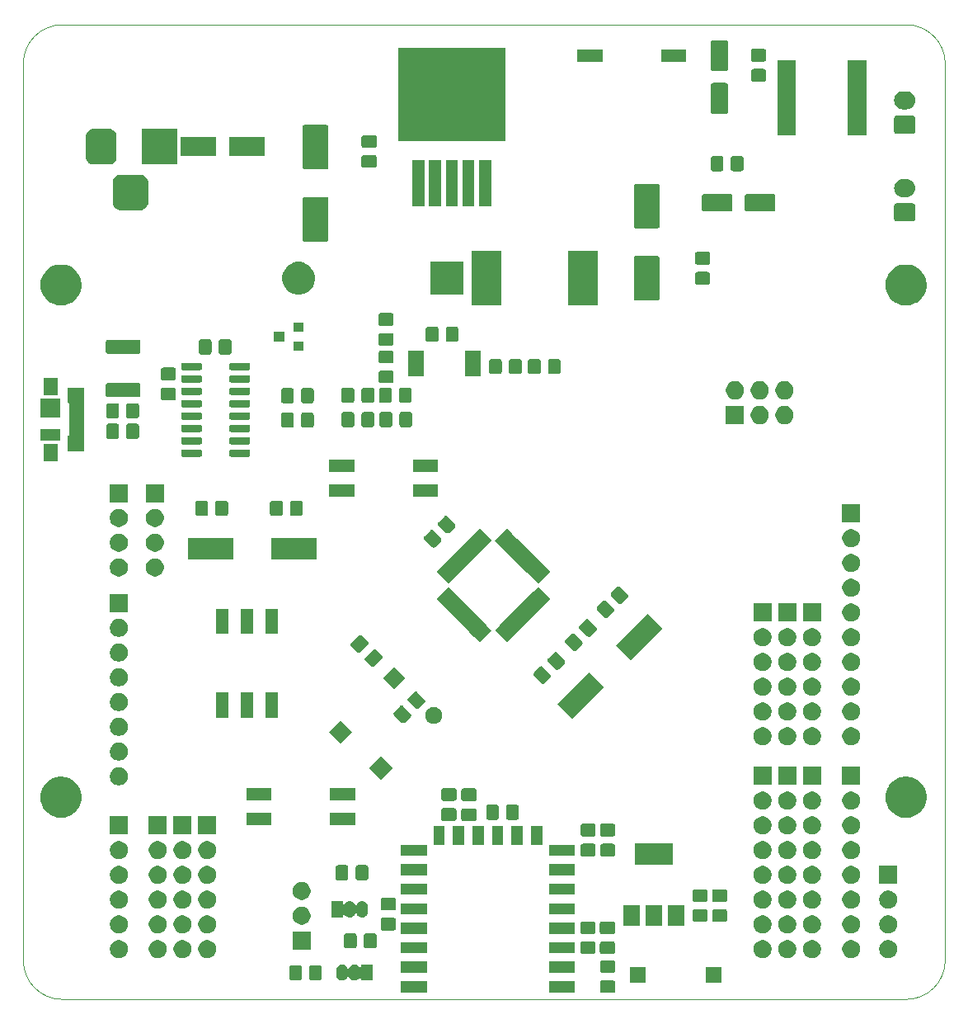
<source format=gbr>
%TF.GenerationSoftware,KiCad,Pcbnew,(5.1.5)-3*%
%TF.CreationDate,2020-03-30T01:43:14+08:00*%
%TF.ProjectId,arduino_wifi,61726475-696e-46f5-9f77-6966692e6b69,REV_1.0*%
%TF.SameCoordinates,Original*%
%TF.FileFunction,Soldermask,Top*%
%TF.FilePolarity,Negative*%
%FSLAX46Y46*%
G04 Gerber Fmt 4.6, Leading zero omitted, Abs format (unit mm)*
G04 Created by KiCad (PCBNEW (5.1.5)-3) date 2020-03-30 01:43:14*
%MOMM*%
%LPD*%
G04 APERTURE LIST*
%TA.AperFunction,Profile*%
%ADD10C,0.050000*%
%TD*%
%ADD11C,0.100000*%
G04 APERTURE END LIST*
D10*
X194669800Y-136000000D02*
G75*
G02X190669800Y-140000000I-4000000J0D01*
G01*
X190669800Y-40000000D02*
G75*
G02X194669800Y-44000000I0J-4000000D01*
G01*
X104000000Y-140000000D02*
G75*
G02X100000000Y-136000000I0J4000000D01*
G01*
X100000000Y-44000000D02*
G75*
G02X104000000Y-40000000I4000000J0D01*
G01*
X194669800Y-44000000D02*
X194669800Y-136000000D01*
X104000000Y-40000000D02*
X190669800Y-40000000D01*
X100000000Y-136000000D02*
X100000000Y-44000000D01*
X190669800Y-140000000D02*
X104000000Y-140000000D01*
D11*
G36*
X160588668Y-138053697D02*
G01*
X160632272Y-138066924D01*
X160672461Y-138088406D01*
X160707686Y-138117314D01*
X160736594Y-138152539D01*
X160758076Y-138192728D01*
X160771303Y-138236332D01*
X160776200Y-138286051D01*
X160776200Y-139113949D01*
X160771303Y-139163668D01*
X160758076Y-139207272D01*
X160736594Y-139247461D01*
X160707686Y-139282686D01*
X160672461Y-139311594D01*
X160632272Y-139333076D01*
X160588668Y-139346303D01*
X160538949Y-139351200D01*
X159461051Y-139351200D01*
X159411332Y-139346303D01*
X159367728Y-139333076D01*
X159327539Y-139311594D01*
X159292314Y-139282686D01*
X159263406Y-139247461D01*
X159241924Y-139207272D01*
X159228697Y-139163668D01*
X159223800Y-139113949D01*
X159223800Y-138286051D01*
X159228697Y-138236332D01*
X159241924Y-138192728D01*
X159263406Y-138152539D01*
X159292314Y-138117314D01*
X159327539Y-138088406D01*
X159367728Y-138066924D01*
X159411332Y-138053697D01*
X159461051Y-138048800D01*
X160538949Y-138048800D01*
X160588668Y-138053697D01*
G37*
G36*
X156626200Y-139276200D02*
G01*
X153973800Y-139276200D01*
X153973800Y-138123800D01*
X156626200Y-138123800D01*
X156626200Y-139276200D01*
G37*
G36*
X141426200Y-139276200D02*
G01*
X138773800Y-139276200D01*
X138773800Y-138123800D01*
X141426200Y-138123800D01*
X141426200Y-139276200D01*
G37*
G36*
X171726200Y-138326200D02*
G01*
X170073800Y-138326200D01*
X170073800Y-136673800D01*
X171726200Y-136673800D01*
X171726200Y-138326200D01*
G37*
G36*
X163926200Y-138326200D02*
G01*
X162273800Y-138326200D01*
X162273800Y-136673800D01*
X163926200Y-136673800D01*
X163926200Y-138326200D01*
G37*
G36*
X134097856Y-136432499D02*
G01*
X134211183Y-136466877D01*
X134315624Y-136522700D01*
X134407170Y-136597830D01*
X134483377Y-136690689D01*
X134491182Y-136702370D01*
X134503505Y-136714693D01*
X134517996Y-136724375D01*
X134534096Y-136731043D01*
X134551189Y-136734443D01*
X134568616Y-136734443D01*
X134585708Y-136731043D01*
X134601809Y-136724373D01*
X134616299Y-136714691D01*
X134628622Y-136702368D01*
X134638304Y-136687877D01*
X134644972Y-136671777D01*
X134648800Y-136645972D01*
X134648800Y-136423800D01*
X135851200Y-136423800D01*
X135851200Y-138076200D01*
X134648800Y-138076200D01*
X134648800Y-137854028D01*
X134647092Y-137836685D01*
X134642033Y-137820008D01*
X134633818Y-137804638D01*
X134622762Y-137791167D01*
X134609291Y-137780111D01*
X134593921Y-137771896D01*
X134577244Y-137766837D01*
X134559901Y-137765129D01*
X134542558Y-137766837D01*
X134525881Y-137771896D01*
X134510511Y-137780111D01*
X134497040Y-137791167D01*
X134485511Y-137806712D01*
X134407172Y-137902167D01*
X134315623Y-137977300D01*
X134211182Y-138033123D01*
X134097855Y-138067501D01*
X133979999Y-138079109D01*
X133862144Y-138067501D01*
X133748817Y-138033123D01*
X133644373Y-137977298D01*
X133552833Y-137902172D01*
X133477700Y-137810623D01*
X133423402Y-137709037D01*
X133413720Y-137694546D01*
X133401397Y-137682223D01*
X133386907Y-137672541D01*
X133370806Y-137665872D01*
X133353714Y-137662472D01*
X133336287Y-137662472D01*
X133319194Y-137665872D01*
X133303094Y-137672541D01*
X133288603Y-137682223D01*
X133276280Y-137694546D01*
X133266598Y-137709037D01*
X133212298Y-137810627D01*
X133137172Y-137902167D01*
X133045623Y-137977300D01*
X132941182Y-138033123D01*
X132827855Y-138067501D01*
X132709999Y-138079109D01*
X132592144Y-138067501D01*
X132478817Y-138033123D01*
X132374373Y-137977298D01*
X132282833Y-137902172D01*
X132207700Y-137810623D01*
X132151877Y-137706182D01*
X132117499Y-137592855D01*
X132108800Y-137504534D01*
X132108800Y-136995465D01*
X132117499Y-136907144D01*
X132151877Y-136793817D01*
X132207702Y-136689373D01*
X132282828Y-136597833D01*
X132374377Y-136522700D01*
X132478818Y-136466877D01*
X132592145Y-136432499D01*
X132710001Y-136420891D01*
X132827856Y-136432499D01*
X132941183Y-136466877D01*
X133045624Y-136522700D01*
X133137170Y-136597830D01*
X133212300Y-136689376D01*
X133266598Y-136790963D01*
X133276280Y-136805453D01*
X133288603Y-136817776D01*
X133303093Y-136827459D01*
X133319193Y-136834128D01*
X133336286Y-136837528D01*
X133353713Y-136837528D01*
X133370805Y-136834128D01*
X133386906Y-136827459D01*
X133401396Y-136817777D01*
X133413719Y-136805454D01*
X133423402Y-136790963D01*
X133477702Y-136689373D01*
X133552828Y-136597833D01*
X133644377Y-136522700D01*
X133748818Y-136466877D01*
X133862145Y-136432499D01*
X133980001Y-136420891D01*
X134097856Y-136432499D01*
G37*
G36*
X130463668Y-136478697D02*
G01*
X130507272Y-136491924D01*
X130547461Y-136513406D01*
X130582686Y-136542314D01*
X130611594Y-136577539D01*
X130633076Y-136617728D01*
X130646303Y-136661332D01*
X130651200Y-136711051D01*
X130651200Y-137788949D01*
X130646303Y-137838668D01*
X130633076Y-137882272D01*
X130611594Y-137922461D01*
X130582686Y-137957686D01*
X130547461Y-137986594D01*
X130507272Y-138008076D01*
X130463668Y-138021303D01*
X130413949Y-138026200D01*
X129586051Y-138026200D01*
X129536332Y-138021303D01*
X129492728Y-138008076D01*
X129452539Y-137986594D01*
X129417314Y-137957686D01*
X129388406Y-137922461D01*
X129366924Y-137882272D01*
X129353697Y-137838668D01*
X129348800Y-137788949D01*
X129348800Y-136711051D01*
X129353697Y-136661332D01*
X129366924Y-136617728D01*
X129388406Y-136577539D01*
X129417314Y-136542314D01*
X129452539Y-136513406D01*
X129492728Y-136491924D01*
X129536332Y-136478697D01*
X129586051Y-136473800D01*
X130413949Y-136473800D01*
X130463668Y-136478697D01*
G37*
G36*
X128413668Y-136478697D02*
G01*
X128457272Y-136491924D01*
X128497461Y-136513406D01*
X128532686Y-136542314D01*
X128561594Y-136577539D01*
X128583076Y-136617728D01*
X128596303Y-136661332D01*
X128601200Y-136711051D01*
X128601200Y-137788949D01*
X128596303Y-137838668D01*
X128583076Y-137882272D01*
X128561594Y-137922461D01*
X128532686Y-137957686D01*
X128497461Y-137986594D01*
X128457272Y-138008076D01*
X128413668Y-138021303D01*
X128363949Y-138026200D01*
X127536051Y-138026200D01*
X127486332Y-138021303D01*
X127442728Y-138008076D01*
X127402539Y-137986594D01*
X127367314Y-137957686D01*
X127338406Y-137922461D01*
X127316924Y-137882272D01*
X127303697Y-137838668D01*
X127298800Y-137788949D01*
X127298800Y-136711051D01*
X127303697Y-136661332D01*
X127316924Y-136617728D01*
X127338406Y-136577539D01*
X127367314Y-136542314D01*
X127402539Y-136513406D01*
X127442728Y-136491924D01*
X127486332Y-136478697D01*
X127536051Y-136473800D01*
X128363949Y-136473800D01*
X128413668Y-136478697D01*
G37*
G36*
X160588668Y-136003697D02*
G01*
X160632272Y-136016924D01*
X160672461Y-136038406D01*
X160707686Y-136067314D01*
X160736594Y-136102539D01*
X160758076Y-136142728D01*
X160771303Y-136186332D01*
X160776200Y-136236051D01*
X160776200Y-137063949D01*
X160771303Y-137113668D01*
X160758076Y-137157272D01*
X160736594Y-137197461D01*
X160707686Y-137232686D01*
X160672461Y-137261594D01*
X160632272Y-137283076D01*
X160588668Y-137296303D01*
X160538949Y-137301200D01*
X159461051Y-137301200D01*
X159411332Y-137296303D01*
X159367728Y-137283076D01*
X159327539Y-137261594D01*
X159292314Y-137232686D01*
X159263406Y-137197461D01*
X159241924Y-137157272D01*
X159228697Y-137113668D01*
X159223800Y-137063949D01*
X159223800Y-136236051D01*
X159228697Y-136186332D01*
X159241924Y-136142728D01*
X159263406Y-136102539D01*
X159292314Y-136067314D01*
X159327539Y-136038406D01*
X159367728Y-136016924D01*
X159411332Y-136003697D01*
X159461051Y-135998800D01*
X160538949Y-135998800D01*
X160588668Y-136003697D01*
G37*
G36*
X156626200Y-137276200D02*
G01*
X153973800Y-137276200D01*
X153973800Y-136123800D01*
X156626200Y-136123800D01*
X156626200Y-137276200D01*
G37*
G36*
X141426200Y-137276200D02*
G01*
X138773800Y-137276200D01*
X138773800Y-136123800D01*
X141426200Y-136123800D01*
X141426200Y-137276200D01*
G37*
G36*
X116610164Y-133949393D02*
G01*
X116778719Y-134019211D01*
X116930420Y-134120575D01*
X117059425Y-134249580D01*
X117160789Y-134401281D01*
X117230607Y-134569836D01*
X117266200Y-134748777D01*
X117266200Y-134931223D01*
X117230607Y-135110164D01*
X117160789Y-135278719D01*
X117059425Y-135430420D01*
X116930420Y-135559425D01*
X116778719Y-135660789D01*
X116610164Y-135730607D01*
X116431223Y-135766200D01*
X116248777Y-135766200D01*
X116069836Y-135730607D01*
X115901281Y-135660789D01*
X115749580Y-135559425D01*
X115620575Y-135430420D01*
X115519211Y-135278719D01*
X115449393Y-135110164D01*
X115413800Y-134931223D01*
X115413800Y-134748777D01*
X115449393Y-134569836D01*
X115519211Y-134401281D01*
X115620575Y-134249580D01*
X115749580Y-134120575D01*
X115901281Y-134019211D01*
X116069836Y-133949393D01*
X116248777Y-133913800D01*
X116431223Y-133913800D01*
X116610164Y-133949393D01*
G37*
G36*
X114070164Y-133949393D02*
G01*
X114238719Y-134019211D01*
X114390420Y-134120575D01*
X114519425Y-134249580D01*
X114620789Y-134401281D01*
X114690607Y-134569836D01*
X114726200Y-134748777D01*
X114726200Y-134931223D01*
X114690607Y-135110164D01*
X114620789Y-135278719D01*
X114519425Y-135430420D01*
X114390420Y-135559425D01*
X114238719Y-135660789D01*
X114070164Y-135730607D01*
X113891223Y-135766200D01*
X113708777Y-135766200D01*
X113529836Y-135730607D01*
X113361281Y-135660789D01*
X113209580Y-135559425D01*
X113080575Y-135430420D01*
X112979211Y-135278719D01*
X112909393Y-135110164D01*
X112873800Y-134931223D01*
X112873800Y-134748777D01*
X112909393Y-134569836D01*
X112979211Y-134401281D01*
X113080575Y-134249580D01*
X113209580Y-134120575D01*
X113361281Y-134019211D01*
X113529836Y-133949393D01*
X113708777Y-133913800D01*
X113891223Y-133913800D01*
X114070164Y-133949393D01*
G37*
G36*
X119150164Y-133949393D02*
G01*
X119318719Y-134019211D01*
X119470420Y-134120575D01*
X119599425Y-134249580D01*
X119700789Y-134401281D01*
X119770607Y-134569836D01*
X119806200Y-134748777D01*
X119806200Y-134931223D01*
X119770607Y-135110164D01*
X119700789Y-135278719D01*
X119599425Y-135430420D01*
X119470420Y-135559425D01*
X119318719Y-135660789D01*
X119150164Y-135730607D01*
X118971223Y-135766200D01*
X118788777Y-135766200D01*
X118609836Y-135730607D01*
X118441281Y-135660789D01*
X118289580Y-135559425D01*
X118160575Y-135430420D01*
X118059211Y-135278719D01*
X117989393Y-135110164D01*
X117953800Y-134931223D01*
X117953800Y-134748777D01*
X117989393Y-134569836D01*
X118059211Y-134401281D01*
X118160575Y-134249580D01*
X118289580Y-134120575D01*
X118441281Y-134019211D01*
X118609836Y-133949393D01*
X118788777Y-133913800D01*
X118971223Y-133913800D01*
X119150164Y-133949393D01*
G37*
G36*
X176190164Y-133949393D02*
G01*
X176358719Y-134019211D01*
X176510420Y-134120575D01*
X176639425Y-134249580D01*
X176740789Y-134401281D01*
X176810607Y-134569836D01*
X176846200Y-134748777D01*
X176846200Y-134931223D01*
X176810607Y-135110164D01*
X176740789Y-135278719D01*
X176639425Y-135430420D01*
X176510420Y-135559425D01*
X176358719Y-135660789D01*
X176190164Y-135730607D01*
X176011223Y-135766200D01*
X175828777Y-135766200D01*
X175649836Y-135730607D01*
X175481281Y-135660789D01*
X175329580Y-135559425D01*
X175200575Y-135430420D01*
X175099211Y-135278719D01*
X175029393Y-135110164D01*
X174993800Y-134931223D01*
X174993800Y-134748777D01*
X175029393Y-134569836D01*
X175099211Y-134401281D01*
X175200575Y-134249580D01*
X175329580Y-134120575D01*
X175481281Y-134019211D01*
X175649836Y-133949393D01*
X175828777Y-133913800D01*
X176011223Y-133913800D01*
X176190164Y-133949393D01*
G37*
G36*
X185270164Y-133949393D02*
G01*
X185438719Y-134019211D01*
X185590420Y-134120575D01*
X185719425Y-134249580D01*
X185820789Y-134401281D01*
X185890607Y-134569836D01*
X185926200Y-134748777D01*
X185926200Y-134931223D01*
X185890607Y-135110164D01*
X185820789Y-135278719D01*
X185719425Y-135430420D01*
X185590420Y-135559425D01*
X185438719Y-135660789D01*
X185270164Y-135730607D01*
X185091223Y-135766200D01*
X184908777Y-135766200D01*
X184729836Y-135730607D01*
X184561281Y-135660789D01*
X184409580Y-135559425D01*
X184280575Y-135430420D01*
X184179211Y-135278719D01*
X184109393Y-135110164D01*
X184073800Y-134931223D01*
X184073800Y-134748777D01*
X184109393Y-134569836D01*
X184179211Y-134401281D01*
X184280575Y-134249580D01*
X184409580Y-134120575D01*
X184561281Y-134019211D01*
X184729836Y-133949393D01*
X184908777Y-133913800D01*
X185091223Y-133913800D01*
X185270164Y-133949393D01*
G37*
G36*
X178730164Y-133949393D02*
G01*
X178898719Y-134019211D01*
X179050420Y-134120575D01*
X179179425Y-134249580D01*
X179280789Y-134401281D01*
X179350607Y-134569836D01*
X179386200Y-134748777D01*
X179386200Y-134931223D01*
X179350607Y-135110164D01*
X179280789Y-135278719D01*
X179179425Y-135430420D01*
X179050420Y-135559425D01*
X178898719Y-135660789D01*
X178730164Y-135730607D01*
X178551223Y-135766200D01*
X178368777Y-135766200D01*
X178189836Y-135730607D01*
X178021281Y-135660789D01*
X177869580Y-135559425D01*
X177740575Y-135430420D01*
X177639211Y-135278719D01*
X177569393Y-135110164D01*
X177533800Y-134931223D01*
X177533800Y-134748777D01*
X177569393Y-134569836D01*
X177639211Y-134401281D01*
X177740575Y-134249580D01*
X177869580Y-134120575D01*
X178021281Y-134019211D01*
X178189836Y-133949393D01*
X178368777Y-133913800D01*
X178551223Y-133913800D01*
X178730164Y-133949393D01*
G37*
G36*
X110070164Y-133949393D02*
G01*
X110238719Y-134019211D01*
X110390420Y-134120575D01*
X110519425Y-134249580D01*
X110620789Y-134401281D01*
X110690607Y-134569836D01*
X110726200Y-134748777D01*
X110726200Y-134931223D01*
X110690607Y-135110164D01*
X110620789Y-135278719D01*
X110519425Y-135430420D01*
X110390420Y-135559425D01*
X110238719Y-135660789D01*
X110070164Y-135730607D01*
X109891223Y-135766200D01*
X109708777Y-135766200D01*
X109529836Y-135730607D01*
X109361281Y-135660789D01*
X109209580Y-135559425D01*
X109080575Y-135430420D01*
X108979211Y-135278719D01*
X108909393Y-135110164D01*
X108873800Y-134931223D01*
X108873800Y-134748777D01*
X108909393Y-134569836D01*
X108979211Y-134401281D01*
X109080575Y-134249580D01*
X109209580Y-134120575D01*
X109361281Y-134019211D01*
X109529836Y-133949393D01*
X109708777Y-133913800D01*
X109891223Y-133913800D01*
X110070164Y-133949393D01*
G37*
G36*
X181270164Y-133949393D02*
G01*
X181438719Y-134019211D01*
X181590420Y-134120575D01*
X181719425Y-134249580D01*
X181820789Y-134401281D01*
X181890607Y-134569836D01*
X181926200Y-134748777D01*
X181926200Y-134931223D01*
X181890607Y-135110164D01*
X181820789Y-135278719D01*
X181719425Y-135430420D01*
X181590420Y-135559425D01*
X181438719Y-135660789D01*
X181270164Y-135730607D01*
X181091223Y-135766200D01*
X180908777Y-135766200D01*
X180729836Y-135730607D01*
X180561281Y-135660789D01*
X180409580Y-135559425D01*
X180280575Y-135430420D01*
X180179211Y-135278719D01*
X180109393Y-135110164D01*
X180073800Y-134931223D01*
X180073800Y-134748777D01*
X180109393Y-134569836D01*
X180179211Y-134401281D01*
X180280575Y-134249580D01*
X180409580Y-134120575D01*
X180561281Y-134019211D01*
X180729836Y-133949393D01*
X180908777Y-133913800D01*
X181091223Y-133913800D01*
X181270164Y-133949393D01*
G37*
G36*
X189070164Y-133939393D02*
G01*
X189238719Y-134009211D01*
X189390420Y-134110575D01*
X189519425Y-134239580D01*
X189620789Y-134391281D01*
X189690607Y-134559836D01*
X189726200Y-134738777D01*
X189726200Y-134921223D01*
X189690607Y-135100164D01*
X189620789Y-135268719D01*
X189519425Y-135420420D01*
X189390420Y-135549425D01*
X189238719Y-135650789D01*
X189070164Y-135720607D01*
X188891223Y-135756200D01*
X188708777Y-135756200D01*
X188529836Y-135720607D01*
X188361281Y-135650789D01*
X188209580Y-135549425D01*
X188080575Y-135420420D01*
X187979211Y-135268719D01*
X187909393Y-135100164D01*
X187873800Y-134921223D01*
X187873800Y-134738777D01*
X187909393Y-134559836D01*
X187979211Y-134391281D01*
X188080575Y-134239580D01*
X188209580Y-134110575D01*
X188361281Y-134009211D01*
X188529836Y-133939393D01*
X188708777Y-133903800D01*
X188891223Y-133903800D01*
X189070164Y-133939393D01*
G37*
G36*
X158563668Y-134053697D02*
G01*
X158607272Y-134066924D01*
X158647461Y-134088406D01*
X158682686Y-134117314D01*
X158711594Y-134152539D01*
X158733076Y-134192728D01*
X158746303Y-134236332D01*
X158751200Y-134286051D01*
X158751200Y-135113949D01*
X158746303Y-135163668D01*
X158733076Y-135207272D01*
X158711594Y-135247461D01*
X158682686Y-135282686D01*
X158647461Y-135311594D01*
X158607272Y-135333076D01*
X158563668Y-135346303D01*
X158513949Y-135351200D01*
X157436051Y-135351200D01*
X157386332Y-135346303D01*
X157342728Y-135333076D01*
X157302539Y-135311594D01*
X157267314Y-135282686D01*
X157238406Y-135247461D01*
X157216924Y-135207272D01*
X157203697Y-135163668D01*
X157198800Y-135113949D01*
X157198800Y-134286051D01*
X157203697Y-134236332D01*
X157216924Y-134192728D01*
X157238406Y-134152539D01*
X157267314Y-134117314D01*
X157302539Y-134088406D01*
X157342728Y-134066924D01*
X157386332Y-134053697D01*
X157436051Y-134048800D01*
X158513949Y-134048800D01*
X158563668Y-134053697D01*
G37*
G36*
X160563668Y-134053697D02*
G01*
X160607272Y-134066924D01*
X160647461Y-134088406D01*
X160682686Y-134117314D01*
X160711594Y-134152539D01*
X160733076Y-134192728D01*
X160746303Y-134236332D01*
X160751200Y-134286051D01*
X160751200Y-135113949D01*
X160746303Y-135163668D01*
X160733076Y-135207272D01*
X160711594Y-135247461D01*
X160682686Y-135282686D01*
X160647461Y-135311594D01*
X160607272Y-135333076D01*
X160563668Y-135346303D01*
X160513949Y-135351200D01*
X159436051Y-135351200D01*
X159386332Y-135346303D01*
X159342728Y-135333076D01*
X159302539Y-135311594D01*
X159267314Y-135282686D01*
X159238406Y-135247461D01*
X159216924Y-135207272D01*
X159203697Y-135163668D01*
X159198800Y-135113949D01*
X159198800Y-134286051D01*
X159203697Y-134236332D01*
X159216924Y-134192728D01*
X159238406Y-134152539D01*
X159267314Y-134117314D01*
X159302539Y-134088406D01*
X159342728Y-134066924D01*
X159386332Y-134053697D01*
X159436051Y-134048800D01*
X160513949Y-134048800D01*
X160563668Y-134053697D01*
G37*
G36*
X156626200Y-135276200D02*
G01*
X153973800Y-135276200D01*
X153973800Y-134123800D01*
X156626200Y-134123800D01*
X156626200Y-135276200D01*
G37*
G36*
X141426200Y-135276200D02*
G01*
X138773800Y-135276200D01*
X138773800Y-134123800D01*
X141426200Y-134123800D01*
X141426200Y-135276200D01*
G37*
G36*
X129501200Y-134876200D02*
G01*
X127648800Y-134876200D01*
X127648800Y-133023800D01*
X129501200Y-133023800D01*
X129501200Y-134876200D01*
G37*
G36*
X134038668Y-133228697D02*
G01*
X134082272Y-133241924D01*
X134122461Y-133263406D01*
X134157686Y-133292314D01*
X134186594Y-133327539D01*
X134208076Y-133367728D01*
X134221303Y-133411332D01*
X134226200Y-133461051D01*
X134226200Y-134538949D01*
X134221303Y-134588668D01*
X134208076Y-134632272D01*
X134186594Y-134672461D01*
X134157686Y-134707686D01*
X134122461Y-134736594D01*
X134082272Y-134758076D01*
X134038668Y-134771303D01*
X133988949Y-134776200D01*
X133161051Y-134776200D01*
X133111332Y-134771303D01*
X133067728Y-134758076D01*
X133027539Y-134736594D01*
X132992314Y-134707686D01*
X132963406Y-134672461D01*
X132941924Y-134632272D01*
X132928697Y-134588668D01*
X132923800Y-134538949D01*
X132923800Y-133461051D01*
X132928697Y-133411332D01*
X132941924Y-133367728D01*
X132963406Y-133327539D01*
X132992314Y-133292314D01*
X133027539Y-133263406D01*
X133067728Y-133241924D01*
X133111332Y-133228697D01*
X133161051Y-133223800D01*
X133988949Y-133223800D01*
X134038668Y-133228697D01*
G37*
G36*
X136088668Y-133228697D02*
G01*
X136132272Y-133241924D01*
X136172461Y-133263406D01*
X136207686Y-133292314D01*
X136236594Y-133327539D01*
X136258076Y-133367728D01*
X136271303Y-133411332D01*
X136276200Y-133461051D01*
X136276200Y-134538949D01*
X136271303Y-134588668D01*
X136258076Y-134632272D01*
X136236594Y-134672461D01*
X136207686Y-134707686D01*
X136172461Y-134736594D01*
X136132272Y-134758076D01*
X136088668Y-134771303D01*
X136038949Y-134776200D01*
X135211051Y-134776200D01*
X135161332Y-134771303D01*
X135117728Y-134758076D01*
X135077539Y-134736594D01*
X135042314Y-134707686D01*
X135013406Y-134672461D01*
X134991924Y-134632272D01*
X134978697Y-134588668D01*
X134973800Y-134538949D01*
X134973800Y-133461051D01*
X134978697Y-133411332D01*
X134991924Y-133367728D01*
X135013406Y-133327539D01*
X135042314Y-133292314D01*
X135077539Y-133263406D01*
X135117728Y-133241924D01*
X135161332Y-133228697D01*
X135211051Y-133223800D01*
X136038949Y-133223800D01*
X136088668Y-133228697D01*
G37*
G36*
X158563668Y-132003697D02*
G01*
X158607272Y-132016924D01*
X158647461Y-132038406D01*
X158682686Y-132067314D01*
X158711594Y-132102539D01*
X158733076Y-132142728D01*
X158746303Y-132186332D01*
X158751200Y-132236051D01*
X158751200Y-133063949D01*
X158746303Y-133113668D01*
X158733076Y-133157272D01*
X158711594Y-133197461D01*
X158682686Y-133232686D01*
X158647461Y-133261594D01*
X158607272Y-133283076D01*
X158563668Y-133296303D01*
X158513949Y-133301200D01*
X157436051Y-133301200D01*
X157386332Y-133296303D01*
X157342728Y-133283076D01*
X157302539Y-133261594D01*
X157267314Y-133232686D01*
X157238406Y-133197461D01*
X157216924Y-133157272D01*
X157203697Y-133113668D01*
X157198800Y-133063949D01*
X157198800Y-132236051D01*
X157203697Y-132186332D01*
X157216924Y-132142728D01*
X157238406Y-132102539D01*
X157267314Y-132067314D01*
X157302539Y-132038406D01*
X157342728Y-132016924D01*
X157386332Y-132003697D01*
X157436051Y-131998800D01*
X158513949Y-131998800D01*
X158563668Y-132003697D01*
G37*
G36*
X160563668Y-132003697D02*
G01*
X160607272Y-132016924D01*
X160647461Y-132038406D01*
X160682686Y-132067314D01*
X160711594Y-132102539D01*
X160733076Y-132142728D01*
X160746303Y-132186332D01*
X160751200Y-132236051D01*
X160751200Y-133063949D01*
X160746303Y-133113668D01*
X160733076Y-133157272D01*
X160711594Y-133197461D01*
X160682686Y-133232686D01*
X160647461Y-133261594D01*
X160607272Y-133283076D01*
X160563668Y-133296303D01*
X160513949Y-133301200D01*
X159436051Y-133301200D01*
X159386332Y-133296303D01*
X159342728Y-133283076D01*
X159302539Y-133261594D01*
X159267314Y-133232686D01*
X159238406Y-133197461D01*
X159216924Y-133157272D01*
X159203697Y-133113668D01*
X159198800Y-133063949D01*
X159198800Y-132236051D01*
X159203697Y-132186332D01*
X159216924Y-132142728D01*
X159238406Y-132102539D01*
X159267314Y-132067314D01*
X159302539Y-132038406D01*
X159342728Y-132016924D01*
X159386332Y-132003697D01*
X159436051Y-131998800D01*
X160513949Y-131998800D01*
X160563668Y-132003697D01*
G37*
G36*
X156626200Y-133276200D02*
G01*
X153973800Y-133276200D01*
X153973800Y-132123800D01*
X156626200Y-132123800D01*
X156626200Y-133276200D01*
G37*
G36*
X141426200Y-133276200D02*
G01*
X138773800Y-133276200D01*
X138773800Y-132123800D01*
X141426200Y-132123800D01*
X141426200Y-133276200D01*
G37*
G36*
X116610164Y-131409393D02*
G01*
X116778719Y-131479211D01*
X116930420Y-131580575D01*
X117059425Y-131709580D01*
X117160789Y-131861281D01*
X117230607Y-132029836D01*
X117266200Y-132208777D01*
X117266200Y-132391223D01*
X117230607Y-132570164D01*
X117160789Y-132738719D01*
X117059425Y-132890420D01*
X116930420Y-133019425D01*
X116778719Y-133120789D01*
X116610164Y-133190607D01*
X116431223Y-133226200D01*
X116248777Y-133226200D01*
X116069836Y-133190607D01*
X115901281Y-133120789D01*
X115749580Y-133019425D01*
X115620575Y-132890420D01*
X115519211Y-132738719D01*
X115449393Y-132570164D01*
X115413800Y-132391223D01*
X115413800Y-132208777D01*
X115449393Y-132029836D01*
X115519211Y-131861281D01*
X115620575Y-131709580D01*
X115749580Y-131580575D01*
X115901281Y-131479211D01*
X116069836Y-131409393D01*
X116248777Y-131373800D01*
X116431223Y-131373800D01*
X116610164Y-131409393D01*
G37*
G36*
X110070164Y-131409393D02*
G01*
X110238719Y-131479211D01*
X110390420Y-131580575D01*
X110519425Y-131709580D01*
X110620789Y-131861281D01*
X110690607Y-132029836D01*
X110726200Y-132208777D01*
X110726200Y-132391223D01*
X110690607Y-132570164D01*
X110620789Y-132738719D01*
X110519425Y-132890420D01*
X110390420Y-133019425D01*
X110238719Y-133120789D01*
X110070164Y-133190607D01*
X109891223Y-133226200D01*
X109708777Y-133226200D01*
X109529836Y-133190607D01*
X109361281Y-133120789D01*
X109209580Y-133019425D01*
X109080575Y-132890420D01*
X108979211Y-132738719D01*
X108909393Y-132570164D01*
X108873800Y-132391223D01*
X108873800Y-132208777D01*
X108909393Y-132029836D01*
X108979211Y-131861281D01*
X109080575Y-131709580D01*
X109209580Y-131580575D01*
X109361281Y-131479211D01*
X109529836Y-131409393D01*
X109708777Y-131373800D01*
X109891223Y-131373800D01*
X110070164Y-131409393D01*
G37*
G36*
X114070164Y-131409393D02*
G01*
X114238719Y-131479211D01*
X114390420Y-131580575D01*
X114519425Y-131709580D01*
X114620789Y-131861281D01*
X114690607Y-132029836D01*
X114726200Y-132208777D01*
X114726200Y-132391223D01*
X114690607Y-132570164D01*
X114620789Y-132738719D01*
X114519425Y-132890420D01*
X114390420Y-133019425D01*
X114238719Y-133120789D01*
X114070164Y-133190607D01*
X113891223Y-133226200D01*
X113708777Y-133226200D01*
X113529836Y-133190607D01*
X113361281Y-133120789D01*
X113209580Y-133019425D01*
X113080575Y-132890420D01*
X112979211Y-132738719D01*
X112909393Y-132570164D01*
X112873800Y-132391223D01*
X112873800Y-132208777D01*
X112909393Y-132029836D01*
X112979211Y-131861281D01*
X113080575Y-131709580D01*
X113209580Y-131580575D01*
X113361281Y-131479211D01*
X113529836Y-131409393D01*
X113708777Y-131373800D01*
X113891223Y-131373800D01*
X114070164Y-131409393D01*
G37*
G36*
X178730164Y-131409393D02*
G01*
X178898719Y-131479211D01*
X179050420Y-131580575D01*
X179179425Y-131709580D01*
X179280789Y-131861281D01*
X179350607Y-132029836D01*
X179386200Y-132208777D01*
X179386200Y-132391223D01*
X179350607Y-132570164D01*
X179280789Y-132738719D01*
X179179425Y-132890420D01*
X179050420Y-133019425D01*
X178898719Y-133120789D01*
X178730164Y-133190607D01*
X178551223Y-133226200D01*
X178368777Y-133226200D01*
X178189836Y-133190607D01*
X178021281Y-133120789D01*
X177869580Y-133019425D01*
X177740575Y-132890420D01*
X177639211Y-132738719D01*
X177569393Y-132570164D01*
X177533800Y-132391223D01*
X177533800Y-132208777D01*
X177569393Y-132029836D01*
X177639211Y-131861281D01*
X177740575Y-131709580D01*
X177869580Y-131580575D01*
X178021281Y-131479211D01*
X178189836Y-131409393D01*
X178368777Y-131373800D01*
X178551223Y-131373800D01*
X178730164Y-131409393D01*
G37*
G36*
X119150164Y-131409393D02*
G01*
X119318719Y-131479211D01*
X119470420Y-131580575D01*
X119599425Y-131709580D01*
X119700789Y-131861281D01*
X119770607Y-132029836D01*
X119806200Y-132208777D01*
X119806200Y-132391223D01*
X119770607Y-132570164D01*
X119700789Y-132738719D01*
X119599425Y-132890420D01*
X119470420Y-133019425D01*
X119318719Y-133120789D01*
X119150164Y-133190607D01*
X118971223Y-133226200D01*
X118788777Y-133226200D01*
X118609836Y-133190607D01*
X118441281Y-133120789D01*
X118289580Y-133019425D01*
X118160575Y-132890420D01*
X118059211Y-132738719D01*
X117989393Y-132570164D01*
X117953800Y-132391223D01*
X117953800Y-132208777D01*
X117989393Y-132029836D01*
X118059211Y-131861281D01*
X118160575Y-131709580D01*
X118289580Y-131580575D01*
X118441281Y-131479211D01*
X118609836Y-131409393D01*
X118788777Y-131373800D01*
X118971223Y-131373800D01*
X119150164Y-131409393D01*
G37*
G36*
X176190164Y-131409393D02*
G01*
X176358719Y-131479211D01*
X176510420Y-131580575D01*
X176639425Y-131709580D01*
X176740789Y-131861281D01*
X176810607Y-132029836D01*
X176846200Y-132208777D01*
X176846200Y-132391223D01*
X176810607Y-132570164D01*
X176740789Y-132738719D01*
X176639425Y-132890420D01*
X176510420Y-133019425D01*
X176358719Y-133120789D01*
X176190164Y-133190607D01*
X176011223Y-133226200D01*
X175828777Y-133226200D01*
X175649836Y-133190607D01*
X175481281Y-133120789D01*
X175329580Y-133019425D01*
X175200575Y-132890420D01*
X175099211Y-132738719D01*
X175029393Y-132570164D01*
X174993800Y-132391223D01*
X174993800Y-132208777D01*
X175029393Y-132029836D01*
X175099211Y-131861281D01*
X175200575Y-131709580D01*
X175329580Y-131580575D01*
X175481281Y-131479211D01*
X175649836Y-131409393D01*
X175828777Y-131373800D01*
X176011223Y-131373800D01*
X176190164Y-131409393D01*
G37*
G36*
X181270164Y-131409393D02*
G01*
X181438719Y-131479211D01*
X181590420Y-131580575D01*
X181719425Y-131709580D01*
X181820789Y-131861281D01*
X181890607Y-132029836D01*
X181926200Y-132208777D01*
X181926200Y-132391223D01*
X181890607Y-132570164D01*
X181820789Y-132738719D01*
X181719425Y-132890420D01*
X181590420Y-133019425D01*
X181438719Y-133120789D01*
X181270164Y-133190607D01*
X181091223Y-133226200D01*
X180908777Y-133226200D01*
X180729836Y-133190607D01*
X180561281Y-133120789D01*
X180409580Y-133019425D01*
X180280575Y-132890420D01*
X180179211Y-132738719D01*
X180109393Y-132570164D01*
X180073800Y-132391223D01*
X180073800Y-132208777D01*
X180109393Y-132029836D01*
X180179211Y-131861281D01*
X180280575Y-131709580D01*
X180409580Y-131580575D01*
X180561281Y-131479211D01*
X180729836Y-131409393D01*
X180908777Y-131373800D01*
X181091223Y-131373800D01*
X181270164Y-131409393D01*
G37*
G36*
X185270164Y-131409393D02*
G01*
X185438719Y-131479211D01*
X185590420Y-131580575D01*
X185719425Y-131709580D01*
X185820789Y-131861281D01*
X185890607Y-132029836D01*
X185926200Y-132208777D01*
X185926200Y-132391223D01*
X185890607Y-132570164D01*
X185820789Y-132738719D01*
X185719425Y-132890420D01*
X185590420Y-133019425D01*
X185438719Y-133120789D01*
X185270164Y-133190607D01*
X185091223Y-133226200D01*
X184908777Y-133226200D01*
X184729836Y-133190607D01*
X184561281Y-133120789D01*
X184409580Y-133019425D01*
X184280575Y-132890420D01*
X184179211Y-132738719D01*
X184109393Y-132570164D01*
X184073800Y-132391223D01*
X184073800Y-132208777D01*
X184109393Y-132029836D01*
X184179211Y-131861281D01*
X184280575Y-131709580D01*
X184409580Y-131580575D01*
X184561281Y-131479211D01*
X184729836Y-131409393D01*
X184908777Y-131373800D01*
X185091223Y-131373800D01*
X185270164Y-131409393D01*
G37*
G36*
X189070164Y-131399393D02*
G01*
X189238719Y-131469211D01*
X189390420Y-131570575D01*
X189519425Y-131699580D01*
X189620789Y-131851281D01*
X189690607Y-132019836D01*
X189726200Y-132198777D01*
X189726200Y-132381223D01*
X189690607Y-132560164D01*
X189620789Y-132728719D01*
X189519425Y-132880420D01*
X189390420Y-133009425D01*
X189238719Y-133110789D01*
X189070164Y-133180607D01*
X188891223Y-133216200D01*
X188708777Y-133216200D01*
X188529836Y-133180607D01*
X188361281Y-133110789D01*
X188209580Y-133009425D01*
X188080575Y-132880420D01*
X187979211Y-132728719D01*
X187909393Y-132560164D01*
X187873800Y-132381223D01*
X187873800Y-132198777D01*
X187909393Y-132019836D01*
X187979211Y-131851281D01*
X188080575Y-131699580D01*
X188209580Y-131570575D01*
X188361281Y-131469211D01*
X188529836Y-131399393D01*
X188708777Y-131363800D01*
X188891223Y-131363800D01*
X189070164Y-131399393D01*
G37*
G36*
X138063668Y-131628697D02*
G01*
X138107272Y-131641924D01*
X138147461Y-131663406D01*
X138182686Y-131692314D01*
X138211594Y-131727539D01*
X138233076Y-131767728D01*
X138246303Y-131811332D01*
X138251200Y-131861051D01*
X138251200Y-132688949D01*
X138246303Y-132738668D01*
X138233076Y-132782272D01*
X138211594Y-132822461D01*
X138182686Y-132857686D01*
X138147461Y-132886594D01*
X138107272Y-132908076D01*
X138063668Y-132921303D01*
X138013949Y-132926200D01*
X136936051Y-132926200D01*
X136886332Y-132921303D01*
X136842728Y-132908076D01*
X136802539Y-132886594D01*
X136767314Y-132857686D01*
X136738406Y-132822461D01*
X136716924Y-132782272D01*
X136703697Y-132738668D01*
X136698800Y-132688949D01*
X136698800Y-131861051D01*
X136703697Y-131811332D01*
X136716924Y-131767728D01*
X136738406Y-131727539D01*
X136767314Y-131692314D01*
X136802539Y-131663406D01*
X136842728Y-131641924D01*
X136886332Y-131628697D01*
X136936051Y-131623800D01*
X138013949Y-131623800D01*
X138063668Y-131628697D01*
G37*
G36*
X167876200Y-132476200D02*
G01*
X166223800Y-132476200D01*
X166223800Y-130323800D01*
X167876200Y-130323800D01*
X167876200Y-132476200D01*
G37*
G36*
X165576200Y-132476200D02*
G01*
X163923800Y-132476200D01*
X163923800Y-130323800D01*
X165576200Y-130323800D01*
X165576200Y-132476200D01*
G37*
G36*
X163276200Y-132476200D02*
G01*
X161623800Y-132476200D01*
X161623800Y-130323800D01*
X163276200Y-130323800D01*
X163276200Y-132476200D01*
G37*
G36*
X128845164Y-130519393D02*
G01*
X129013719Y-130589211D01*
X129165420Y-130690575D01*
X129294425Y-130819580D01*
X129395789Y-130971281D01*
X129465607Y-131139836D01*
X129501200Y-131318777D01*
X129501200Y-131501223D01*
X129465607Y-131680164D01*
X129395789Y-131848719D01*
X129294425Y-132000420D01*
X129165420Y-132129425D01*
X129013719Y-132230789D01*
X128845164Y-132300607D01*
X128666223Y-132336200D01*
X128483777Y-132336200D01*
X128304836Y-132300607D01*
X128136281Y-132230789D01*
X127984580Y-132129425D01*
X127855575Y-132000420D01*
X127754211Y-131848719D01*
X127684393Y-131680164D01*
X127648800Y-131501223D01*
X127648800Y-131318777D01*
X127684393Y-131139836D01*
X127754211Y-130971281D01*
X127855575Y-130819580D01*
X127984580Y-130690575D01*
X128136281Y-130589211D01*
X128304836Y-130519393D01*
X128483777Y-130483800D01*
X128666223Y-130483800D01*
X128845164Y-130519393D01*
G37*
G36*
X170088668Y-130753697D02*
G01*
X170132272Y-130766924D01*
X170172461Y-130788406D01*
X170207686Y-130817314D01*
X170236594Y-130852539D01*
X170258076Y-130892728D01*
X170271303Y-130936332D01*
X170276200Y-130986051D01*
X170276200Y-131813949D01*
X170271303Y-131863668D01*
X170258076Y-131907272D01*
X170236594Y-131947461D01*
X170207686Y-131982686D01*
X170172461Y-132011594D01*
X170132272Y-132033076D01*
X170088668Y-132046303D01*
X170038949Y-132051200D01*
X168961051Y-132051200D01*
X168911332Y-132046303D01*
X168867728Y-132033076D01*
X168827539Y-132011594D01*
X168792314Y-131982686D01*
X168763406Y-131947461D01*
X168741924Y-131907272D01*
X168728697Y-131863668D01*
X168723800Y-131813949D01*
X168723800Y-130986051D01*
X168728697Y-130936332D01*
X168741924Y-130892728D01*
X168763406Y-130852539D01*
X168792314Y-130817314D01*
X168827539Y-130788406D01*
X168867728Y-130766924D01*
X168911332Y-130753697D01*
X168961051Y-130748800D01*
X170038949Y-130748800D01*
X170088668Y-130753697D01*
G37*
G36*
X172088668Y-130753697D02*
G01*
X172132272Y-130766924D01*
X172172461Y-130788406D01*
X172207686Y-130817314D01*
X172236594Y-130852539D01*
X172258076Y-130892728D01*
X172271303Y-130936332D01*
X172276200Y-130986051D01*
X172276200Y-131813949D01*
X172271303Y-131863668D01*
X172258076Y-131907272D01*
X172236594Y-131947461D01*
X172207686Y-131982686D01*
X172172461Y-132011594D01*
X172132272Y-132033076D01*
X172088668Y-132046303D01*
X172038949Y-132051200D01*
X170961051Y-132051200D01*
X170911332Y-132046303D01*
X170867728Y-132033076D01*
X170827539Y-132011594D01*
X170792314Y-131982686D01*
X170763406Y-131947461D01*
X170741924Y-131907272D01*
X170728697Y-131863668D01*
X170723800Y-131813949D01*
X170723800Y-130986051D01*
X170728697Y-130936332D01*
X170741924Y-130892728D01*
X170763406Y-130852539D01*
X170792314Y-130817314D01*
X170827539Y-130788406D01*
X170867728Y-130766924D01*
X170911332Y-130753697D01*
X170961051Y-130748800D01*
X172038949Y-130748800D01*
X172088668Y-130753697D01*
G37*
G36*
X134907855Y-129932499D02*
G01*
X135021182Y-129966877D01*
X135125623Y-130022700D01*
X135217172Y-130097833D01*
X135292298Y-130189373D01*
X135348123Y-130293817D01*
X135382501Y-130407144D01*
X135391200Y-130495465D01*
X135391200Y-131004534D01*
X135382501Y-131092856D01*
X135348123Y-131206183D01*
X135292300Y-131310624D01*
X135217170Y-131402170D01*
X135125624Y-131477300D01*
X135021183Y-131533123D01*
X134907856Y-131567501D01*
X134790001Y-131579109D01*
X134672145Y-131567501D01*
X134558818Y-131533123D01*
X134454377Y-131477300D01*
X134362828Y-131402167D01*
X134287702Y-131310627D01*
X134233402Y-131209037D01*
X134223720Y-131194547D01*
X134211397Y-131182224D01*
X134196907Y-131172541D01*
X134180807Y-131165872D01*
X134163714Y-131162472D01*
X134146287Y-131162472D01*
X134129195Y-131165872D01*
X134113094Y-131172541D01*
X134098604Y-131182223D01*
X134086281Y-131194546D01*
X134076598Y-131209037D01*
X134022300Y-131310624D01*
X133947170Y-131402170D01*
X133855624Y-131477300D01*
X133751183Y-131533123D01*
X133637856Y-131567501D01*
X133520001Y-131579109D01*
X133402145Y-131567501D01*
X133288818Y-131533123D01*
X133184377Y-131477300D01*
X133092828Y-131402167D01*
X133016628Y-131309318D01*
X133008818Y-131297630D01*
X132996495Y-131285307D01*
X132982004Y-131275625D01*
X132965904Y-131268957D01*
X132948811Y-131265557D01*
X132931384Y-131265557D01*
X132914292Y-131268957D01*
X132898191Y-131275627D01*
X132883701Y-131285309D01*
X132871378Y-131297632D01*
X132861696Y-131312123D01*
X132855028Y-131328223D01*
X132851200Y-131354028D01*
X132851200Y-131576200D01*
X131648800Y-131576200D01*
X131648800Y-129923800D01*
X132851200Y-129923800D01*
X132851200Y-130145973D01*
X132852908Y-130163316D01*
X132857967Y-130179993D01*
X132866182Y-130195363D01*
X132877238Y-130208834D01*
X132890709Y-130219890D01*
X132906079Y-130228105D01*
X132922756Y-130233164D01*
X132940099Y-130234872D01*
X132957442Y-130233164D01*
X132974119Y-130228105D01*
X132989489Y-130219890D01*
X133002960Y-130208834D01*
X133014480Y-130193301D01*
X133092833Y-130097828D01*
X133184373Y-130022702D01*
X133288817Y-129966877D01*
X133402144Y-129932499D01*
X133519999Y-129920891D01*
X133637855Y-129932499D01*
X133751182Y-129966877D01*
X133855623Y-130022700D01*
X133947172Y-130097833D01*
X134022298Y-130189373D01*
X134076598Y-130290963D01*
X134086280Y-130305453D01*
X134098603Y-130317776D01*
X134113093Y-130327459D01*
X134129193Y-130334128D01*
X134146286Y-130337528D01*
X134163713Y-130337528D01*
X134180805Y-130334128D01*
X134196906Y-130327459D01*
X134211396Y-130317777D01*
X134223719Y-130305454D01*
X134233402Y-130290963D01*
X134287700Y-130189377D01*
X134362833Y-130097828D01*
X134454373Y-130022702D01*
X134558817Y-129966877D01*
X134672144Y-129932499D01*
X134789999Y-129920891D01*
X134907855Y-129932499D01*
G37*
G36*
X156626200Y-131276200D02*
G01*
X153973800Y-131276200D01*
X153973800Y-130123800D01*
X156626200Y-130123800D01*
X156626200Y-131276200D01*
G37*
G36*
X141426200Y-131276200D02*
G01*
X138773800Y-131276200D01*
X138773800Y-130123800D01*
X141426200Y-130123800D01*
X141426200Y-131276200D01*
G37*
G36*
X138063668Y-129578697D02*
G01*
X138107272Y-129591924D01*
X138147461Y-129613406D01*
X138182686Y-129642314D01*
X138211594Y-129677539D01*
X138233076Y-129717728D01*
X138246303Y-129761332D01*
X138251200Y-129811051D01*
X138251200Y-130638949D01*
X138246303Y-130688668D01*
X138233076Y-130732272D01*
X138211594Y-130772461D01*
X138182686Y-130807686D01*
X138147461Y-130836594D01*
X138107272Y-130858076D01*
X138063668Y-130871303D01*
X138013949Y-130876200D01*
X136936051Y-130876200D01*
X136886332Y-130871303D01*
X136842728Y-130858076D01*
X136802539Y-130836594D01*
X136767314Y-130807686D01*
X136738406Y-130772461D01*
X136716924Y-130732272D01*
X136703697Y-130688668D01*
X136698800Y-130638949D01*
X136698800Y-129811051D01*
X136703697Y-129761332D01*
X136716924Y-129717728D01*
X136738406Y-129677539D01*
X136767314Y-129642314D01*
X136802539Y-129613406D01*
X136842728Y-129591924D01*
X136886332Y-129578697D01*
X136936051Y-129573800D01*
X138013949Y-129573800D01*
X138063668Y-129578697D01*
G37*
G36*
X181270164Y-128869393D02*
G01*
X181438719Y-128939211D01*
X181590420Y-129040575D01*
X181719425Y-129169580D01*
X181820789Y-129321281D01*
X181890607Y-129489836D01*
X181926200Y-129668777D01*
X181926200Y-129851223D01*
X181890607Y-130030164D01*
X181820789Y-130198719D01*
X181719425Y-130350420D01*
X181590420Y-130479425D01*
X181438719Y-130580789D01*
X181270164Y-130650607D01*
X181091223Y-130686200D01*
X180908777Y-130686200D01*
X180729836Y-130650607D01*
X180561281Y-130580789D01*
X180409580Y-130479425D01*
X180280575Y-130350420D01*
X180179211Y-130198719D01*
X180109393Y-130030164D01*
X180073800Y-129851223D01*
X180073800Y-129668777D01*
X180109393Y-129489836D01*
X180179211Y-129321281D01*
X180280575Y-129169580D01*
X180409580Y-129040575D01*
X180561281Y-128939211D01*
X180729836Y-128869393D01*
X180908777Y-128833800D01*
X181091223Y-128833800D01*
X181270164Y-128869393D01*
G37*
G36*
X185270164Y-128869393D02*
G01*
X185438719Y-128939211D01*
X185590420Y-129040575D01*
X185719425Y-129169580D01*
X185820789Y-129321281D01*
X185890607Y-129489836D01*
X185926200Y-129668777D01*
X185926200Y-129851223D01*
X185890607Y-130030164D01*
X185820789Y-130198719D01*
X185719425Y-130350420D01*
X185590420Y-130479425D01*
X185438719Y-130580789D01*
X185270164Y-130650607D01*
X185091223Y-130686200D01*
X184908777Y-130686200D01*
X184729836Y-130650607D01*
X184561281Y-130580789D01*
X184409580Y-130479425D01*
X184280575Y-130350420D01*
X184179211Y-130198719D01*
X184109393Y-130030164D01*
X184073800Y-129851223D01*
X184073800Y-129668777D01*
X184109393Y-129489836D01*
X184179211Y-129321281D01*
X184280575Y-129169580D01*
X184409580Y-129040575D01*
X184561281Y-128939211D01*
X184729836Y-128869393D01*
X184908777Y-128833800D01*
X185091223Y-128833800D01*
X185270164Y-128869393D01*
G37*
G36*
X178730164Y-128869393D02*
G01*
X178898719Y-128939211D01*
X179050420Y-129040575D01*
X179179425Y-129169580D01*
X179280789Y-129321281D01*
X179350607Y-129489836D01*
X179386200Y-129668777D01*
X179386200Y-129851223D01*
X179350607Y-130030164D01*
X179280789Y-130198719D01*
X179179425Y-130350420D01*
X179050420Y-130479425D01*
X178898719Y-130580789D01*
X178730164Y-130650607D01*
X178551223Y-130686200D01*
X178368777Y-130686200D01*
X178189836Y-130650607D01*
X178021281Y-130580789D01*
X177869580Y-130479425D01*
X177740575Y-130350420D01*
X177639211Y-130198719D01*
X177569393Y-130030164D01*
X177533800Y-129851223D01*
X177533800Y-129668777D01*
X177569393Y-129489836D01*
X177639211Y-129321281D01*
X177740575Y-129169580D01*
X177869580Y-129040575D01*
X178021281Y-128939211D01*
X178189836Y-128869393D01*
X178368777Y-128833800D01*
X178551223Y-128833800D01*
X178730164Y-128869393D01*
G37*
G36*
X116610164Y-128869393D02*
G01*
X116778719Y-128939211D01*
X116930420Y-129040575D01*
X117059425Y-129169580D01*
X117160789Y-129321281D01*
X117230607Y-129489836D01*
X117266200Y-129668777D01*
X117266200Y-129851223D01*
X117230607Y-130030164D01*
X117160789Y-130198719D01*
X117059425Y-130350420D01*
X116930420Y-130479425D01*
X116778719Y-130580789D01*
X116610164Y-130650607D01*
X116431223Y-130686200D01*
X116248777Y-130686200D01*
X116069836Y-130650607D01*
X115901281Y-130580789D01*
X115749580Y-130479425D01*
X115620575Y-130350420D01*
X115519211Y-130198719D01*
X115449393Y-130030164D01*
X115413800Y-129851223D01*
X115413800Y-129668777D01*
X115449393Y-129489836D01*
X115519211Y-129321281D01*
X115620575Y-129169580D01*
X115749580Y-129040575D01*
X115901281Y-128939211D01*
X116069836Y-128869393D01*
X116248777Y-128833800D01*
X116431223Y-128833800D01*
X116610164Y-128869393D01*
G37*
G36*
X110070164Y-128869393D02*
G01*
X110238719Y-128939211D01*
X110390420Y-129040575D01*
X110519425Y-129169580D01*
X110620789Y-129321281D01*
X110690607Y-129489836D01*
X110726200Y-129668777D01*
X110726200Y-129851223D01*
X110690607Y-130030164D01*
X110620789Y-130198719D01*
X110519425Y-130350420D01*
X110390420Y-130479425D01*
X110238719Y-130580789D01*
X110070164Y-130650607D01*
X109891223Y-130686200D01*
X109708777Y-130686200D01*
X109529836Y-130650607D01*
X109361281Y-130580789D01*
X109209580Y-130479425D01*
X109080575Y-130350420D01*
X108979211Y-130198719D01*
X108909393Y-130030164D01*
X108873800Y-129851223D01*
X108873800Y-129668777D01*
X108909393Y-129489836D01*
X108979211Y-129321281D01*
X109080575Y-129169580D01*
X109209580Y-129040575D01*
X109361281Y-128939211D01*
X109529836Y-128869393D01*
X109708777Y-128833800D01*
X109891223Y-128833800D01*
X110070164Y-128869393D01*
G37*
G36*
X176190164Y-128869393D02*
G01*
X176358719Y-128939211D01*
X176510420Y-129040575D01*
X176639425Y-129169580D01*
X176740789Y-129321281D01*
X176810607Y-129489836D01*
X176846200Y-129668777D01*
X176846200Y-129851223D01*
X176810607Y-130030164D01*
X176740789Y-130198719D01*
X176639425Y-130350420D01*
X176510420Y-130479425D01*
X176358719Y-130580789D01*
X176190164Y-130650607D01*
X176011223Y-130686200D01*
X175828777Y-130686200D01*
X175649836Y-130650607D01*
X175481281Y-130580789D01*
X175329580Y-130479425D01*
X175200575Y-130350420D01*
X175099211Y-130198719D01*
X175029393Y-130030164D01*
X174993800Y-129851223D01*
X174993800Y-129668777D01*
X175029393Y-129489836D01*
X175099211Y-129321281D01*
X175200575Y-129169580D01*
X175329580Y-129040575D01*
X175481281Y-128939211D01*
X175649836Y-128869393D01*
X175828777Y-128833800D01*
X176011223Y-128833800D01*
X176190164Y-128869393D01*
G37*
G36*
X114070164Y-128869393D02*
G01*
X114238719Y-128939211D01*
X114390420Y-129040575D01*
X114519425Y-129169580D01*
X114620789Y-129321281D01*
X114690607Y-129489836D01*
X114726200Y-129668777D01*
X114726200Y-129851223D01*
X114690607Y-130030164D01*
X114620789Y-130198719D01*
X114519425Y-130350420D01*
X114390420Y-130479425D01*
X114238719Y-130580789D01*
X114070164Y-130650607D01*
X113891223Y-130686200D01*
X113708777Y-130686200D01*
X113529836Y-130650607D01*
X113361281Y-130580789D01*
X113209580Y-130479425D01*
X113080575Y-130350420D01*
X112979211Y-130198719D01*
X112909393Y-130030164D01*
X112873800Y-129851223D01*
X112873800Y-129668777D01*
X112909393Y-129489836D01*
X112979211Y-129321281D01*
X113080575Y-129169580D01*
X113209580Y-129040575D01*
X113361281Y-128939211D01*
X113529836Y-128869393D01*
X113708777Y-128833800D01*
X113891223Y-128833800D01*
X114070164Y-128869393D01*
G37*
G36*
X119150164Y-128869393D02*
G01*
X119318719Y-128939211D01*
X119470420Y-129040575D01*
X119599425Y-129169580D01*
X119700789Y-129321281D01*
X119770607Y-129489836D01*
X119806200Y-129668777D01*
X119806200Y-129851223D01*
X119770607Y-130030164D01*
X119700789Y-130198719D01*
X119599425Y-130350420D01*
X119470420Y-130479425D01*
X119318719Y-130580789D01*
X119150164Y-130650607D01*
X118971223Y-130686200D01*
X118788777Y-130686200D01*
X118609836Y-130650607D01*
X118441281Y-130580789D01*
X118289580Y-130479425D01*
X118160575Y-130350420D01*
X118059211Y-130198719D01*
X117989393Y-130030164D01*
X117953800Y-129851223D01*
X117953800Y-129668777D01*
X117989393Y-129489836D01*
X118059211Y-129321281D01*
X118160575Y-129169580D01*
X118289580Y-129040575D01*
X118441281Y-128939211D01*
X118609836Y-128869393D01*
X118788777Y-128833800D01*
X118971223Y-128833800D01*
X119150164Y-128869393D01*
G37*
G36*
X189070164Y-128859393D02*
G01*
X189238719Y-128929211D01*
X189390420Y-129030575D01*
X189519425Y-129159580D01*
X189620789Y-129311281D01*
X189690607Y-129479836D01*
X189726200Y-129658777D01*
X189726200Y-129841223D01*
X189690607Y-130020164D01*
X189620789Y-130188719D01*
X189519425Y-130340420D01*
X189390420Y-130469425D01*
X189238719Y-130570789D01*
X189070164Y-130640607D01*
X188891223Y-130676200D01*
X188708777Y-130676200D01*
X188529836Y-130640607D01*
X188361281Y-130570789D01*
X188209580Y-130469425D01*
X188080575Y-130340420D01*
X187979211Y-130188719D01*
X187909393Y-130020164D01*
X187873800Y-129841223D01*
X187873800Y-129658777D01*
X187909393Y-129479836D01*
X187979211Y-129311281D01*
X188080575Y-129159580D01*
X188209580Y-129030575D01*
X188361281Y-128929211D01*
X188529836Y-128859393D01*
X188708777Y-128823800D01*
X188891223Y-128823800D01*
X189070164Y-128859393D01*
G37*
G36*
X170088668Y-128703697D02*
G01*
X170132272Y-128716924D01*
X170172461Y-128738406D01*
X170207686Y-128767314D01*
X170236594Y-128802539D01*
X170258076Y-128842728D01*
X170271303Y-128886332D01*
X170276200Y-128936051D01*
X170276200Y-129763949D01*
X170271303Y-129813668D01*
X170258076Y-129857272D01*
X170236594Y-129897461D01*
X170207686Y-129932686D01*
X170172461Y-129961594D01*
X170132272Y-129983076D01*
X170088668Y-129996303D01*
X170038949Y-130001200D01*
X168961051Y-130001200D01*
X168911332Y-129996303D01*
X168867728Y-129983076D01*
X168827539Y-129961594D01*
X168792314Y-129932686D01*
X168763406Y-129897461D01*
X168741924Y-129857272D01*
X168728697Y-129813668D01*
X168723800Y-129763949D01*
X168723800Y-128936051D01*
X168728697Y-128886332D01*
X168741924Y-128842728D01*
X168763406Y-128802539D01*
X168792314Y-128767314D01*
X168827539Y-128738406D01*
X168867728Y-128716924D01*
X168911332Y-128703697D01*
X168961051Y-128698800D01*
X170038949Y-128698800D01*
X170088668Y-128703697D01*
G37*
G36*
X172088668Y-128703697D02*
G01*
X172132272Y-128716924D01*
X172172461Y-128738406D01*
X172207686Y-128767314D01*
X172236594Y-128802539D01*
X172258076Y-128842728D01*
X172271303Y-128886332D01*
X172276200Y-128936051D01*
X172276200Y-129763949D01*
X172271303Y-129813668D01*
X172258076Y-129857272D01*
X172236594Y-129897461D01*
X172207686Y-129932686D01*
X172172461Y-129961594D01*
X172132272Y-129983076D01*
X172088668Y-129996303D01*
X172038949Y-130001200D01*
X170961051Y-130001200D01*
X170911332Y-129996303D01*
X170867728Y-129983076D01*
X170827539Y-129961594D01*
X170792314Y-129932686D01*
X170763406Y-129897461D01*
X170741924Y-129857272D01*
X170728697Y-129813668D01*
X170723800Y-129763949D01*
X170723800Y-128936051D01*
X170728697Y-128886332D01*
X170741924Y-128842728D01*
X170763406Y-128802539D01*
X170792314Y-128767314D01*
X170827539Y-128738406D01*
X170867728Y-128716924D01*
X170911332Y-128703697D01*
X170961051Y-128698800D01*
X172038949Y-128698800D01*
X172088668Y-128703697D01*
G37*
G36*
X128845164Y-127979393D02*
G01*
X129013719Y-128049211D01*
X129165420Y-128150575D01*
X129294425Y-128279580D01*
X129395789Y-128431281D01*
X129465607Y-128599836D01*
X129501200Y-128778777D01*
X129501200Y-128961223D01*
X129465607Y-129140164D01*
X129395789Y-129308719D01*
X129294425Y-129460420D01*
X129165420Y-129589425D01*
X129013719Y-129690789D01*
X128845164Y-129760607D01*
X128666223Y-129796200D01*
X128483777Y-129796200D01*
X128304836Y-129760607D01*
X128136281Y-129690789D01*
X127984580Y-129589425D01*
X127855575Y-129460420D01*
X127754211Y-129308719D01*
X127684393Y-129140164D01*
X127648800Y-128961223D01*
X127648800Y-128778777D01*
X127684393Y-128599836D01*
X127754211Y-128431281D01*
X127855575Y-128279580D01*
X127984580Y-128150575D01*
X128136281Y-128049211D01*
X128304836Y-127979393D01*
X128483777Y-127943800D01*
X128666223Y-127943800D01*
X128845164Y-127979393D01*
G37*
G36*
X141426200Y-129276200D02*
G01*
X138773800Y-129276200D01*
X138773800Y-128123800D01*
X141426200Y-128123800D01*
X141426200Y-129276200D01*
G37*
G36*
X156626200Y-129276200D02*
G01*
X153973800Y-129276200D01*
X153973800Y-128123800D01*
X156626200Y-128123800D01*
X156626200Y-129276200D01*
G37*
G36*
X176190164Y-126329393D02*
G01*
X176358719Y-126399211D01*
X176510420Y-126500575D01*
X176639425Y-126629580D01*
X176740789Y-126781281D01*
X176810607Y-126949836D01*
X176846200Y-127128777D01*
X176846200Y-127311223D01*
X176810607Y-127490164D01*
X176740789Y-127658719D01*
X176639425Y-127810420D01*
X176510420Y-127939425D01*
X176358719Y-128040789D01*
X176190164Y-128110607D01*
X176011223Y-128146200D01*
X175828777Y-128146200D01*
X175649836Y-128110607D01*
X175481281Y-128040789D01*
X175329580Y-127939425D01*
X175200575Y-127810420D01*
X175099211Y-127658719D01*
X175029393Y-127490164D01*
X174993800Y-127311223D01*
X174993800Y-127128777D01*
X175029393Y-126949836D01*
X175099211Y-126781281D01*
X175200575Y-126629580D01*
X175329580Y-126500575D01*
X175481281Y-126399211D01*
X175649836Y-126329393D01*
X175828777Y-126293800D01*
X176011223Y-126293800D01*
X176190164Y-126329393D01*
G37*
G36*
X114070164Y-126329393D02*
G01*
X114238719Y-126399211D01*
X114390420Y-126500575D01*
X114519425Y-126629580D01*
X114620789Y-126781281D01*
X114690607Y-126949836D01*
X114726200Y-127128777D01*
X114726200Y-127311223D01*
X114690607Y-127490164D01*
X114620789Y-127658719D01*
X114519425Y-127810420D01*
X114390420Y-127939425D01*
X114238719Y-128040789D01*
X114070164Y-128110607D01*
X113891223Y-128146200D01*
X113708777Y-128146200D01*
X113529836Y-128110607D01*
X113361281Y-128040789D01*
X113209580Y-127939425D01*
X113080575Y-127810420D01*
X112979211Y-127658719D01*
X112909393Y-127490164D01*
X112873800Y-127311223D01*
X112873800Y-127128777D01*
X112909393Y-126949836D01*
X112979211Y-126781281D01*
X113080575Y-126629580D01*
X113209580Y-126500575D01*
X113361281Y-126399211D01*
X113529836Y-126329393D01*
X113708777Y-126293800D01*
X113891223Y-126293800D01*
X114070164Y-126329393D01*
G37*
G36*
X110070164Y-126329393D02*
G01*
X110238719Y-126399211D01*
X110390420Y-126500575D01*
X110519425Y-126629580D01*
X110620789Y-126781281D01*
X110690607Y-126949836D01*
X110726200Y-127128777D01*
X110726200Y-127311223D01*
X110690607Y-127490164D01*
X110620789Y-127658719D01*
X110519425Y-127810420D01*
X110390420Y-127939425D01*
X110238719Y-128040789D01*
X110070164Y-128110607D01*
X109891223Y-128146200D01*
X109708777Y-128146200D01*
X109529836Y-128110607D01*
X109361281Y-128040789D01*
X109209580Y-127939425D01*
X109080575Y-127810420D01*
X108979211Y-127658719D01*
X108909393Y-127490164D01*
X108873800Y-127311223D01*
X108873800Y-127128777D01*
X108909393Y-126949836D01*
X108979211Y-126781281D01*
X109080575Y-126629580D01*
X109209580Y-126500575D01*
X109361281Y-126399211D01*
X109529836Y-126329393D01*
X109708777Y-126293800D01*
X109891223Y-126293800D01*
X110070164Y-126329393D01*
G37*
G36*
X178730164Y-126329393D02*
G01*
X178898719Y-126399211D01*
X179050420Y-126500575D01*
X179179425Y-126629580D01*
X179280789Y-126781281D01*
X179350607Y-126949836D01*
X179386200Y-127128777D01*
X179386200Y-127311223D01*
X179350607Y-127490164D01*
X179280789Y-127658719D01*
X179179425Y-127810420D01*
X179050420Y-127939425D01*
X178898719Y-128040789D01*
X178730164Y-128110607D01*
X178551223Y-128146200D01*
X178368777Y-128146200D01*
X178189836Y-128110607D01*
X178021281Y-128040789D01*
X177869580Y-127939425D01*
X177740575Y-127810420D01*
X177639211Y-127658719D01*
X177569393Y-127490164D01*
X177533800Y-127311223D01*
X177533800Y-127128777D01*
X177569393Y-126949836D01*
X177639211Y-126781281D01*
X177740575Y-126629580D01*
X177869580Y-126500575D01*
X178021281Y-126399211D01*
X178189836Y-126329393D01*
X178368777Y-126293800D01*
X178551223Y-126293800D01*
X178730164Y-126329393D01*
G37*
G36*
X116610164Y-126329393D02*
G01*
X116778719Y-126399211D01*
X116930420Y-126500575D01*
X117059425Y-126629580D01*
X117160789Y-126781281D01*
X117230607Y-126949836D01*
X117266200Y-127128777D01*
X117266200Y-127311223D01*
X117230607Y-127490164D01*
X117160789Y-127658719D01*
X117059425Y-127810420D01*
X116930420Y-127939425D01*
X116778719Y-128040789D01*
X116610164Y-128110607D01*
X116431223Y-128146200D01*
X116248777Y-128146200D01*
X116069836Y-128110607D01*
X115901281Y-128040789D01*
X115749580Y-127939425D01*
X115620575Y-127810420D01*
X115519211Y-127658719D01*
X115449393Y-127490164D01*
X115413800Y-127311223D01*
X115413800Y-127128777D01*
X115449393Y-126949836D01*
X115519211Y-126781281D01*
X115620575Y-126629580D01*
X115749580Y-126500575D01*
X115901281Y-126399211D01*
X116069836Y-126329393D01*
X116248777Y-126293800D01*
X116431223Y-126293800D01*
X116610164Y-126329393D01*
G37*
G36*
X119150164Y-126329393D02*
G01*
X119318719Y-126399211D01*
X119470420Y-126500575D01*
X119599425Y-126629580D01*
X119700789Y-126781281D01*
X119770607Y-126949836D01*
X119806200Y-127128777D01*
X119806200Y-127311223D01*
X119770607Y-127490164D01*
X119700789Y-127658719D01*
X119599425Y-127810420D01*
X119470420Y-127939425D01*
X119318719Y-128040789D01*
X119150164Y-128110607D01*
X118971223Y-128146200D01*
X118788777Y-128146200D01*
X118609836Y-128110607D01*
X118441281Y-128040789D01*
X118289580Y-127939425D01*
X118160575Y-127810420D01*
X118059211Y-127658719D01*
X117989393Y-127490164D01*
X117953800Y-127311223D01*
X117953800Y-127128777D01*
X117989393Y-126949836D01*
X118059211Y-126781281D01*
X118160575Y-126629580D01*
X118289580Y-126500575D01*
X118441281Y-126399211D01*
X118609836Y-126329393D01*
X118788777Y-126293800D01*
X118971223Y-126293800D01*
X119150164Y-126329393D01*
G37*
G36*
X181270164Y-126329393D02*
G01*
X181438719Y-126399211D01*
X181590420Y-126500575D01*
X181719425Y-126629580D01*
X181820789Y-126781281D01*
X181890607Y-126949836D01*
X181926200Y-127128777D01*
X181926200Y-127311223D01*
X181890607Y-127490164D01*
X181820789Y-127658719D01*
X181719425Y-127810420D01*
X181590420Y-127939425D01*
X181438719Y-128040789D01*
X181270164Y-128110607D01*
X181091223Y-128146200D01*
X180908777Y-128146200D01*
X180729836Y-128110607D01*
X180561281Y-128040789D01*
X180409580Y-127939425D01*
X180280575Y-127810420D01*
X180179211Y-127658719D01*
X180109393Y-127490164D01*
X180073800Y-127311223D01*
X180073800Y-127128777D01*
X180109393Y-126949836D01*
X180179211Y-126781281D01*
X180280575Y-126629580D01*
X180409580Y-126500575D01*
X180561281Y-126399211D01*
X180729836Y-126329393D01*
X180908777Y-126293800D01*
X181091223Y-126293800D01*
X181270164Y-126329393D01*
G37*
G36*
X185270164Y-126329393D02*
G01*
X185438719Y-126399211D01*
X185590420Y-126500575D01*
X185719425Y-126629580D01*
X185820789Y-126781281D01*
X185890607Y-126949836D01*
X185926200Y-127128777D01*
X185926200Y-127311223D01*
X185890607Y-127490164D01*
X185820789Y-127658719D01*
X185719425Y-127810420D01*
X185590420Y-127939425D01*
X185438719Y-128040789D01*
X185270164Y-128110607D01*
X185091223Y-128146200D01*
X184908777Y-128146200D01*
X184729836Y-128110607D01*
X184561281Y-128040789D01*
X184409580Y-127939425D01*
X184280575Y-127810420D01*
X184179211Y-127658719D01*
X184109393Y-127490164D01*
X184073800Y-127311223D01*
X184073800Y-127128777D01*
X184109393Y-126949836D01*
X184179211Y-126781281D01*
X184280575Y-126629580D01*
X184409580Y-126500575D01*
X184561281Y-126399211D01*
X184729836Y-126329393D01*
X184908777Y-126293800D01*
X185091223Y-126293800D01*
X185270164Y-126329393D01*
G37*
G36*
X189726200Y-128136200D02*
G01*
X187873800Y-128136200D01*
X187873800Y-126283800D01*
X189726200Y-126283800D01*
X189726200Y-128136200D01*
G37*
G36*
X133188668Y-126228697D02*
G01*
X133232272Y-126241924D01*
X133272461Y-126263406D01*
X133307686Y-126292314D01*
X133336594Y-126327539D01*
X133358076Y-126367728D01*
X133371303Y-126411332D01*
X133376200Y-126461051D01*
X133376200Y-127538949D01*
X133371303Y-127588668D01*
X133358076Y-127632272D01*
X133336594Y-127672461D01*
X133307686Y-127707686D01*
X133272461Y-127736594D01*
X133232272Y-127758076D01*
X133188668Y-127771303D01*
X133138949Y-127776200D01*
X132311051Y-127776200D01*
X132261332Y-127771303D01*
X132217728Y-127758076D01*
X132177539Y-127736594D01*
X132142314Y-127707686D01*
X132113406Y-127672461D01*
X132091924Y-127632272D01*
X132078697Y-127588668D01*
X132073800Y-127538949D01*
X132073800Y-126461051D01*
X132078697Y-126411332D01*
X132091924Y-126367728D01*
X132113406Y-126327539D01*
X132142314Y-126292314D01*
X132177539Y-126263406D01*
X132217728Y-126241924D01*
X132261332Y-126228697D01*
X132311051Y-126223800D01*
X133138949Y-126223800D01*
X133188668Y-126228697D01*
G37*
G36*
X135238668Y-126228697D02*
G01*
X135282272Y-126241924D01*
X135322461Y-126263406D01*
X135357686Y-126292314D01*
X135386594Y-126327539D01*
X135408076Y-126367728D01*
X135421303Y-126411332D01*
X135426200Y-126461051D01*
X135426200Y-127538949D01*
X135421303Y-127588668D01*
X135408076Y-127632272D01*
X135386594Y-127672461D01*
X135357686Y-127707686D01*
X135322461Y-127736594D01*
X135282272Y-127758076D01*
X135238668Y-127771303D01*
X135188949Y-127776200D01*
X134361051Y-127776200D01*
X134311332Y-127771303D01*
X134267728Y-127758076D01*
X134227539Y-127736594D01*
X134192314Y-127707686D01*
X134163406Y-127672461D01*
X134141924Y-127632272D01*
X134128697Y-127588668D01*
X134123800Y-127538949D01*
X134123800Y-126461051D01*
X134128697Y-126411332D01*
X134141924Y-126367728D01*
X134163406Y-126327539D01*
X134192314Y-126292314D01*
X134227539Y-126263406D01*
X134267728Y-126241924D01*
X134311332Y-126228697D01*
X134361051Y-126223800D01*
X135188949Y-126223800D01*
X135238668Y-126228697D01*
G37*
G36*
X156626200Y-127276200D02*
G01*
X153973800Y-127276200D01*
X153973800Y-126123800D01*
X156626200Y-126123800D01*
X156626200Y-127276200D01*
G37*
G36*
X141426200Y-127276200D02*
G01*
X138773800Y-127276200D01*
X138773800Y-126123800D01*
X141426200Y-126123800D01*
X141426200Y-127276200D01*
G37*
G36*
X166726200Y-126176200D02*
G01*
X162773800Y-126176200D01*
X162773800Y-124023800D01*
X166726200Y-124023800D01*
X166726200Y-126176200D01*
G37*
G36*
X119150164Y-123789393D02*
G01*
X119318719Y-123859211D01*
X119470420Y-123960575D01*
X119599425Y-124089580D01*
X119700789Y-124241281D01*
X119770607Y-124409836D01*
X119806200Y-124588777D01*
X119806200Y-124771223D01*
X119770607Y-124950164D01*
X119700789Y-125118719D01*
X119599425Y-125270420D01*
X119470420Y-125399425D01*
X119318719Y-125500789D01*
X119150164Y-125570607D01*
X118971223Y-125606200D01*
X118788777Y-125606200D01*
X118609836Y-125570607D01*
X118441281Y-125500789D01*
X118289580Y-125399425D01*
X118160575Y-125270420D01*
X118059211Y-125118719D01*
X117989393Y-124950164D01*
X117953800Y-124771223D01*
X117953800Y-124588777D01*
X117989393Y-124409836D01*
X118059211Y-124241281D01*
X118160575Y-124089580D01*
X118289580Y-123960575D01*
X118441281Y-123859211D01*
X118609836Y-123789393D01*
X118788777Y-123753800D01*
X118971223Y-123753800D01*
X119150164Y-123789393D01*
G37*
G36*
X181270164Y-123789393D02*
G01*
X181438719Y-123859211D01*
X181590420Y-123960575D01*
X181719425Y-124089580D01*
X181820789Y-124241281D01*
X181890607Y-124409836D01*
X181926200Y-124588777D01*
X181926200Y-124771223D01*
X181890607Y-124950164D01*
X181820789Y-125118719D01*
X181719425Y-125270420D01*
X181590420Y-125399425D01*
X181438719Y-125500789D01*
X181270164Y-125570607D01*
X181091223Y-125606200D01*
X180908777Y-125606200D01*
X180729836Y-125570607D01*
X180561281Y-125500789D01*
X180409580Y-125399425D01*
X180280575Y-125270420D01*
X180179211Y-125118719D01*
X180109393Y-124950164D01*
X180073800Y-124771223D01*
X180073800Y-124588777D01*
X180109393Y-124409836D01*
X180179211Y-124241281D01*
X180280575Y-124089580D01*
X180409580Y-123960575D01*
X180561281Y-123859211D01*
X180729836Y-123789393D01*
X180908777Y-123753800D01*
X181091223Y-123753800D01*
X181270164Y-123789393D01*
G37*
G36*
X185270164Y-123789393D02*
G01*
X185438719Y-123859211D01*
X185590420Y-123960575D01*
X185719425Y-124089580D01*
X185820789Y-124241281D01*
X185890607Y-124409836D01*
X185926200Y-124588777D01*
X185926200Y-124771223D01*
X185890607Y-124950164D01*
X185820789Y-125118719D01*
X185719425Y-125270420D01*
X185590420Y-125399425D01*
X185438719Y-125500789D01*
X185270164Y-125570607D01*
X185091223Y-125606200D01*
X184908777Y-125606200D01*
X184729836Y-125570607D01*
X184561281Y-125500789D01*
X184409580Y-125399425D01*
X184280575Y-125270420D01*
X184179211Y-125118719D01*
X184109393Y-124950164D01*
X184073800Y-124771223D01*
X184073800Y-124588777D01*
X184109393Y-124409836D01*
X184179211Y-124241281D01*
X184280575Y-124089580D01*
X184409580Y-123960575D01*
X184561281Y-123859211D01*
X184729836Y-123789393D01*
X184908777Y-123753800D01*
X185091223Y-123753800D01*
X185270164Y-123789393D01*
G37*
G36*
X116610164Y-123789393D02*
G01*
X116778719Y-123859211D01*
X116930420Y-123960575D01*
X117059425Y-124089580D01*
X117160789Y-124241281D01*
X117230607Y-124409836D01*
X117266200Y-124588777D01*
X117266200Y-124771223D01*
X117230607Y-124950164D01*
X117160789Y-125118719D01*
X117059425Y-125270420D01*
X116930420Y-125399425D01*
X116778719Y-125500789D01*
X116610164Y-125570607D01*
X116431223Y-125606200D01*
X116248777Y-125606200D01*
X116069836Y-125570607D01*
X115901281Y-125500789D01*
X115749580Y-125399425D01*
X115620575Y-125270420D01*
X115519211Y-125118719D01*
X115449393Y-124950164D01*
X115413800Y-124771223D01*
X115413800Y-124588777D01*
X115449393Y-124409836D01*
X115519211Y-124241281D01*
X115620575Y-124089580D01*
X115749580Y-123960575D01*
X115901281Y-123859211D01*
X116069836Y-123789393D01*
X116248777Y-123753800D01*
X116431223Y-123753800D01*
X116610164Y-123789393D01*
G37*
G36*
X110070164Y-123789393D02*
G01*
X110238719Y-123859211D01*
X110390420Y-123960575D01*
X110519425Y-124089580D01*
X110620789Y-124241281D01*
X110690607Y-124409836D01*
X110726200Y-124588777D01*
X110726200Y-124771223D01*
X110690607Y-124950164D01*
X110620789Y-125118719D01*
X110519425Y-125270420D01*
X110390420Y-125399425D01*
X110238719Y-125500789D01*
X110070164Y-125570607D01*
X109891223Y-125606200D01*
X109708777Y-125606200D01*
X109529836Y-125570607D01*
X109361281Y-125500789D01*
X109209580Y-125399425D01*
X109080575Y-125270420D01*
X108979211Y-125118719D01*
X108909393Y-124950164D01*
X108873800Y-124771223D01*
X108873800Y-124588777D01*
X108909393Y-124409836D01*
X108979211Y-124241281D01*
X109080575Y-124089580D01*
X109209580Y-123960575D01*
X109361281Y-123859211D01*
X109529836Y-123789393D01*
X109708777Y-123753800D01*
X109891223Y-123753800D01*
X110070164Y-123789393D01*
G37*
G36*
X114070164Y-123789393D02*
G01*
X114238719Y-123859211D01*
X114390420Y-123960575D01*
X114519425Y-124089580D01*
X114620789Y-124241281D01*
X114690607Y-124409836D01*
X114726200Y-124588777D01*
X114726200Y-124771223D01*
X114690607Y-124950164D01*
X114620789Y-125118719D01*
X114519425Y-125270420D01*
X114390420Y-125399425D01*
X114238719Y-125500789D01*
X114070164Y-125570607D01*
X113891223Y-125606200D01*
X113708777Y-125606200D01*
X113529836Y-125570607D01*
X113361281Y-125500789D01*
X113209580Y-125399425D01*
X113080575Y-125270420D01*
X112979211Y-125118719D01*
X112909393Y-124950164D01*
X112873800Y-124771223D01*
X112873800Y-124588777D01*
X112909393Y-124409836D01*
X112979211Y-124241281D01*
X113080575Y-124089580D01*
X113209580Y-123960575D01*
X113361281Y-123859211D01*
X113529836Y-123789393D01*
X113708777Y-123753800D01*
X113891223Y-123753800D01*
X114070164Y-123789393D01*
G37*
G36*
X176190164Y-123789393D02*
G01*
X176358719Y-123859211D01*
X176510420Y-123960575D01*
X176639425Y-124089580D01*
X176740789Y-124241281D01*
X176810607Y-124409836D01*
X176846200Y-124588777D01*
X176846200Y-124771223D01*
X176810607Y-124950164D01*
X176740789Y-125118719D01*
X176639425Y-125270420D01*
X176510420Y-125399425D01*
X176358719Y-125500789D01*
X176190164Y-125570607D01*
X176011223Y-125606200D01*
X175828777Y-125606200D01*
X175649836Y-125570607D01*
X175481281Y-125500789D01*
X175329580Y-125399425D01*
X175200575Y-125270420D01*
X175099211Y-125118719D01*
X175029393Y-124950164D01*
X174993800Y-124771223D01*
X174993800Y-124588777D01*
X175029393Y-124409836D01*
X175099211Y-124241281D01*
X175200575Y-124089580D01*
X175329580Y-123960575D01*
X175481281Y-123859211D01*
X175649836Y-123789393D01*
X175828777Y-123753800D01*
X176011223Y-123753800D01*
X176190164Y-123789393D01*
G37*
G36*
X178730164Y-123789393D02*
G01*
X178898719Y-123859211D01*
X179050420Y-123960575D01*
X179179425Y-124089580D01*
X179280789Y-124241281D01*
X179350607Y-124409836D01*
X179386200Y-124588777D01*
X179386200Y-124771223D01*
X179350607Y-124950164D01*
X179280789Y-125118719D01*
X179179425Y-125270420D01*
X179050420Y-125399425D01*
X178898719Y-125500789D01*
X178730164Y-125570607D01*
X178551223Y-125606200D01*
X178368777Y-125606200D01*
X178189836Y-125570607D01*
X178021281Y-125500789D01*
X177869580Y-125399425D01*
X177740575Y-125270420D01*
X177639211Y-125118719D01*
X177569393Y-124950164D01*
X177533800Y-124771223D01*
X177533800Y-124588777D01*
X177569393Y-124409836D01*
X177639211Y-124241281D01*
X177740575Y-124089580D01*
X177869580Y-123960575D01*
X178021281Y-123859211D01*
X178189836Y-123789393D01*
X178368777Y-123753800D01*
X178551223Y-123753800D01*
X178730164Y-123789393D01*
G37*
G36*
X160588668Y-124028697D02*
G01*
X160632272Y-124041924D01*
X160672461Y-124063406D01*
X160707686Y-124092314D01*
X160736594Y-124127539D01*
X160758076Y-124167728D01*
X160771303Y-124211332D01*
X160776200Y-124261051D01*
X160776200Y-125088949D01*
X160771303Y-125138668D01*
X160758076Y-125182272D01*
X160736594Y-125222461D01*
X160707686Y-125257686D01*
X160672461Y-125286594D01*
X160632272Y-125308076D01*
X160588668Y-125321303D01*
X160538949Y-125326200D01*
X159461051Y-125326200D01*
X159411332Y-125321303D01*
X159367728Y-125308076D01*
X159327539Y-125286594D01*
X159292314Y-125257686D01*
X159263406Y-125222461D01*
X159241924Y-125182272D01*
X159228697Y-125138668D01*
X159223800Y-125088949D01*
X159223800Y-124261051D01*
X159228697Y-124211332D01*
X159241924Y-124167728D01*
X159263406Y-124127539D01*
X159292314Y-124092314D01*
X159327539Y-124063406D01*
X159367728Y-124041924D01*
X159411332Y-124028697D01*
X159461051Y-124023800D01*
X160538949Y-124023800D01*
X160588668Y-124028697D01*
G37*
G36*
X158588668Y-124028697D02*
G01*
X158632272Y-124041924D01*
X158672461Y-124063406D01*
X158707686Y-124092314D01*
X158736594Y-124127539D01*
X158758076Y-124167728D01*
X158771303Y-124211332D01*
X158776200Y-124261051D01*
X158776200Y-125088949D01*
X158771303Y-125138668D01*
X158758076Y-125182272D01*
X158736594Y-125222461D01*
X158707686Y-125257686D01*
X158672461Y-125286594D01*
X158632272Y-125308076D01*
X158588668Y-125321303D01*
X158538949Y-125326200D01*
X157461051Y-125326200D01*
X157411332Y-125321303D01*
X157367728Y-125308076D01*
X157327539Y-125286594D01*
X157292314Y-125257686D01*
X157263406Y-125222461D01*
X157241924Y-125182272D01*
X157228697Y-125138668D01*
X157223800Y-125088949D01*
X157223800Y-124261051D01*
X157228697Y-124211332D01*
X157241924Y-124167728D01*
X157263406Y-124127539D01*
X157292314Y-124092314D01*
X157327539Y-124063406D01*
X157367728Y-124041924D01*
X157411332Y-124028697D01*
X157461051Y-124023800D01*
X158538949Y-124023800D01*
X158588668Y-124028697D01*
G37*
G36*
X156626200Y-125276200D02*
G01*
X153973800Y-125276200D01*
X153973800Y-124123800D01*
X156626200Y-124123800D01*
X156626200Y-125276200D01*
G37*
G36*
X141426200Y-125276200D02*
G01*
X138773800Y-125276200D01*
X138773800Y-124123800D01*
X141426200Y-124123800D01*
X141426200Y-125276200D01*
G37*
G36*
X147276200Y-124176200D02*
G01*
X146123800Y-124176200D01*
X146123800Y-122223800D01*
X147276200Y-122223800D01*
X147276200Y-124176200D01*
G37*
G36*
X145276200Y-124176200D02*
G01*
X144123800Y-124176200D01*
X144123800Y-122223800D01*
X145276200Y-122223800D01*
X145276200Y-124176200D01*
G37*
G36*
X143276200Y-124176200D02*
G01*
X142123800Y-124176200D01*
X142123800Y-122223800D01*
X143276200Y-122223800D01*
X143276200Y-124176200D01*
G37*
G36*
X151276200Y-124176200D02*
G01*
X150123800Y-124176200D01*
X150123800Y-122223800D01*
X151276200Y-122223800D01*
X151276200Y-124176200D01*
G37*
G36*
X149276200Y-124176200D02*
G01*
X148123800Y-124176200D01*
X148123800Y-122223800D01*
X149276200Y-122223800D01*
X149276200Y-124176200D01*
G37*
G36*
X153276200Y-124176200D02*
G01*
X152123800Y-124176200D01*
X152123800Y-122223800D01*
X153276200Y-122223800D01*
X153276200Y-124176200D01*
G37*
G36*
X158588668Y-121978697D02*
G01*
X158632272Y-121991924D01*
X158672461Y-122013406D01*
X158707686Y-122042314D01*
X158736594Y-122077539D01*
X158758076Y-122117728D01*
X158771303Y-122161332D01*
X158776200Y-122211051D01*
X158776200Y-123038949D01*
X158771303Y-123088668D01*
X158758076Y-123132272D01*
X158736594Y-123172461D01*
X158707686Y-123207686D01*
X158672461Y-123236594D01*
X158632272Y-123258076D01*
X158588668Y-123271303D01*
X158538949Y-123276200D01*
X157461051Y-123276200D01*
X157411332Y-123271303D01*
X157367728Y-123258076D01*
X157327539Y-123236594D01*
X157292314Y-123207686D01*
X157263406Y-123172461D01*
X157241924Y-123132272D01*
X157228697Y-123088668D01*
X157223800Y-123038949D01*
X157223800Y-122211051D01*
X157228697Y-122161332D01*
X157241924Y-122117728D01*
X157263406Y-122077539D01*
X157292314Y-122042314D01*
X157327539Y-122013406D01*
X157367728Y-121991924D01*
X157411332Y-121978697D01*
X157461051Y-121973800D01*
X158538949Y-121973800D01*
X158588668Y-121978697D01*
G37*
G36*
X160588668Y-121978697D02*
G01*
X160632272Y-121991924D01*
X160672461Y-122013406D01*
X160707686Y-122042314D01*
X160736594Y-122077539D01*
X160758076Y-122117728D01*
X160771303Y-122161332D01*
X160776200Y-122211051D01*
X160776200Y-123038949D01*
X160771303Y-123088668D01*
X160758076Y-123132272D01*
X160736594Y-123172461D01*
X160707686Y-123207686D01*
X160672461Y-123236594D01*
X160632272Y-123258076D01*
X160588668Y-123271303D01*
X160538949Y-123276200D01*
X159461051Y-123276200D01*
X159411332Y-123271303D01*
X159367728Y-123258076D01*
X159327539Y-123236594D01*
X159292314Y-123207686D01*
X159263406Y-123172461D01*
X159241924Y-123132272D01*
X159228697Y-123088668D01*
X159223800Y-123038949D01*
X159223800Y-122211051D01*
X159228697Y-122161332D01*
X159241924Y-122117728D01*
X159263406Y-122077539D01*
X159292314Y-122042314D01*
X159327539Y-122013406D01*
X159367728Y-121991924D01*
X159411332Y-121978697D01*
X159461051Y-121973800D01*
X160538949Y-121973800D01*
X160588668Y-121978697D01*
G37*
G36*
X110726200Y-123066200D02*
G01*
X108873800Y-123066200D01*
X108873800Y-121213800D01*
X110726200Y-121213800D01*
X110726200Y-123066200D01*
G37*
G36*
X114726200Y-123066200D02*
G01*
X112873800Y-123066200D01*
X112873800Y-121213800D01*
X114726200Y-121213800D01*
X114726200Y-123066200D01*
G37*
G36*
X181270164Y-121249393D02*
G01*
X181438719Y-121319211D01*
X181590420Y-121420575D01*
X181719425Y-121549580D01*
X181820789Y-121701281D01*
X181890607Y-121869836D01*
X181926200Y-122048777D01*
X181926200Y-122231223D01*
X181890607Y-122410164D01*
X181820789Y-122578719D01*
X181719425Y-122730420D01*
X181590420Y-122859425D01*
X181438719Y-122960789D01*
X181270164Y-123030607D01*
X181091223Y-123066200D01*
X180908777Y-123066200D01*
X180729836Y-123030607D01*
X180561281Y-122960789D01*
X180409580Y-122859425D01*
X180280575Y-122730420D01*
X180179211Y-122578719D01*
X180109393Y-122410164D01*
X180073800Y-122231223D01*
X180073800Y-122048777D01*
X180109393Y-121869836D01*
X180179211Y-121701281D01*
X180280575Y-121549580D01*
X180409580Y-121420575D01*
X180561281Y-121319211D01*
X180729836Y-121249393D01*
X180908777Y-121213800D01*
X181091223Y-121213800D01*
X181270164Y-121249393D01*
G37*
G36*
X119806200Y-123066200D02*
G01*
X117953800Y-123066200D01*
X117953800Y-121213800D01*
X119806200Y-121213800D01*
X119806200Y-123066200D01*
G37*
G36*
X185270164Y-121249393D02*
G01*
X185438719Y-121319211D01*
X185590420Y-121420575D01*
X185719425Y-121549580D01*
X185820789Y-121701281D01*
X185890607Y-121869836D01*
X185926200Y-122048777D01*
X185926200Y-122231223D01*
X185890607Y-122410164D01*
X185820789Y-122578719D01*
X185719425Y-122730420D01*
X185590420Y-122859425D01*
X185438719Y-122960789D01*
X185270164Y-123030607D01*
X185091223Y-123066200D01*
X184908777Y-123066200D01*
X184729836Y-123030607D01*
X184561281Y-122960789D01*
X184409580Y-122859425D01*
X184280575Y-122730420D01*
X184179211Y-122578719D01*
X184109393Y-122410164D01*
X184073800Y-122231223D01*
X184073800Y-122048777D01*
X184109393Y-121869836D01*
X184179211Y-121701281D01*
X184280575Y-121549580D01*
X184409580Y-121420575D01*
X184561281Y-121319211D01*
X184729836Y-121249393D01*
X184908777Y-121213800D01*
X185091223Y-121213800D01*
X185270164Y-121249393D01*
G37*
G36*
X117266200Y-123066200D02*
G01*
X115413800Y-123066200D01*
X115413800Y-121213800D01*
X117266200Y-121213800D01*
X117266200Y-123066200D01*
G37*
G36*
X178730164Y-121249393D02*
G01*
X178898719Y-121319211D01*
X179050420Y-121420575D01*
X179179425Y-121549580D01*
X179280789Y-121701281D01*
X179350607Y-121869836D01*
X179386200Y-122048777D01*
X179386200Y-122231223D01*
X179350607Y-122410164D01*
X179280789Y-122578719D01*
X179179425Y-122730420D01*
X179050420Y-122859425D01*
X178898719Y-122960789D01*
X178730164Y-123030607D01*
X178551223Y-123066200D01*
X178368777Y-123066200D01*
X178189836Y-123030607D01*
X178021281Y-122960789D01*
X177869580Y-122859425D01*
X177740575Y-122730420D01*
X177639211Y-122578719D01*
X177569393Y-122410164D01*
X177533800Y-122231223D01*
X177533800Y-122048777D01*
X177569393Y-121869836D01*
X177639211Y-121701281D01*
X177740575Y-121549580D01*
X177869580Y-121420575D01*
X178021281Y-121319211D01*
X178189836Y-121249393D01*
X178368777Y-121213800D01*
X178551223Y-121213800D01*
X178730164Y-121249393D01*
G37*
G36*
X176190164Y-121249393D02*
G01*
X176358719Y-121319211D01*
X176510420Y-121420575D01*
X176639425Y-121549580D01*
X176740789Y-121701281D01*
X176810607Y-121869836D01*
X176846200Y-122048777D01*
X176846200Y-122231223D01*
X176810607Y-122410164D01*
X176740789Y-122578719D01*
X176639425Y-122730420D01*
X176510420Y-122859425D01*
X176358719Y-122960789D01*
X176190164Y-123030607D01*
X176011223Y-123066200D01*
X175828777Y-123066200D01*
X175649836Y-123030607D01*
X175481281Y-122960789D01*
X175329580Y-122859425D01*
X175200575Y-122730420D01*
X175099211Y-122578719D01*
X175029393Y-122410164D01*
X174993800Y-122231223D01*
X174993800Y-122048777D01*
X175029393Y-121869836D01*
X175099211Y-121701281D01*
X175200575Y-121549580D01*
X175329580Y-121420575D01*
X175481281Y-121319211D01*
X175649836Y-121249393D01*
X175828777Y-121213800D01*
X176011223Y-121213800D01*
X176190164Y-121249393D01*
G37*
G36*
X125491200Y-122156200D02*
G01*
X122898800Y-122156200D01*
X122898800Y-120883800D01*
X125491200Y-120883800D01*
X125491200Y-122156200D01*
G37*
G36*
X134101200Y-122156200D02*
G01*
X131508800Y-122156200D01*
X131508800Y-120883800D01*
X134101200Y-120883800D01*
X134101200Y-122156200D01*
G37*
G36*
X146338668Y-120403697D02*
G01*
X146382272Y-120416924D01*
X146422461Y-120438406D01*
X146457686Y-120467314D01*
X146486594Y-120502539D01*
X146508076Y-120542728D01*
X146521303Y-120586332D01*
X146526200Y-120636051D01*
X146526200Y-121463949D01*
X146521303Y-121513668D01*
X146508076Y-121557272D01*
X146486594Y-121597461D01*
X146457686Y-121632686D01*
X146422461Y-121661594D01*
X146382272Y-121683076D01*
X146338668Y-121696303D01*
X146288949Y-121701200D01*
X145211051Y-121701200D01*
X145161332Y-121696303D01*
X145117728Y-121683076D01*
X145077539Y-121661594D01*
X145042314Y-121632686D01*
X145013406Y-121597461D01*
X144991924Y-121557272D01*
X144978697Y-121513668D01*
X144973800Y-121463949D01*
X144973800Y-120636051D01*
X144978697Y-120586332D01*
X144991924Y-120542728D01*
X145013406Y-120502539D01*
X145042314Y-120467314D01*
X145077539Y-120438406D01*
X145117728Y-120416924D01*
X145161332Y-120403697D01*
X145211051Y-120398800D01*
X146288949Y-120398800D01*
X146338668Y-120403697D01*
G37*
G36*
X144288668Y-120378697D02*
G01*
X144332272Y-120391924D01*
X144372461Y-120413406D01*
X144407686Y-120442314D01*
X144436594Y-120477539D01*
X144458076Y-120517728D01*
X144471303Y-120561332D01*
X144476200Y-120611051D01*
X144476200Y-121438949D01*
X144471303Y-121488668D01*
X144458076Y-121532272D01*
X144436594Y-121572461D01*
X144407686Y-121607686D01*
X144372461Y-121636594D01*
X144332272Y-121658076D01*
X144288668Y-121671303D01*
X144238949Y-121676200D01*
X143161051Y-121676200D01*
X143111332Y-121671303D01*
X143067728Y-121658076D01*
X143027539Y-121636594D01*
X142992314Y-121607686D01*
X142963406Y-121572461D01*
X142941924Y-121532272D01*
X142928697Y-121488668D01*
X142923800Y-121438949D01*
X142923800Y-120611051D01*
X142928697Y-120561332D01*
X142941924Y-120517728D01*
X142963406Y-120477539D01*
X142992314Y-120442314D01*
X143027539Y-120413406D01*
X143067728Y-120391924D01*
X143111332Y-120378697D01*
X143161051Y-120373800D01*
X144238949Y-120373800D01*
X144288668Y-120378697D01*
G37*
G36*
X148638668Y-120028697D02*
G01*
X148682272Y-120041924D01*
X148722461Y-120063406D01*
X148757686Y-120092314D01*
X148786594Y-120127539D01*
X148808076Y-120167728D01*
X148821303Y-120211332D01*
X148826200Y-120261051D01*
X148826200Y-121338949D01*
X148821303Y-121388668D01*
X148808076Y-121432272D01*
X148786594Y-121472461D01*
X148757686Y-121507686D01*
X148722461Y-121536594D01*
X148682272Y-121558076D01*
X148638668Y-121571303D01*
X148588949Y-121576200D01*
X147761051Y-121576200D01*
X147711332Y-121571303D01*
X147667728Y-121558076D01*
X147627539Y-121536594D01*
X147592314Y-121507686D01*
X147563406Y-121472461D01*
X147541924Y-121432272D01*
X147528697Y-121388668D01*
X147523800Y-121338949D01*
X147523800Y-120261051D01*
X147528697Y-120211332D01*
X147541924Y-120167728D01*
X147563406Y-120127539D01*
X147592314Y-120092314D01*
X147627539Y-120063406D01*
X147667728Y-120041924D01*
X147711332Y-120028697D01*
X147761051Y-120023800D01*
X148588949Y-120023800D01*
X148638668Y-120028697D01*
G37*
G36*
X150688668Y-120028697D02*
G01*
X150732272Y-120041924D01*
X150772461Y-120063406D01*
X150807686Y-120092314D01*
X150836594Y-120127539D01*
X150858076Y-120167728D01*
X150871303Y-120211332D01*
X150876200Y-120261051D01*
X150876200Y-121338949D01*
X150871303Y-121388668D01*
X150858076Y-121432272D01*
X150836594Y-121472461D01*
X150807686Y-121507686D01*
X150772461Y-121536594D01*
X150732272Y-121558076D01*
X150688668Y-121571303D01*
X150638949Y-121576200D01*
X149811051Y-121576200D01*
X149761332Y-121571303D01*
X149717728Y-121558076D01*
X149677539Y-121536594D01*
X149642314Y-121507686D01*
X149613406Y-121472461D01*
X149591924Y-121432272D01*
X149578697Y-121388668D01*
X149573800Y-121338949D01*
X149573800Y-120261051D01*
X149578697Y-120211332D01*
X149591924Y-120167728D01*
X149613406Y-120127539D01*
X149642314Y-120092314D01*
X149677539Y-120063406D01*
X149717728Y-120041924D01*
X149761332Y-120028697D01*
X149811051Y-120023800D01*
X150638949Y-120023800D01*
X150688668Y-120028697D01*
G37*
G36*
X191038290Y-117185309D02*
G01*
X191241940Y-117225817D01*
X191625606Y-117384736D01*
X191740704Y-117461643D01*
X191970899Y-117615454D01*
X192264546Y-117909101D01*
X192418357Y-118139296D01*
X192495264Y-118254394D01*
X192654183Y-118638060D01*
X192654183Y-118638061D01*
X192735200Y-119045360D01*
X192735200Y-119460640D01*
X192718763Y-119543273D01*
X192654183Y-119867940D01*
X192495264Y-120251606D01*
X192449948Y-120319426D01*
X192264546Y-120596899D01*
X191970899Y-120890546D01*
X191740704Y-121044357D01*
X191625606Y-121121264D01*
X191241940Y-121280183D01*
X191045732Y-121319211D01*
X190834640Y-121361200D01*
X190419360Y-121361200D01*
X190208268Y-121319211D01*
X190012060Y-121280183D01*
X189628394Y-121121264D01*
X189513296Y-121044357D01*
X189283101Y-120890546D01*
X188989454Y-120596899D01*
X188804052Y-120319426D01*
X188758736Y-120251606D01*
X188599817Y-119867940D01*
X188535237Y-119543273D01*
X188518800Y-119460640D01*
X188518800Y-119045360D01*
X188599817Y-118638061D01*
X188599817Y-118638060D01*
X188758736Y-118254394D01*
X188835643Y-118139296D01*
X188989454Y-117909101D01*
X189283101Y-117615454D01*
X189513296Y-117461643D01*
X189628394Y-117384736D01*
X190012060Y-117225817D01*
X190215710Y-117185309D01*
X190419360Y-117144800D01*
X190834640Y-117144800D01*
X191038290Y-117185309D01*
G37*
G36*
X104271890Y-117185309D02*
G01*
X104475540Y-117225817D01*
X104859206Y-117384736D01*
X104974304Y-117461643D01*
X105204499Y-117615454D01*
X105498146Y-117909101D01*
X105651957Y-118139296D01*
X105728864Y-118254394D01*
X105887783Y-118638060D01*
X105887783Y-118638061D01*
X105968800Y-119045360D01*
X105968800Y-119460640D01*
X105952363Y-119543273D01*
X105887783Y-119867940D01*
X105728864Y-120251606D01*
X105683548Y-120319426D01*
X105498146Y-120596899D01*
X105204499Y-120890546D01*
X104974304Y-121044357D01*
X104859206Y-121121264D01*
X104475540Y-121280183D01*
X104279332Y-121319211D01*
X104068240Y-121361200D01*
X103652960Y-121361200D01*
X103441868Y-121319211D01*
X103245660Y-121280183D01*
X102861994Y-121121264D01*
X102746896Y-121044357D01*
X102516701Y-120890546D01*
X102223054Y-120596899D01*
X102037652Y-120319426D01*
X101992336Y-120251606D01*
X101833417Y-119867940D01*
X101768837Y-119543273D01*
X101752400Y-119460640D01*
X101752400Y-119045360D01*
X101833417Y-118638061D01*
X101833417Y-118638060D01*
X101992336Y-118254394D01*
X102069243Y-118139296D01*
X102223054Y-117909101D01*
X102516701Y-117615454D01*
X102746896Y-117461643D01*
X102861994Y-117384736D01*
X103245660Y-117225817D01*
X103449310Y-117185309D01*
X103652960Y-117144800D01*
X104068240Y-117144800D01*
X104271890Y-117185309D01*
G37*
G36*
X176190164Y-118709393D02*
G01*
X176358719Y-118779211D01*
X176510420Y-118880575D01*
X176639425Y-119009580D01*
X176740789Y-119161281D01*
X176810607Y-119329836D01*
X176846200Y-119508777D01*
X176846200Y-119691223D01*
X176810607Y-119870164D01*
X176740789Y-120038719D01*
X176639425Y-120190420D01*
X176510420Y-120319425D01*
X176358719Y-120420789D01*
X176190164Y-120490607D01*
X176011223Y-120526200D01*
X175828777Y-120526200D01*
X175649836Y-120490607D01*
X175481281Y-120420789D01*
X175329580Y-120319425D01*
X175200575Y-120190420D01*
X175099211Y-120038719D01*
X175029393Y-119870164D01*
X174993800Y-119691223D01*
X174993800Y-119508777D01*
X175029393Y-119329836D01*
X175099211Y-119161281D01*
X175200575Y-119009580D01*
X175329580Y-118880575D01*
X175481281Y-118779211D01*
X175649836Y-118709393D01*
X175828777Y-118673800D01*
X176011223Y-118673800D01*
X176190164Y-118709393D01*
G37*
G36*
X185270164Y-118709393D02*
G01*
X185438719Y-118779211D01*
X185590420Y-118880575D01*
X185719425Y-119009580D01*
X185820789Y-119161281D01*
X185890607Y-119329836D01*
X185926200Y-119508777D01*
X185926200Y-119691223D01*
X185890607Y-119870164D01*
X185820789Y-120038719D01*
X185719425Y-120190420D01*
X185590420Y-120319425D01*
X185438719Y-120420789D01*
X185270164Y-120490607D01*
X185091223Y-120526200D01*
X184908777Y-120526200D01*
X184729836Y-120490607D01*
X184561281Y-120420789D01*
X184409580Y-120319425D01*
X184280575Y-120190420D01*
X184179211Y-120038719D01*
X184109393Y-119870164D01*
X184073800Y-119691223D01*
X184073800Y-119508777D01*
X184109393Y-119329836D01*
X184179211Y-119161281D01*
X184280575Y-119009580D01*
X184409580Y-118880575D01*
X184561281Y-118779211D01*
X184729836Y-118709393D01*
X184908777Y-118673800D01*
X185091223Y-118673800D01*
X185270164Y-118709393D01*
G37*
G36*
X178730164Y-118709393D02*
G01*
X178898719Y-118779211D01*
X179050420Y-118880575D01*
X179179425Y-119009580D01*
X179280789Y-119161281D01*
X179350607Y-119329836D01*
X179386200Y-119508777D01*
X179386200Y-119691223D01*
X179350607Y-119870164D01*
X179280789Y-120038719D01*
X179179425Y-120190420D01*
X179050420Y-120319425D01*
X178898719Y-120420789D01*
X178730164Y-120490607D01*
X178551223Y-120526200D01*
X178368777Y-120526200D01*
X178189836Y-120490607D01*
X178021281Y-120420789D01*
X177869580Y-120319425D01*
X177740575Y-120190420D01*
X177639211Y-120038719D01*
X177569393Y-119870164D01*
X177533800Y-119691223D01*
X177533800Y-119508777D01*
X177569393Y-119329836D01*
X177639211Y-119161281D01*
X177740575Y-119009580D01*
X177869580Y-118880575D01*
X178021281Y-118779211D01*
X178189836Y-118709393D01*
X178368777Y-118673800D01*
X178551223Y-118673800D01*
X178730164Y-118709393D01*
G37*
G36*
X181270164Y-118709393D02*
G01*
X181438719Y-118779211D01*
X181590420Y-118880575D01*
X181719425Y-119009580D01*
X181820789Y-119161281D01*
X181890607Y-119329836D01*
X181926200Y-119508777D01*
X181926200Y-119691223D01*
X181890607Y-119870164D01*
X181820789Y-120038719D01*
X181719425Y-120190420D01*
X181590420Y-120319425D01*
X181438719Y-120420789D01*
X181270164Y-120490607D01*
X181091223Y-120526200D01*
X180908777Y-120526200D01*
X180729836Y-120490607D01*
X180561281Y-120420789D01*
X180409580Y-120319425D01*
X180280575Y-120190420D01*
X180179211Y-120038719D01*
X180109393Y-119870164D01*
X180073800Y-119691223D01*
X180073800Y-119508777D01*
X180109393Y-119329836D01*
X180179211Y-119161281D01*
X180280575Y-119009580D01*
X180409580Y-118880575D01*
X180561281Y-118779211D01*
X180729836Y-118709393D01*
X180908777Y-118673800D01*
X181091223Y-118673800D01*
X181270164Y-118709393D01*
G37*
G36*
X146338668Y-118353697D02*
G01*
X146382272Y-118366924D01*
X146422461Y-118388406D01*
X146457686Y-118417314D01*
X146486594Y-118452539D01*
X146508076Y-118492728D01*
X146521303Y-118536332D01*
X146526200Y-118586051D01*
X146526200Y-119413949D01*
X146521303Y-119463668D01*
X146508076Y-119507272D01*
X146486594Y-119547461D01*
X146457686Y-119582686D01*
X146422461Y-119611594D01*
X146382272Y-119633076D01*
X146338668Y-119646303D01*
X146288949Y-119651200D01*
X145211051Y-119651200D01*
X145161332Y-119646303D01*
X145117728Y-119633076D01*
X145077539Y-119611594D01*
X145042314Y-119582686D01*
X145013406Y-119547461D01*
X144991924Y-119507272D01*
X144978697Y-119463668D01*
X144973800Y-119413949D01*
X144973800Y-118586051D01*
X144978697Y-118536332D01*
X144991924Y-118492728D01*
X145013406Y-118452539D01*
X145042314Y-118417314D01*
X145077539Y-118388406D01*
X145117728Y-118366924D01*
X145161332Y-118353697D01*
X145211051Y-118348800D01*
X146288949Y-118348800D01*
X146338668Y-118353697D01*
G37*
G36*
X144288668Y-118328697D02*
G01*
X144332272Y-118341924D01*
X144372461Y-118363406D01*
X144407686Y-118392314D01*
X144436594Y-118427539D01*
X144458076Y-118467728D01*
X144471303Y-118511332D01*
X144476200Y-118561051D01*
X144476200Y-119388949D01*
X144471303Y-119438668D01*
X144458076Y-119482272D01*
X144436594Y-119522461D01*
X144407686Y-119557686D01*
X144372461Y-119586594D01*
X144332272Y-119608076D01*
X144288668Y-119621303D01*
X144238949Y-119626200D01*
X143161051Y-119626200D01*
X143111332Y-119621303D01*
X143067728Y-119608076D01*
X143027539Y-119586594D01*
X142992314Y-119557686D01*
X142963406Y-119522461D01*
X142941924Y-119482272D01*
X142928697Y-119438668D01*
X142923800Y-119388949D01*
X142923800Y-118561051D01*
X142928697Y-118511332D01*
X142941924Y-118467728D01*
X142963406Y-118427539D01*
X142992314Y-118392314D01*
X143027539Y-118363406D01*
X143067728Y-118341924D01*
X143111332Y-118328697D01*
X143161051Y-118323800D01*
X144238949Y-118323800D01*
X144288668Y-118328697D01*
G37*
G36*
X125491200Y-119616200D02*
G01*
X122898800Y-119616200D01*
X122898800Y-118343800D01*
X125491200Y-118343800D01*
X125491200Y-119616200D01*
G37*
G36*
X134101200Y-119616200D02*
G01*
X131508800Y-119616200D01*
X131508800Y-118343800D01*
X134101200Y-118343800D01*
X134101200Y-119616200D01*
G37*
G36*
X110070164Y-116229393D02*
G01*
X110238719Y-116299211D01*
X110390420Y-116400575D01*
X110519425Y-116529580D01*
X110620789Y-116681281D01*
X110690607Y-116849836D01*
X110726200Y-117028777D01*
X110726200Y-117211223D01*
X110690607Y-117390164D01*
X110620789Y-117558719D01*
X110519425Y-117710420D01*
X110390420Y-117839425D01*
X110238719Y-117940789D01*
X110070164Y-118010607D01*
X109891223Y-118046200D01*
X109708777Y-118046200D01*
X109529836Y-118010607D01*
X109361281Y-117940789D01*
X109209580Y-117839425D01*
X109080575Y-117710420D01*
X108979211Y-117558719D01*
X108909393Y-117390164D01*
X108873800Y-117211223D01*
X108873800Y-117028777D01*
X108909393Y-116849836D01*
X108979211Y-116681281D01*
X109080575Y-116529580D01*
X109209580Y-116400575D01*
X109361281Y-116299211D01*
X109529836Y-116229393D01*
X109708777Y-116193800D01*
X109891223Y-116193800D01*
X110070164Y-116229393D01*
G37*
G36*
X185926200Y-117986200D02*
G01*
X184073800Y-117986200D01*
X184073800Y-116133800D01*
X185926200Y-116133800D01*
X185926200Y-117986200D01*
G37*
G36*
X176846200Y-117986200D02*
G01*
X174993800Y-117986200D01*
X174993800Y-116133800D01*
X176846200Y-116133800D01*
X176846200Y-117986200D01*
G37*
G36*
X179386200Y-117986200D02*
G01*
X177533800Y-117986200D01*
X177533800Y-116133800D01*
X179386200Y-116133800D01*
X179386200Y-117986200D01*
G37*
G36*
X181926200Y-117986200D02*
G01*
X180073800Y-117986200D01*
X180073800Y-116133800D01*
X181926200Y-116133800D01*
X181926200Y-117986200D01*
G37*
G36*
X137989134Y-116250000D02*
G01*
X136750000Y-117489134D01*
X135510866Y-116250000D01*
X136750000Y-115010866D01*
X137989134Y-116250000D01*
G37*
G36*
X110070164Y-113689393D02*
G01*
X110238719Y-113759211D01*
X110390420Y-113860575D01*
X110519425Y-113989580D01*
X110620789Y-114141281D01*
X110690607Y-114309836D01*
X110726200Y-114488777D01*
X110726200Y-114671223D01*
X110690607Y-114850164D01*
X110620789Y-115018719D01*
X110519425Y-115170420D01*
X110390420Y-115299425D01*
X110238719Y-115400789D01*
X110070164Y-115470607D01*
X109891223Y-115506200D01*
X109708777Y-115506200D01*
X109529836Y-115470607D01*
X109361281Y-115400789D01*
X109209580Y-115299425D01*
X109080575Y-115170420D01*
X108979211Y-115018719D01*
X108909393Y-114850164D01*
X108873800Y-114671223D01*
X108873800Y-114488777D01*
X108909393Y-114309836D01*
X108979211Y-114141281D01*
X109080575Y-113989580D01*
X109209580Y-113860575D01*
X109361281Y-113759211D01*
X109529836Y-113689393D01*
X109708777Y-113653800D01*
X109891223Y-113653800D01*
X110070164Y-113689393D01*
G37*
G36*
X178730164Y-112109393D02*
G01*
X178898719Y-112179211D01*
X179050420Y-112280575D01*
X179179425Y-112409580D01*
X179280789Y-112561281D01*
X179350607Y-112729836D01*
X179386200Y-112908777D01*
X179386200Y-113091223D01*
X179350607Y-113270164D01*
X179280789Y-113438719D01*
X179179425Y-113590420D01*
X179050420Y-113719425D01*
X178898719Y-113820789D01*
X178730164Y-113890607D01*
X178551223Y-113926200D01*
X178368777Y-113926200D01*
X178189836Y-113890607D01*
X178021281Y-113820789D01*
X177869580Y-113719425D01*
X177740575Y-113590420D01*
X177639211Y-113438719D01*
X177569393Y-113270164D01*
X177533800Y-113091223D01*
X177533800Y-112908777D01*
X177569393Y-112729836D01*
X177639211Y-112561281D01*
X177740575Y-112409580D01*
X177869580Y-112280575D01*
X178021281Y-112179211D01*
X178189836Y-112109393D01*
X178368777Y-112073800D01*
X178551223Y-112073800D01*
X178730164Y-112109393D01*
G37*
G36*
X181270164Y-112109393D02*
G01*
X181438719Y-112179211D01*
X181590420Y-112280575D01*
X181719425Y-112409580D01*
X181820789Y-112561281D01*
X181890607Y-112729836D01*
X181926200Y-112908777D01*
X181926200Y-113091223D01*
X181890607Y-113270164D01*
X181820789Y-113438719D01*
X181719425Y-113590420D01*
X181590420Y-113719425D01*
X181438719Y-113820789D01*
X181270164Y-113890607D01*
X181091223Y-113926200D01*
X180908777Y-113926200D01*
X180729836Y-113890607D01*
X180561281Y-113820789D01*
X180409580Y-113719425D01*
X180280575Y-113590420D01*
X180179211Y-113438719D01*
X180109393Y-113270164D01*
X180073800Y-113091223D01*
X180073800Y-112908777D01*
X180109393Y-112729836D01*
X180179211Y-112561281D01*
X180280575Y-112409580D01*
X180409580Y-112280575D01*
X180561281Y-112179211D01*
X180729836Y-112109393D01*
X180908777Y-112073800D01*
X181091223Y-112073800D01*
X181270164Y-112109393D01*
G37*
G36*
X176190164Y-112109393D02*
G01*
X176358719Y-112179211D01*
X176510420Y-112280575D01*
X176639425Y-112409580D01*
X176740789Y-112561281D01*
X176810607Y-112729836D01*
X176846200Y-112908777D01*
X176846200Y-113091223D01*
X176810607Y-113270164D01*
X176740789Y-113438719D01*
X176639425Y-113590420D01*
X176510420Y-113719425D01*
X176358719Y-113820789D01*
X176190164Y-113890607D01*
X176011223Y-113926200D01*
X175828777Y-113926200D01*
X175649836Y-113890607D01*
X175481281Y-113820789D01*
X175329580Y-113719425D01*
X175200575Y-113590420D01*
X175099211Y-113438719D01*
X175029393Y-113270164D01*
X174993800Y-113091223D01*
X174993800Y-112908777D01*
X175029393Y-112729836D01*
X175099211Y-112561281D01*
X175200575Y-112409580D01*
X175329580Y-112280575D01*
X175481281Y-112179211D01*
X175649836Y-112109393D01*
X175828777Y-112073800D01*
X176011223Y-112073800D01*
X176190164Y-112109393D01*
G37*
G36*
X185270164Y-112109393D02*
G01*
X185438719Y-112179211D01*
X185590420Y-112280575D01*
X185719425Y-112409580D01*
X185820789Y-112561281D01*
X185890607Y-112729836D01*
X185926200Y-112908777D01*
X185926200Y-113091223D01*
X185890607Y-113270164D01*
X185820789Y-113438719D01*
X185719425Y-113590420D01*
X185590420Y-113719425D01*
X185438719Y-113820789D01*
X185270164Y-113890607D01*
X185091223Y-113926200D01*
X184908777Y-113926200D01*
X184729836Y-113890607D01*
X184561281Y-113820789D01*
X184409580Y-113719425D01*
X184280575Y-113590420D01*
X184179211Y-113438719D01*
X184109393Y-113270164D01*
X184073800Y-113091223D01*
X184073800Y-112908777D01*
X184109393Y-112729836D01*
X184179211Y-112561281D01*
X184280575Y-112409580D01*
X184409580Y-112280575D01*
X184561281Y-112179211D01*
X184729836Y-112109393D01*
X184908777Y-112073800D01*
X185091223Y-112073800D01*
X185270164Y-112109393D01*
G37*
G36*
X133740707Y-112537716D02*
G01*
X132572284Y-113706139D01*
X131403861Y-112537716D01*
X132572284Y-111369293D01*
X133740707Y-112537716D01*
G37*
G36*
X110070164Y-111149393D02*
G01*
X110238719Y-111219211D01*
X110390420Y-111320575D01*
X110519425Y-111449580D01*
X110620789Y-111601281D01*
X110690607Y-111769836D01*
X110726200Y-111948777D01*
X110726200Y-112131223D01*
X110690607Y-112310164D01*
X110620789Y-112478719D01*
X110519425Y-112630420D01*
X110390420Y-112759425D01*
X110238719Y-112860789D01*
X110070164Y-112930607D01*
X109891223Y-112966200D01*
X109708777Y-112966200D01*
X109529836Y-112930607D01*
X109361281Y-112860789D01*
X109209580Y-112759425D01*
X109080575Y-112630420D01*
X108979211Y-112478719D01*
X108909393Y-112310164D01*
X108873800Y-112131223D01*
X108873800Y-111948777D01*
X108909393Y-111769836D01*
X108979211Y-111601281D01*
X109080575Y-111449580D01*
X109209580Y-111320575D01*
X109361281Y-111219211D01*
X109529836Y-111149393D01*
X109708777Y-111113800D01*
X109891223Y-111113800D01*
X110070164Y-111149393D01*
G37*
G36*
X142393732Y-110019317D02*
G01*
X142553191Y-110085367D01*
X142641437Y-110144332D01*
X142696701Y-110181258D01*
X142818742Y-110303299D01*
X142818743Y-110303301D01*
X142914633Y-110446809D01*
X142980683Y-110606268D01*
X143014354Y-110775548D01*
X143014354Y-110948144D01*
X142980683Y-111117424D01*
X142914633Y-111276883D01*
X142852886Y-111369293D01*
X142818742Y-111420393D01*
X142696701Y-111542434D01*
X142667842Y-111561717D01*
X142553191Y-111638325D01*
X142393732Y-111704375D01*
X142224452Y-111738046D01*
X142051856Y-111738046D01*
X141882576Y-111704375D01*
X141723117Y-111638325D01*
X141608466Y-111561717D01*
X141579607Y-111542434D01*
X141457566Y-111420393D01*
X141423422Y-111369293D01*
X141361675Y-111276883D01*
X141295625Y-111117424D01*
X141261954Y-110948144D01*
X141261954Y-110775548D01*
X141295625Y-110606268D01*
X141361675Y-110446809D01*
X141457565Y-110303301D01*
X141457566Y-110303299D01*
X141579607Y-110181258D01*
X141634871Y-110144332D01*
X141723117Y-110085367D01*
X141882576Y-110019317D01*
X142051856Y-109985646D01*
X142224452Y-109985646D01*
X142393732Y-110019317D01*
G37*
G36*
X138882394Y-109841604D02*
G01*
X138925998Y-109854831D01*
X138966187Y-109876313D01*
X139004809Y-109908008D01*
X139766992Y-110670191D01*
X139798687Y-110708813D01*
X139820169Y-110749002D01*
X139833396Y-110792606D01*
X139837863Y-110837956D01*
X139833396Y-110883306D01*
X139820169Y-110926910D01*
X139798687Y-110967099D01*
X139766992Y-111005721D01*
X139181585Y-111591128D01*
X139142963Y-111622823D01*
X139102774Y-111644305D01*
X139059170Y-111657532D01*
X139013820Y-111661999D01*
X138968470Y-111657532D01*
X138924866Y-111644305D01*
X138884677Y-111622823D01*
X138846055Y-111591128D01*
X138083872Y-110828945D01*
X138052177Y-110790323D01*
X138030695Y-110750134D01*
X138017468Y-110706530D01*
X138013001Y-110661180D01*
X138017468Y-110615830D01*
X138030695Y-110572226D01*
X138052177Y-110532037D01*
X138083872Y-110493415D01*
X138669279Y-109908008D01*
X138707901Y-109876313D01*
X138748090Y-109854831D01*
X138791694Y-109841604D01*
X138837044Y-109837137D01*
X138882394Y-109841604D01*
G37*
G36*
X176190164Y-109569393D02*
G01*
X176358719Y-109639211D01*
X176510420Y-109740575D01*
X176639425Y-109869580D01*
X176740789Y-110021281D01*
X176810607Y-110189836D01*
X176846200Y-110368777D01*
X176846200Y-110551223D01*
X176810607Y-110730164D01*
X176740789Y-110898719D01*
X176639425Y-111050420D01*
X176510420Y-111179425D01*
X176358719Y-111280789D01*
X176190164Y-111350607D01*
X176011223Y-111386200D01*
X175828777Y-111386200D01*
X175649836Y-111350607D01*
X175481281Y-111280789D01*
X175329580Y-111179425D01*
X175200575Y-111050420D01*
X175099211Y-110898719D01*
X175029393Y-110730164D01*
X174993800Y-110551223D01*
X174993800Y-110368777D01*
X175029393Y-110189836D01*
X175099211Y-110021281D01*
X175200575Y-109869580D01*
X175329580Y-109740575D01*
X175481281Y-109639211D01*
X175649836Y-109569393D01*
X175828777Y-109533800D01*
X176011223Y-109533800D01*
X176190164Y-109569393D01*
G37*
G36*
X181270164Y-109569393D02*
G01*
X181438719Y-109639211D01*
X181590420Y-109740575D01*
X181719425Y-109869580D01*
X181820789Y-110021281D01*
X181890607Y-110189836D01*
X181926200Y-110368777D01*
X181926200Y-110551223D01*
X181890607Y-110730164D01*
X181820789Y-110898719D01*
X181719425Y-111050420D01*
X181590420Y-111179425D01*
X181438719Y-111280789D01*
X181270164Y-111350607D01*
X181091223Y-111386200D01*
X180908777Y-111386200D01*
X180729836Y-111350607D01*
X180561281Y-111280789D01*
X180409580Y-111179425D01*
X180280575Y-111050420D01*
X180179211Y-110898719D01*
X180109393Y-110730164D01*
X180073800Y-110551223D01*
X180073800Y-110368777D01*
X180109393Y-110189836D01*
X180179211Y-110021281D01*
X180280575Y-109869580D01*
X180409580Y-109740575D01*
X180561281Y-109639211D01*
X180729836Y-109569393D01*
X180908777Y-109533800D01*
X181091223Y-109533800D01*
X181270164Y-109569393D01*
G37*
G36*
X178730164Y-109569393D02*
G01*
X178898719Y-109639211D01*
X179050420Y-109740575D01*
X179179425Y-109869580D01*
X179280789Y-110021281D01*
X179350607Y-110189836D01*
X179386200Y-110368777D01*
X179386200Y-110551223D01*
X179350607Y-110730164D01*
X179280789Y-110898719D01*
X179179425Y-111050420D01*
X179050420Y-111179425D01*
X178898719Y-111280789D01*
X178730164Y-111350607D01*
X178551223Y-111386200D01*
X178368777Y-111386200D01*
X178189836Y-111350607D01*
X178021281Y-111280789D01*
X177869580Y-111179425D01*
X177740575Y-111050420D01*
X177639211Y-110898719D01*
X177569393Y-110730164D01*
X177533800Y-110551223D01*
X177533800Y-110368777D01*
X177569393Y-110189836D01*
X177639211Y-110021281D01*
X177740575Y-109869580D01*
X177869580Y-109740575D01*
X178021281Y-109639211D01*
X178189836Y-109569393D01*
X178368777Y-109533800D01*
X178551223Y-109533800D01*
X178730164Y-109569393D01*
G37*
G36*
X185270164Y-109569393D02*
G01*
X185438719Y-109639211D01*
X185590420Y-109740575D01*
X185719425Y-109869580D01*
X185820789Y-110021281D01*
X185890607Y-110189836D01*
X185926200Y-110368777D01*
X185926200Y-110551223D01*
X185890607Y-110730164D01*
X185820789Y-110898719D01*
X185719425Y-111050420D01*
X185590420Y-111179425D01*
X185438719Y-111280789D01*
X185270164Y-111350607D01*
X185091223Y-111386200D01*
X184908777Y-111386200D01*
X184729836Y-111350607D01*
X184561281Y-111280789D01*
X184409580Y-111179425D01*
X184280575Y-111050420D01*
X184179211Y-110898719D01*
X184109393Y-110730164D01*
X184073800Y-110551223D01*
X184073800Y-110368777D01*
X184109393Y-110189836D01*
X184179211Y-110021281D01*
X184280575Y-109869580D01*
X184409580Y-109740575D01*
X184561281Y-109639211D01*
X184729836Y-109569393D01*
X184908777Y-109533800D01*
X185091223Y-109533800D01*
X185270164Y-109569393D01*
G37*
G36*
X159675656Y-107946321D02*
G01*
X156385913Y-111236064D01*
X154863936Y-109714087D01*
X158153679Y-106424344D01*
X159675656Y-107946321D01*
G37*
G36*
X126176200Y-111101200D02*
G01*
X124903800Y-111101200D01*
X124903800Y-108508800D01*
X126176200Y-108508800D01*
X126176200Y-111101200D01*
G37*
G36*
X123636200Y-111101200D02*
G01*
X122363800Y-111101200D01*
X122363800Y-108508800D01*
X123636200Y-108508800D01*
X123636200Y-111101200D01*
G37*
G36*
X121096200Y-111101200D02*
G01*
X119823800Y-111101200D01*
X119823800Y-108508800D01*
X121096200Y-108508800D01*
X121096200Y-111101200D01*
G37*
G36*
X110070164Y-108609393D02*
G01*
X110238719Y-108679211D01*
X110390420Y-108780575D01*
X110519425Y-108909580D01*
X110620789Y-109061281D01*
X110690607Y-109229836D01*
X110726200Y-109408777D01*
X110726200Y-109591223D01*
X110690607Y-109770164D01*
X110620789Y-109938719D01*
X110519425Y-110090420D01*
X110390420Y-110219425D01*
X110238719Y-110320789D01*
X110070164Y-110390607D01*
X109891223Y-110426200D01*
X109708777Y-110426200D01*
X109529836Y-110390607D01*
X109361281Y-110320789D01*
X109209580Y-110219425D01*
X109080575Y-110090420D01*
X108979211Y-109938719D01*
X108909393Y-109770164D01*
X108873800Y-109591223D01*
X108873800Y-109408777D01*
X108909393Y-109229836D01*
X108979211Y-109061281D01*
X109080575Y-108909580D01*
X109209580Y-108780575D01*
X109361281Y-108679211D01*
X109529836Y-108609393D01*
X109708777Y-108573800D01*
X109891223Y-108573800D01*
X110070164Y-108609393D01*
G37*
G36*
X140331962Y-108392036D02*
G01*
X140375566Y-108405263D01*
X140415755Y-108426745D01*
X140454377Y-108458440D01*
X141216560Y-109220623D01*
X141248255Y-109259245D01*
X141269737Y-109299434D01*
X141282964Y-109343038D01*
X141287431Y-109388388D01*
X141282964Y-109433738D01*
X141269737Y-109477342D01*
X141248255Y-109517531D01*
X141216560Y-109556153D01*
X140631153Y-110141560D01*
X140592531Y-110173255D01*
X140552342Y-110194737D01*
X140508738Y-110207964D01*
X140463388Y-110212431D01*
X140418038Y-110207964D01*
X140374434Y-110194737D01*
X140334245Y-110173255D01*
X140295623Y-110141560D01*
X139533440Y-109379377D01*
X139501745Y-109340755D01*
X139480263Y-109300566D01*
X139467036Y-109256962D01*
X139462569Y-109211612D01*
X139467036Y-109166262D01*
X139480263Y-109122658D01*
X139501745Y-109082469D01*
X139533440Y-109043847D01*
X140118847Y-108458440D01*
X140157469Y-108426745D01*
X140197658Y-108405263D01*
X140241262Y-108392036D01*
X140286612Y-108387569D01*
X140331962Y-108392036D01*
G37*
G36*
X176190164Y-107029393D02*
G01*
X176358719Y-107099211D01*
X176510420Y-107200575D01*
X176639425Y-107329580D01*
X176740789Y-107481281D01*
X176810607Y-107649836D01*
X176846200Y-107828777D01*
X176846200Y-108011223D01*
X176810607Y-108190164D01*
X176740789Y-108358719D01*
X176639425Y-108510420D01*
X176510420Y-108639425D01*
X176358719Y-108740789D01*
X176190164Y-108810607D01*
X176011223Y-108846200D01*
X175828777Y-108846200D01*
X175649836Y-108810607D01*
X175481281Y-108740789D01*
X175329580Y-108639425D01*
X175200575Y-108510420D01*
X175099211Y-108358719D01*
X175029393Y-108190164D01*
X174993800Y-108011223D01*
X174993800Y-107828777D01*
X175029393Y-107649836D01*
X175099211Y-107481281D01*
X175200575Y-107329580D01*
X175329580Y-107200575D01*
X175481281Y-107099211D01*
X175649836Y-107029393D01*
X175828777Y-106993800D01*
X176011223Y-106993800D01*
X176190164Y-107029393D01*
G37*
G36*
X178730164Y-107029393D02*
G01*
X178898719Y-107099211D01*
X179050420Y-107200575D01*
X179179425Y-107329580D01*
X179280789Y-107481281D01*
X179350607Y-107649836D01*
X179386200Y-107828777D01*
X179386200Y-108011223D01*
X179350607Y-108190164D01*
X179280789Y-108358719D01*
X179179425Y-108510420D01*
X179050420Y-108639425D01*
X178898719Y-108740789D01*
X178730164Y-108810607D01*
X178551223Y-108846200D01*
X178368777Y-108846200D01*
X178189836Y-108810607D01*
X178021281Y-108740789D01*
X177869580Y-108639425D01*
X177740575Y-108510420D01*
X177639211Y-108358719D01*
X177569393Y-108190164D01*
X177533800Y-108011223D01*
X177533800Y-107828777D01*
X177569393Y-107649836D01*
X177639211Y-107481281D01*
X177740575Y-107329580D01*
X177869580Y-107200575D01*
X178021281Y-107099211D01*
X178189836Y-107029393D01*
X178368777Y-106993800D01*
X178551223Y-106993800D01*
X178730164Y-107029393D01*
G37*
G36*
X181270164Y-107029393D02*
G01*
X181438719Y-107099211D01*
X181590420Y-107200575D01*
X181719425Y-107329580D01*
X181820789Y-107481281D01*
X181890607Y-107649836D01*
X181926200Y-107828777D01*
X181926200Y-108011223D01*
X181890607Y-108190164D01*
X181820789Y-108358719D01*
X181719425Y-108510420D01*
X181590420Y-108639425D01*
X181438719Y-108740789D01*
X181270164Y-108810607D01*
X181091223Y-108846200D01*
X180908777Y-108846200D01*
X180729836Y-108810607D01*
X180561281Y-108740789D01*
X180409580Y-108639425D01*
X180280575Y-108510420D01*
X180179211Y-108358719D01*
X180109393Y-108190164D01*
X180073800Y-108011223D01*
X180073800Y-107828777D01*
X180109393Y-107649836D01*
X180179211Y-107481281D01*
X180280575Y-107329580D01*
X180409580Y-107200575D01*
X180561281Y-107099211D01*
X180729836Y-107029393D01*
X180908777Y-106993800D01*
X181091223Y-106993800D01*
X181270164Y-107029393D01*
G37*
G36*
X185270164Y-107029393D02*
G01*
X185438719Y-107099211D01*
X185590420Y-107200575D01*
X185719425Y-107329580D01*
X185820789Y-107481281D01*
X185890607Y-107649836D01*
X185926200Y-107828777D01*
X185926200Y-108011223D01*
X185890607Y-108190164D01*
X185820789Y-108358719D01*
X185719425Y-108510420D01*
X185590420Y-108639425D01*
X185438719Y-108740789D01*
X185270164Y-108810607D01*
X185091223Y-108846200D01*
X184908777Y-108846200D01*
X184729836Y-108810607D01*
X184561281Y-108740789D01*
X184409580Y-108639425D01*
X184280575Y-108510420D01*
X184179211Y-108358719D01*
X184109393Y-108190164D01*
X184073800Y-108011223D01*
X184073800Y-107828777D01*
X184109393Y-107649836D01*
X184179211Y-107481281D01*
X184280575Y-107329580D01*
X184409580Y-107200575D01*
X184561281Y-107099211D01*
X184729836Y-107029393D01*
X184908777Y-106993800D01*
X185091223Y-106993800D01*
X185270164Y-107029393D01*
G37*
G36*
X139256139Y-107022284D02*
G01*
X138087716Y-108190707D01*
X136919293Y-107022284D01*
X138087716Y-105853861D01*
X139256139Y-107022284D01*
G37*
G36*
X110070164Y-106069393D02*
G01*
X110238719Y-106139211D01*
X110390420Y-106240575D01*
X110519425Y-106369580D01*
X110620789Y-106521281D01*
X110690607Y-106689836D01*
X110726200Y-106868777D01*
X110726200Y-107051223D01*
X110690607Y-107230164D01*
X110620789Y-107398719D01*
X110519425Y-107550420D01*
X110390420Y-107679425D01*
X110238719Y-107780789D01*
X110070164Y-107850607D01*
X109891223Y-107886200D01*
X109708777Y-107886200D01*
X109529836Y-107850607D01*
X109361281Y-107780789D01*
X109209580Y-107679425D01*
X109080575Y-107550420D01*
X108979211Y-107398719D01*
X108909393Y-107230164D01*
X108873800Y-107051223D01*
X108873800Y-106868777D01*
X108909393Y-106689836D01*
X108979211Y-106521281D01*
X109080575Y-106369580D01*
X109209580Y-106240575D01*
X109361281Y-106139211D01*
X109529836Y-106069393D01*
X109708777Y-106033800D01*
X109891223Y-106033800D01*
X110070164Y-106069393D01*
G37*
G36*
X153232178Y-105816820D02*
G01*
X153275782Y-105830047D01*
X153315971Y-105851529D01*
X153354593Y-105883224D01*
X154116776Y-106645407D01*
X154148471Y-106684029D01*
X154169953Y-106724218D01*
X154183180Y-106767822D01*
X154187647Y-106813172D01*
X154183180Y-106858522D01*
X154169953Y-106902126D01*
X154148471Y-106942315D01*
X154116776Y-106980937D01*
X153531369Y-107566344D01*
X153492747Y-107598039D01*
X153452558Y-107619521D01*
X153408954Y-107632748D01*
X153363604Y-107637215D01*
X153318254Y-107632748D01*
X153274650Y-107619521D01*
X153234461Y-107598039D01*
X153195839Y-107566344D01*
X152433656Y-106804161D01*
X152401961Y-106765539D01*
X152380479Y-106725350D01*
X152367252Y-106681746D01*
X152362785Y-106636396D01*
X152367252Y-106591046D01*
X152380479Y-106547442D01*
X152401961Y-106507253D01*
X152433656Y-106468631D01*
X153019063Y-105883224D01*
X153057685Y-105851529D01*
X153097874Y-105830047D01*
X153141478Y-105816820D01*
X153186828Y-105812353D01*
X153232178Y-105816820D01*
G37*
G36*
X178730164Y-104489393D02*
G01*
X178898719Y-104559211D01*
X179050420Y-104660575D01*
X179179425Y-104789580D01*
X179280789Y-104941281D01*
X179350607Y-105109836D01*
X179386200Y-105288777D01*
X179386200Y-105471223D01*
X179350607Y-105650164D01*
X179280789Y-105818719D01*
X179179425Y-105970420D01*
X179050420Y-106099425D01*
X178898719Y-106200789D01*
X178730164Y-106270607D01*
X178551223Y-106306200D01*
X178368777Y-106306200D01*
X178189836Y-106270607D01*
X178021281Y-106200789D01*
X177869580Y-106099425D01*
X177740575Y-105970420D01*
X177639211Y-105818719D01*
X177569393Y-105650164D01*
X177533800Y-105471223D01*
X177533800Y-105288777D01*
X177569393Y-105109836D01*
X177639211Y-104941281D01*
X177740575Y-104789580D01*
X177869580Y-104660575D01*
X178021281Y-104559211D01*
X178189836Y-104489393D01*
X178368777Y-104453800D01*
X178551223Y-104453800D01*
X178730164Y-104489393D01*
G37*
G36*
X181270164Y-104489393D02*
G01*
X181438719Y-104559211D01*
X181590420Y-104660575D01*
X181719425Y-104789580D01*
X181820789Y-104941281D01*
X181890607Y-105109836D01*
X181926200Y-105288777D01*
X181926200Y-105471223D01*
X181890607Y-105650164D01*
X181820789Y-105818719D01*
X181719425Y-105970420D01*
X181590420Y-106099425D01*
X181438719Y-106200789D01*
X181270164Y-106270607D01*
X181091223Y-106306200D01*
X180908777Y-106306200D01*
X180729836Y-106270607D01*
X180561281Y-106200789D01*
X180409580Y-106099425D01*
X180280575Y-105970420D01*
X180179211Y-105818719D01*
X180109393Y-105650164D01*
X180073800Y-105471223D01*
X180073800Y-105288777D01*
X180109393Y-105109836D01*
X180179211Y-104941281D01*
X180280575Y-104789580D01*
X180409580Y-104660575D01*
X180561281Y-104559211D01*
X180729836Y-104489393D01*
X180908777Y-104453800D01*
X181091223Y-104453800D01*
X181270164Y-104489393D01*
G37*
G36*
X176190164Y-104489393D02*
G01*
X176358719Y-104559211D01*
X176510420Y-104660575D01*
X176639425Y-104789580D01*
X176740789Y-104941281D01*
X176810607Y-105109836D01*
X176846200Y-105288777D01*
X176846200Y-105471223D01*
X176810607Y-105650164D01*
X176740789Y-105818719D01*
X176639425Y-105970420D01*
X176510420Y-106099425D01*
X176358719Y-106200789D01*
X176190164Y-106270607D01*
X176011223Y-106306200D01*
X175828777Y-106306200D01*
X175649836Y-106270607D01*
X175481281Y-106200789D01*
X175329580Y-106099425D01*
X175200575Y-105970420D01*
X175099211Y-105818719D01*
X175029393Y-105650164D01*
X174993800Y-105471223D01*
X174993800Y-105288777D01*
X175029393Y-105109836D01*
X175099211Y-104941281D01*
X175200575Y-104789580D01*
X175329580Y-104660575D01*
X175481281Y-104559211D01*
X175649836Y-104489393D01*
X175828777Y-104453800D01*
X176011223Y-104453800D01*
X176190164Y-104489393D01*
G37*
G36*
X185270164Y-104489393D02*
G01*
X185438719Y-104559211D01*
X185590420Y-104660575D01*
X185719425Y-104789580D01*
X185820789Y-104941281D01*
X185890607Y-105109836D01*
X185926200Y-105288777D01*
X185926200Y-105471223D01*
X185890607Y-105650164D01*
X185820789Y-105818719D01*
X185719425Y-105970420D01*
X185590420Y-106099425D01*
X185438719Y-106200789D01*
X185270164Y-106270607D01*
X185091223Y-106306200D01*
X184908777Y-106306200D01*
X184729836Y-106270607D01*
X184561281Y-106200789D01*
X184409580Y-106099425D01*
X184280575Y-105970420D01*
X184179211Y-105818719D01*
X184109393Y-105650164D01*
X184073800Y-105471223D01*
X184073800Y-105288777D01*
X184109393Y-105109836D01*
X184179211Y-104941281D01*
X184280575Y-104789580D01*
X184409580Y-104660575D01*
X184561281Y-104559211D01*
X184729836Y-104489393D01*
X184908777Y-104453800D01*
X185091223Y-104453800D01*
X185270164Y-104489393D01*
G37*
G36*
X154681746Y-104367252D02*
G01*
X154725350Y-104380479D01*
X154765539Y-104401961D01*
X154804161Y-104433656D01*
X155566344Y-105195839D01*
X155598039Y-105234461D01*
X155619521Y-105274650D01*
X155632748Y-105318254D01*
X155637215Y-105363604D01*
X155632748Y-105408954D01*
X155619521Y-105452558D01*
X155598039Y-105492747D01*
X155566344Y-105531369D01*
X154980937Y-106116776D01*
X154942315Y-106148471D01*
X154902126Y-106169953D01*
X154858522Y-106183180D01*
X154813172Y-106187647D01*
X154767822Y-106183180D01*
X154724218Y-106169953D01*
X154684029Y-106148471D01*
X154645407Y-106116776D01*
X153883224Y-105354593D01*
X153851529Y-105315971D01*
X153830047Y-105275782D01*
X153816820Y-105232178D01*
X153812353Y-105186828D01*
X153816820Y-105141478D01*
X153830047Y-105097874D01*
X153851529Y-105057685D01*
X153883224Y-105019063D01*
X154468631Y-104433656D01*
X154507253Y-104401961D01*
X154547442Y-104380479D01*
X154591046Y-104367252D01*
X154636396Y-104362785D01*
X154681746Y-104367252D01*
G37*
G36*
X136108522Y-104066820D02*
G01*
X136152126Y-104080047D01*
X136192315Y-104101529D01*
X136230937Y-104133224D01*
X136816344Y-104718631D01*
X136848039Y-104757253D01*
X136869521Y-104797442D01*
X136882748Y-104841046D01*
X136887215Y-104886396D01*
X136882748Y-104931746D01*
X136869521Y-104975350D01*
X136848039Y-105015539D01*
X136816344Y-105054161D01*
X136054161Y-105816344D01*
X136015539Y-105848039D01*
X135975350Y-105869521D01*
X135931746Y-105882748D01*
X135886396Y-105887215D01*
X135841046Y-105882748D01*
X135797442Y-105869521D01*
X135757253Y-105848039D01*
X135718631Y-105816344D01*
X135133224Y-105230937D01*
X135101529Y-105192315D01*
X135080047Y-105152126D01*
X135066820Y-105108522D01*
X135062353Y-105063172D01*
X135066820Y-105017822D01*
X135080047Y-104974218D01*
X135101529Y-104934029D01*
X135133224Y-104895407D01*
X135895407Y-104133224D01*
X135934029Y-104101529D01*
X135974218Y-104080047D01*
X136017822Y-104066820D01*
X136063172Y-104062353D01*
X136108522Y-104066820D01*
G37*
G36*
X110070164Y-103529393D02*
G01*
X110238719Y-103599211D01*
X110390420Y-103700575D01*
X110519425Y-103829580D01*
X110620789Y-103981281D01*
X110690607Y-104149836D01*
X110726200Y-104328777D01*
X110726200Y-104511223D01*
X110690607Y-104690164D01*
X110620789Y-104858719D01*
X110519425Y-105010420D01*
X110390420Y-105139425D01*
X110238719Y-105240789D01*
X110070164Y-105310607D01*
X109891223Y-105346200D01*
X109708777Y-105346200D01*
X109529836Y-105310607D01*
X109361281Y-105240789D01*
X109209580Y-105139425D01*
X109080575Y-105010420D01*
X108979211Y-104858719D01*
X108909393Y-104690164D01*
X108873800Y-104511223D01*
X108873800Y-104328777D01*
X108909393Y-104149836D01*
X108979211Y-103981281D01*
X109080575Y-103829580D01*
X109209580Y-103700575D01*
X109361281Y-103599211D01*
X109529836Y-103529393D01*
X109708777Y-103493800D01*
X109891223Y-103493800D01*
X110070164Y-103529393D01*
G37*
G36*
X165686064Y-101935913D02*
G01*
X162396321Y-105225656D01*
X160874344Y-103703679D01*
X164164087Y-100413936D01*
X165686064Y-101935913D01*
G37*
G36*
X134658954Y-102617252D02*
G01*
X134702558Y-102630479D01*
X134742747Y-102651961D01*
X134781369Y-102683656D01*
X135366776Y-103269063D01*
X135398471Y-103307685D01*
X135419953Y-103347874D01*
X135433180Y-103391478D01*
X135437647Y-103436828D01*
X135433180Y-103482178D01*
X135419953Y-103525782D01*
X135398471Y-103565971D01*
X135366776Y-103604593D01*
X134604593Y-104366776D01*
X134565971Y-104398471D01*
X134525782Y-104419953D01*
X134482178Y-104433180D01*
X134436828Y-104437647D01*
X134391478Y-104433180D01*
X134347874Y-104419953D01*
X134307685Y-104398471D01*
X134269063Y-104366776D01*
X133683656Y-103781369D01*
X133651961Y-103742747D01*
X133630479Y-103702558D01*
X133617252Y-103658954D01*
X133612785Y-103613604D01*
X133617252Y-103568254D01*
X133630479Y-103524650D01*
X133651961Y-103484461D01*
X133683656Y-103445839D01*
X134445839Y-102683656D01*
X134484461Y-102651961D01*
X134524650Y-102630479D01*
X134568254Y-102617252D01*
X134613604Y-102612785D01*
X134658954Y-102617252D01*
G37*
G36*
X156482178Y-102441820D02*
G01*
X156525782Y-102455047D01*
X156565971Y-102476529D01*
X156604593Y-102508224D01*
X157366776Y-103270407D01*
X157398471Y-103309029D01*
X157419953Y-103349218D01*
X157433180Y-103392822D01*
X157437647Y-103438172D01*
X157433180Y-103483522D01*
X157419953Y-103527126D01*
X157398471Y-103567315D01*
X157366776Y-103605937D01*
X156781369Y-104191344D01*
X156742747Y-104223039D01*
X156702558Y-104244521D01*
X156658954Y-104257748D01*
X156613604Y-104262215D01*
X156568254Y-104257748D01*
X156524650Y-104244521D01*
X156484461Y-104223039D01*
X156445839Y-104191344D01*
X155683656Y-103429161D01*
X155651961Y-103390539D01*
X155630479Y-103350350D01*
X155617252Y-103306746D01*
X155612785Y-103261396D01*
X155617252Y-103216046D01*
X155630479Y-103172442D01*
X155651961Y-103132253D01*
X155683656Y-103093631D01*
X156269063Y-102508224D01*
X156307685Y-102476529D01*
X156347874Y-102455047D01*
X156391478Y-102441820D01*
X156436828Y-102437353D01*
X156482178Y-102441820D01*
G37*
G36*
X185270164Y-101949393D02*
G01*
X185438719Y-102019211D01*
X185590420Y-102120575D01*
X185719425Y-102249580D01*
X185820789Y-102401281D01*
X185890607Y-102569836D01*
X185926200Y-102748777D01*
X185926200Y-102931223D01*
X185890607Y-103110164D01*
X185820789Y-103278719D01*
X185719425Y-103430420D01*
X185590420Y-103559425D01*
X185438719Y-103660789D01*
X185270164Y-103730607D01*
X185091223Y-103766200D01*
X184908777Y-103766200D01*
X184729836Y-103730607D01*
X184561281Y-103660789D01*
X184409580Y-103559425D01*
X184280575Y-103430420D01*
X184179211Y-103278719D01*
X184109393Y-103110164D01*
X184073800Y-102931223D01*
X184073800Y-102748777D01*
X184109393Y-102569836D01*
X184179211Y-102401281D01*
X184280575Y-102249580D01*
X184409580Y-102120575D01*
X184561281Y-102019211D01*
X184729836Y-101949393D01*
X184908777Y-101913800D01*
X185091223Y-101913800D01*
X185270164Y-101949393D01*
G37*
G36*
X176190164Y-101949393D02*
G01*
X176358719Y-102019211D01*
X176510420Y-102120575D01*
X176639425Y-102249580D01*
X176740789Y-102401281D01*
X176810607Y-102569836D01*
X176846200Y-102748777D01*
X176846200Y-102931223D01*
X176810607Y-103110164D01*
X176740789Y-103278719D01*
X176639425Y-103430420D01*
X176510420Y-103559425D01*
X176358719Y-103660789D01*
X176190164Y-103730607D01*
X176011223Y-103766200D01*
X175828777Y-103766200D01*
X175649836Y-103730607D01*
X175481281Y-103660789D01*
X175329580Y-103559425D01*
X175200575Y-103430420D01*
X175099211Y-103278719D01*
X175029393Y-103110164D01*
X174993800Y-102931223D01*
X174993800Y-102748777D01*
X175029393Y-102569836D01*
X175099211Y-102401281D01*
X175200575Y-102249580D01*
X175329580Y-102120575D01*
X175481281Y-102019211D01*
X175649836Y-101949393D01*
X175828777Y-101913800D01*
X176011223Y-101913800D01*
X176190164Y-101949393D01*
G37*
G36*
X181270164Y-101949393D02*
G01*
X181438719Y-102019211D01*
X181590420Y-102120575D01*
X181719425Y-102249580D01*
X181820789Y-102401281D01*
X181890607Y-102569836D01*
X181926200Y-102748777D01*
X181926200Y-102931223D01*
X181890607Y-103110164D01*
X181820789Y-103278719D01*
X181719425Y-103430420D01*
X181590420Y-103559425D01*
X181438719Y-103660789D01*
X181270164Y-103730607D01*
X181091223Y-103766200D01*
X180908777Y-103766200D01*
X180729836Y-103730607D01*
X180561281Y-103660789D01*
X180409580Y-103559425D01*
X180280575Y-103430420D01*
X180179211Y-103278719D01*
X180109393Y-103110164D01*
X180073800Y-102931223D01*
X180073800Y-102748777D01*
X180109393Y-102569836D01*
X180179211Y-102401281D01*
X180280575Y-102249580D01*
X180409580Y-102120575D01*
X180561281Y-102019211D01*
X180729836Y-101949393D01*
X180908777Y-101913800D01*
X181091223Y-101913800D01*
X181270164Y-101949393D01*
G37*
G36*
X178730164Y-101949393D02*
G01*
X178898719Y-102019211D01*
X179050420Y-102120575D01*
X179179425Y-102249580D01*
X179280789Y-102401281D01*
X179350607Y-102569836D01*
X179386200Y-102748777D01*
X179386200Y-102931223D01*
X179350607Y-103110164D01*
X179280789Y-103278719D01*
X179179425Y-103430420D01*
X179050420Y-103559425D01*
X178898719Y-103660789D01*
X178730164Y-103730607D01*
X178551223Y-103766200D01*
X178368777Y-103766200D01*
X178189836Y-103730607D01*
X178021281Y-103660789D01*
X177869580Y-103559425D01*
X177740575Y-103430420D01*
X177639211Y-103278719D01*
X177569393Y-103110164D01*
X177533800Y-102931223D01*
X177533800Y-102748777D01*
X177569393Y-102569836D01*
X177639211Y-102401281D01*
X177740575Y-102249580D01*
X177869580Y-102120575D01*
X178021281Y-102019211D01*
X178189836Y-101949393D01*
X178368777Y-101913800D01*
X178551223Y-101913800D01*
X178730164Y-101949393D01*
G37*
G36*
X154103006Y-98896536D02*
G01*
X149646536Y-103353006D01*
X148407402Y-102113872D01*
X148904074Y-101617200D01*
X148910227Y-101611048D01*
X148910236Y-101611037D01*
X149532610Y-100988663D01*
X149532621Y-100988654D01*
X149538773Y-100982501D01*
X151732501Y-98788773D01*
X151738654Y-98782621D01*
X151738663Y-98782610D01*
X152361037Y-98160236D01*
X152361048Y-98160227D01*
X152367200Y-98154074D01*
X152863872Y-97657402D01*
X154103006Y-98896536D01*
G37*
G36*
X144138953Y-98160227D02*
G01*
X144138959Y-98160232D01*
X144761342Y-98782615D01*
X144761347Y-98782621D01*
X146967380Y-100988654D01*
X146967386Y-100988659D01*
X147589769Y-101611042D01*
X147589774Y-101611048D01*
X148092598Y-102113872D01*
X146853464Y-103353006D01*
X146293937Y-102793479D01*
X146293932Y-102793473D01*
X145784955Y-102284496D01*
X145784949Y-102284491D01*
X143465510Y-99965052D01*
X143465505Y-99965046D01*
X142956528Y-99456069D01*
X142956522Y-99456064D01*
X142396994Y-98896536D01*
X143636128Y-97657402D01*
X144138953Y-98160227D01*
G37*
G36*
X157931746Y-100992252D02*
G01*
X157975350Y-101005479D01*
X158015539Y-101026961D01*
X158054161Y-101058656D01*
X158816344Y-101820839D01*
X158848039Y-101859461D01*
X158869521Y-101899650D01*
X158882748Y-101943254D01*
X158887215Y-101988604D01*
X158882748Y-102033954D01*
X158869521Y-102077558D01*
X158848039Y-102117747D01*
X158816344Y-102156369D01*
X158230937Y-102741776D01*
X158192315Y-102773471D01*
X158152126Y-102794953D01*
X158108522Y-102808180D01*
X158063172Y-102812647D01*
X158017822Y-102808180D01*
X157974218Y-102794953D01*
X157934029Y-102773471D01*
X157895407Y-102741776D01*
X157133224Y-101979593D01*
X157101529Y-101940971D01*
X157080047Y-101900782D01*
X157066820Y-101857178D01*
X157062353Y-101811828D01*
X157066820Y-101766478D01*
X157080047Y-101722874D01*
X157101529Y-101682685D01*
X157133224Y-101644063D01*
X157718631Y-101058656D01*
X157757253Y-101026961D01*
X157797442Y-101005479D01*
X157841046Y-100992252D01*
X157886396Y-100987785D01*
X157931746Y-100992252D01*
G37*
G36*
X110070164Y-100989393D02*
G01*
X110238719Y-101059211D01*
X110390420Y-101160575D01*
X110519425Y-101289580D01*
X110620789Y-101441281D01*
X110690607Y-101609836D01*
X110726200Y-101788777D01*
X110726200Y-101971223D01*
X110690607Y-102150164D01*
X110620789Y-102318719D01*
X110519425Y-102470420D01*
X110390420Y-102599425D01*
X110238719Y-102700789D01*
X110070164Y-102770607D01*
X109891223Y-102806200D01*
X109708777Y-102806200D01*
X109529836Y-102770607D01*
X109361281Y-102700789D01*
X109209580Y-102599425D01*
X109080575Y-102470420D01*
X108979211Y-102318719D01*
X108909393Y-102150164D01*
X108873800Y-101971223D01*
X108873800Y-101788777D01*
X108909393Y-101609836D01*
X108979211Y-101441281D01*
X109080575Y-101289580D01*
X109209580Y-101160575D01*
X109361281Y-101059211D01*
X109529836Y-100989393D01*
X109708777Y-100953800D01*
X109891223Y-100953800D01*
X110070164Y-100989393D01*
G37*
G36*
X123636200Y-102491200D02*
G01*
X122363800Y-102491200D01*
X122363800Y-99898800D01*
X123636200Y-99898800D01*
X123636200Y-102491200D01*
G37*
G36*
X126176200Y-102491200D02*
G01*
X124903800Y-102491200D01*
X124903800Y-99898800D01*
X126176200Y-99898800D01*
X126176200Y-102491200D01*
G37*
G36*
X121096200Y-102491200D02*
G01*
X119823800Y-102491200D01*
X119823800Y-99898800D01*
X121096200Y-99898800D01*
X121096200Y-102491200D01*
G37*
G36*
X176846200Y-101226200D02*
G01*
X174993800Y-101226200D01*
X174993800Y-99373800D01*
X176846200Y-99373800D01*
X176846200Y-101226200D01*
G37*
G36*
X179386200Y-101226200D02*
G01*
X177533800Y-101226200D01*
X177533800Y-99373800D01*
X179386200Y-99373800D01*
X179386200Y-101226200D01*
G37*
G36*
X181926200Y-101226200D02*
G01*
X180073800Y-101226200D01*
X180073800Y-99373800D01*
X181926200Y-99373800D01*
X181926200Y-101226200D01*
G37*
G36*
X185270164Y-99409393D02*
G01*
X185438719Y-99479211D01*
X185590420Y-99580575D01*
X185719425Y-99709580D01*
X185820789Y-99861281D01*
X185890607Y-100029836D01*
X185926200Y-100208777D01*
X185926200Y-100391223D01*
X185890607Y-100570164D01*
X185820789Y-100738719D01*
X185719425Y-100890420D01*
X185590420Y-101019425D01*
X185438719Y-101120789D01*
X185270164Y-101190607D01*
X185091223Y-101226200D01*
X184908777Y-101226200D01*
X184729836Y-101190607D01*
X184561281Y-101120789D01*
X184409580Y-101019425D01*
X184280575Y-100890420D01*
X184179211Y-100738719D01*
X184109393Y-100570164D01*
X184073800Y-100391223D01*
X184073800Y-100208777D01*
X184109393Y-100029836D01*
X184179211Y-99861281D01*
X184280575Y-99709580D01*
X184409580Y-99580575D01*
X184561281Y-99479211D01*
X184729836Y-99409393D01*
X184908777Y-99373800D01*
X185091223Y-99373800D01*
X185270164Y-99409393D01*
G37*
G36*
X159732178Y-99066820D02*
G01*
X159775782Y-99080047D01*
X159815971Y-99101529D01*
X159854593Y-99133224D01*
X160616776Y-99895407D01*
X160648471Y-99934029D01*
X160669953Y-99974218D01*
X160683180Y-100017822D01*
X160687647Y-100063172D01*
X160683180Y-100108522D01*
X160669953Y-100152126D01*
X160648471Y-100192315D01*
X160616776Y-100230937D01*
X160031369Y-100816344D01*
X159992747Y-100848039D01*
X159952558Y-100869521D01*
X159908954Y-100882748D01*
X159863604Y-100887215D01*
X159818254Y-100882748D01*
X159774650Y-100869521D01*
X159734461Y-100848039D01*
X159695839Y-100816344D01*
X158933656Y-100054161D01*
X158901961Y-100015539D01*
X158880479Y-99975350D01*
X158867252Y-99931746D01*
X158862785Y-99886396D01*
X158867252Y-99841046D01*
X158880479Y-99797442D01*
X158901961Y-99757253D01*
X158933656Y-99718631D01*
X159519063Y-99133224D01*
X159557685Y-99101529D01*
X159597874Y-99080047D01*
X159641478Y-99066820D01*
X159686828Y-99062353D01*
X159732178Y-99066820D01*
G37*
G36*
X110726200Y-100266200D02*
G01*
X108873800Y-100266200D01*
X108873800Y-98413800D01*
X110726200Y-98413800D01*
X110726200Y-100266200D01*
G37*
G36*
X161181746Y-97617252D02*
G01*
X161225350Y-97630479D01*
X161265539Y-97651961D01*
X161304161Y-97683656D01*
X162066344Y-98445839D01*
X162098039Y-98484461D01*
X162119521Y-98524650D01*
X162132748Y-98568254D01*
X162137215Y-98613604D01*
X162132748Y-98658954D01*
X162119521Y-98702558D01*
X162098039Y-98742747D01*
X162066344Y-98781369D01*
X161480937Y-99366776D01*
X161442315Y-99398471D01*
X161402126Y-99419953D01*
X161358522Y-99433180D01*
X161313172Y-99437647D01*
X161267822Y-99433180D01*
X161224218Y-99419953D01*
X161184029Y-99398471D01*
X161145407Y-99366776D01*
X160383224Y-98604593D01*
X160351529Y-98565971D01*
X160330047Y-98525782D01*
X160316820Y-98482178D01*
X160312353Y-98436828D01*
X160316820Y-98391478D01*
X160330047Y-98347874D01*
X160351529Y-98307685D01*
X160383224Y-98269063D01*
X160968631Y-97683656D01*
X161007253Y-97651961D01*
X161047442Y-97630479D01*
X161091046Y-97617252D01*
X161136396Y-97612785D01*
X161181746Y-97617252D01*
G37*
G36*
X185270164Y-96869393D02*
G01*
X185438719Y-96939211D01*
X185590420Y-97040575D01*
X185719425Y-97169580D01*
X185820789Y-97321281D01*
X185890607Y-97489836D01*
X185926200Y-97668777D01*
X185926200Y-97851223D01*
X185890607Y-98030164D01*
X185820789Y-98198719D01*
X185719425Y-98350420D01*
X185590420Y-98479425D01*
X185438719Y-98580789D01*
X185270164Y-98650607D01*
X185091223Y-98686200D01*
X184908777Y-98686200D01*
X184729836Y-98650607D01*
X184561281Y-98580789D01*
X184409580Y-98479425D01*
X184280575Y-98350420D01*
X184179211Y-98198719D01*
X184109393Y-98030164D01*
X184073800Y-97851223D01*
X184073800Y-97668777D01*
X184109393Y-97489836D01*
X184179211Y-97321281D01*
X184280575Y-97169580D01*
X184409580Y-97040575D01*
X184561281Y-96939211D01*
X184729836Y-96869393D01*
X184908777Y-96833800D01*
X185091223Y-96833800D01*
X185270164Y-96869393D01*
G37*
G36*
X150206064Y-92206522D02*
G01*
X150206069Y-92206528D01*
X150715046Y-92715505D01*
X150715052Y-92715510D01*
X153034491Y-95034949D01*
X153034496Y-95034955D01*
X153543473Y-95543932D01*
X153543479Y-95543937D01*
X154103006Y-96103464D01*
X152863872Y-97342598D01*
X152361048Y-96839774D01*
X152361042Y-96839769D01*
X151738659Y-96217386D01*
X151738654Y-96217380D01*
X149532621Y-94011347D01*
X149532615Y-94011342D01*
X148910232Y-93388959D01*
X148910227Y-93388953D01*
X148407402Y-92886128D01*
X149646536Y-91646994D01*
X150206064Y-92206522D01*
G37*
G36*
X148092598Y-92886128D02*
G01*
X147589774Y-93388953D01*
X146967380Y-94011347D01*
X146401694Y-94577032D01*
X145270323Y-95708403D01*
X144761347Y-96217380D01*
X144138953Y-96839774D01*
X143636128Y-97342598D01*
X142396994Y-96103464D01*
X142956517Y-95543941D01*
X142956528Y-95543932D01*
X142962681Y-95537780D01*
X142962680Y-95537779D01*
X143459352Y-95041107D01*
X143459353Y-95041108D01*
X143465505Y-95034955D01*
X143465514Y-95034944D01*
X145784944Y-92715514D01*
X145784955Y-92715505D01*
X145791108Y-92709353D01*
X145791107Y-92709352D01*
X146287779Y-92212680D01*
X146287780Y-92212681D01*
X146293932Y-92206528D01*
X146293941Y-92206517D01*
X146853464Y-91646994D01*
X148092598Y-92886128D01*
G37*
G36*
X113770164Y-94779393D02*
G01*
X113938719Y-94849211D01*
X114090420Y-94950575D01*
X114219425Y-95079580D01*
X114320789Y-95231281D01*
X114390607Y-95399836D01*
X114426200Y-95578777D01*
X114426200Y-95761223D01*
X114390607Y-95940164D01*
X114320789Y-96108719D01*
X114219425Y-96260420D01*
X114090420Y-96389425D01*
X113938719Y-96490789D01*
X113770164Y-96560607D01*
X113591223Y-96596200D01*
X113408777Y-96596200D01*
X113229836Y-96560607D01*
X113061281Y-96490789D01*
X112909580Y-96389425D01*
X112780575Y-96260420D01*
X112679211Y-96108719D01*
X112609393Y-95940164D01*
X112573800Y-95761223D01*
X112573800Y-95578777D01*
X112609393Y-95399836D01*
X112679211Y-95231281D01*
X112780575Y-95079580D01*
X112909580Y-94950575D01*
X113061281Y-94849211D01*
X113229836Y-94779393D01*
X113408777Y-94743800D01*
X113591223Y-94743800D01*
X113770164Y-94779393D01*
G37*
G36*
X110070164Y-94779393D02*
G01*
X110238719Y-94849211D01*
X110390420Y-94950575D01*
X110519425Y-95079580D01*
X110620789Y-95231281D01*
X110690607Y-95399836D01*
X110726200Y-95578777D01*
X110726200Y-95761223D01*
X110690607Y-95940164D01*
X110620789Y-96108719D01*
X110519425Y-96260420D01*
X110390420Y-96389425D01*
X110238719Y-96490789D01*
X110070164Y-96560607D01*
X109891223Y-96596200D01*
X109708777Y-96596200D01*
X109529836Y-96560607D01*
X109361281Y-96490789D01*
X109209580Y-96389425D01*
X109080575Y-96260420D01*
X108979211Y-96108719D01*
X108909393Y-95940164D01*
X108873800Y-95761223D01*
X108873800Y-95578777D01*
X108909393Y-95399836D01*
X108979211Y-95231281D01*
X109080575Y-95079580D01*
X109209580Y-94950575D01*
X109361281Y-94849211D01*
X109529836Y-94779393D01*
X109708777Y-94743800D01*
X109891223Y-94743800D01*
X110070164Y-94779393D01*
G37*
G36*
X185270164Y-94329393D02*
G01*
X185438719Y-94399211D01*
X185590420Y-94500575D01*
X185719425Y-94629580D01*
X185820789Y-94781281D01*
X185890607Y-94949836D01*
X185926200Y-95128777D01*
X185926200Y-95311223D01*
X185890607Y-95490164D01*
X185820789Y-95658719D01*
X185719425Y-95810420D01*
X185590420Y-95939425D01*
X185438719Y-96040789D01*
X185270164Y-96110607D01*
X185091223Y-96146200D01*
X184908777Y-96146200D01*
X184729836Y-96110607D01*
X184561281Y-96040789D01*
X184409580Y-95939425D01*
X184280575Y-95810420D01*
X184179211Y-95658719D01*
X184109393Y-95490164D01*
X184073800Y-95311223D01*
X184073800Y-95128777D01*
X184109393Y-94949836D01*
X184179211Y-94781281D01*
X184280575Y-94629580D01*
X184409580Y-94500575D01*
X184561281Y-94399211D01*
X184729836Y-94329393D01*
X184908777Y-94293800D01*
X185091223Y-94293800D01*
X185270164Y-94329393D01*
G37*
G36*
X121576200Y-94826200D02*
G01*
X116923800Y-94826200D01*
X116923800Y-92673800D01*
X121576200Y-92673800D01*
X121576200Y-94826200D01*
G37*
G36*
X130076200Y-94826200D02*
G01*
X125423800Y-94826200D01*
X125423800Y-92673800D01*
X130076200Y-92673800D01*
X130076200Y-94826200D01*
G37*
G36*
X113770164Y-92239393D02*
G01*
X113938719Y-92309211D01*
X114090420Y-92410575D01*
X114219425Y-92539580D01*
X114320789Y-92691281D01*
X114390607Y-92859836D01*
X114426200Y-93038777D01*
X114426200Y-93221223D01*
X114390607Y-93400164D01*
X114320789Y-93568719D01*
X114219425Y-93720420D01*
X114090420Y-93849425D01*
X113938719Y-93950789D01*
X113770164Y-94020607D01*
X113591223Y-94056200D01*
X113408777Y-94056200D01*
X113229836Y-94020607D01*
X113061281Y-93950789D01*
X112909580Y-93849425D01*
X112780575Y-93720420D01*
X112679211Y-93568719D01*
X112609393Y-93400164D01*
X112573800Y-93221223D01*
X112573800Y-93038777D01*
X112609393Y-92859836D01*
X112679211Y-92691281D01*
X112780575Y-92539580D01*
X112909580Y-92410575D01*
X113061281Y-92309211D01*
X113229836Y-92239393D01*
X113408777Y-92203800D01*
X113591223Y-92203800D01*
X113770164Y-92239393D01*
G37*
G36*
X110070164Y-92239393D02*
G01*
X110238719Y-92309211D01*
X110390420Y-92410575D01*
X110519425Y-92539580D01*
X110620789Y-92691281D01*
X110690607Y-92859836D01*
X110726200Y-93038777D01*
X110726200Y-93221223D01*
X110690607Y-93400164D01*
X110620789Y-93568719D01*
X110519425Y-93720420D01*
X110390420Y-93849425D01*
X110238719Y-93950789D01*
X110070164Y-94020607D01*
X109891223Y-94056200D01*
X109708777Y-94056200D01*
X109529836Y-94020607D01*
X109361281Y-93950789D01*
X109209580Y-93849425D01*
X109080575Y-93720420D01*
X108979211Y-93568719D01*
X108909393Y-93400164D01*
X108873800Y-93221223D01*
X108873800Y-93038777D01*
X108909393Y-92859836D01*
X108979211Y-92691281D01*
X109080575Y-92539580D01*
X109209580Y-92410575D01*
X109361281Y-92309211D01*
X109529836Y-92239393D01*
X109708777Y-92203800D01*
X109891223Y-92203800D01*
X110070164Y-92239393D01*
G37*
G36*
X141982178Y-91816820D02*
G01*
X142025782Y-91830047D01*
X142065971Y-91851529D01*
X142104593Y-91883224D01*
X142866776Y-92645407D01*
X142898471Y-92684029D01*
X142919953Y-92724218D01*
X142933180Y-92767822D01*
X142937647Y-92813172D01*
X142933180Y-92858522D01*
X142919953Y-92902126D01*
X142898471Y-92942315D01*
X142866776Y-92980937D01*
X142281369Y-93566344D01*
X142242747Y-93598039D01*
X142202558Y-93619521D01*
X142158954Y-93632748D01*
X142113604Y-93637215D01*
X142068254Y-93632748D01*
X142024650Y-93619521D01*
X141984461Y-93598039D01*
X141945839Y-93566344D01*
X141183656Y-92804161D01*
X141151961Y-92765539D01*
X141130479Y-92725350D01*
X141117252Y-92681746D01*
X141112785Y-92636396D01*
X141117252Y-92591046D01*
X141130479Y-92547442D01*
X141151961Y-92507253D01*
X141183656Y-92468631D01*
X141769063Y-91883224D01*
X141807685Y-91851529D01*
X141847874Y-91830047D01*
X141891478Y-91816820D01*
X141936828Y-91812353D01*
X141982178Y-91816820D01*
G37*
G36*
X185270164Y-91789393D02*
G01*
X185438719Y-91859211D01*
X185590420Y-91960575D01*
X185719425Y-92089580D01*
X185820789Y-92241281D01*
X185890607Y-92409836D01*
X185926200Y-92588777D01*
X185926200Y-92771223D01*
X185890607Y-92950164D01*
X185820789Y-93118719D01*
X185719425Y-93270420D01*
X185590420Y-93399425D01*
X185438719Y-93500789D01*
X185270164Y-93570607D01*
X185091223Y-93606200D01*
X184908777Y-93606200D01*
X184729836Y-93570607D01*
X184561281Y-93500789D01*
X184409580Y-93399425D01*
X184280575Y-93270420D01*
X184179211Y-93118719D01*
X184109393Y-92950164D01*
X184073800Y-92771223D01*
X184073800Y-92588777D01*
X184109393Y-92409836D01*
X184179211Y-92241281D01*
X184280575Y-92089580D01*
X184409580Y-91960575D01*
X184561281Y-91859211D01*
X184729836Y-91789393D01*
X184908777Y-91753800D01*
X185091223Y-91753800D01*
X185270164Y-91789393D01*
G37*
G36*
X143431746Y-90367252D02*
G01*
X143475350Y-90380479D01*
X143515539Y-90401961D01*
X143554161Y-90433656D01*
X144316344Y-91195839D01*
X144348039Y-91234461D01*
X144369521Y-91274650D01*
X144382748Y-91318254D01*
X144387215Y-91363604D01*
X144382748Y-91408954D01*
X144369521Y-91452558D01*
X144348039Y-91492747D01*
X144316344Y-91531369D01*
X143730937Y-92116776D01*
X143692315Y-92148471D01*
X143652126Y-92169953D01*
X143608522Y-92183180D01*
X143563172Y-92187647D01*
X143517822Y-92183180D01*
X143474218Y-92169953D01*
X143434029Y-92148471D01*
X143395407Y-92116776D01*
X142633224Y-91354593D01*
X142601529Y-91315971D01*
X142580047Y-91275782D01*
X142566820Y-91232178D01*
X142562353Y-91186828D01*
X142566820Y-91141478D01*
X142580047Y-91097874D01*
X142601529Y-91057685D01*
X142633224Y-91019063D01*
X143218631Y-90433656D01*
X143257253Y-90401961D01*
X143297442Y-90380479D01*
X143341046Y-90367252D01*
X143386396Y-90362785D01*
X143431746Y-90367252D01*
G37*
G36*
X113770164Y-89699393D02*
G01*
X113938719Y-89769211D01*
X114090420Y-89870575D01*
X114219425Y-89999580D01*
X114320789Y-90151281D01*
X114390607Y-90319836D01*
X114426200Y-90498777D01*
X114426200Y-90681223D01*
X114390607Y-90860164D01*
X114320789Y-91028719D01*
X114219425Y-91180420D01*
X114090420Y-91309425D01*
X113938719Y-91410789D01*
X113770164Y-91480607D01*
X113591223Y-91516200D01*
X113408777Y-91516200D01*
X113229836Y-91480607D01*
X113061281Y-91410789D01*
X112909580Y-91309425D01*
X112780575Y-91180420D01*
X112679211Y-91028719D01*
X112609393Y-90860164D01*
X112573800Y-90681223D01*
X112573800Y-90498777D01*
X112609393Y-90319836D01*
X112679211Y-90151281D01*
X112780575Y-89999580D01*
X112909580Y-89870575D01*
X113061281Y-89769211D01*
X113229836Y-89699393D01*
X113408777Y-89663800D01*
X113591223Y-89663800D01*
X113770164Y-89699393D01*
G37*
G36*
X110070164Y-89699393D02*
G01*
X110238719Y-89769211D01*
X110390420Y-89870575D01*
X110519425Y-89999580D01*
X110620789Y-90151281D01*
X110690607Y-90319836D01*
X110726200Y-90498777D01*
X110726200Y-90681223D01*
X110690607Y-90860164D01*
X110620789Y-91028719D01*
X110519425Y-91180420D01*
X110390420Y-91309425D01*
X110238719Y-91410789D01*
X110070164Y-91480607D01*
X109891223Y-91516200D01*
X109708777Y-91516200D01*
X109529836Y-91480607D01*
X109361281Y-91410789D01*
X109209580Y-91309425D01*
X109080575Y-91180420D01*
X108979211Y-91028719D01*
X108909393Y-90860164D01*
X108873800Y-90681223D01*
X108873800Y-90498777D01*
X108909393Y-90319836D01*
X108979211Y-90151281D01*
X109080575Y-89999580D01*
X109209580Y-89870575D01*
X109361281Y-89769211D01*
X109529836Y-89699393D01*
X109708777Y-89663800D01*
X109891223Y-89663800D01*
X110070164Y-89699393D01*
G37*
G36*
X185926200Y-91066200D02*
G01*
X184073800Y-91066200D01*
X184073800Y-89213800D01*
X185926200Y-89213800D01*
X185926200Y-91066200D01*
G37*
G36*
X126438668Y-88828697D02*
G01*
X126482272Y-88841924D01*
X126522461Y-88863406D01*
X126557686Y-88892314D01*
X126586594Y-88927539D01*
X126608076Y-88967728D01*
X126621303Y-89011332D01*
X126626200Y-89061051D01*
X126626200Y-90138949D01*
X126621303Y-90188668D01*
X126608076Y-90232272D01*
X126586594Y-90272461D01*
X126557686Y-90307686D01*
X126522461Y-90336594D01*
X126482272Y-90358076D01*
X126438668Y-90371303D01*
X126388949Y-90376200D01*
X125561051Y-90376200D01*
X125511332Y-90371303D01*
X125467728Y-90358076D01*
X125427539Y-90336594D01*
X125392314Y-90307686D01*
X125363406Y-90272461D01*
X125341924Y-90232272D01*
X125328697Y-90188668D01*
X125323800Y-90138949D01*
X125323800Y-89061051D01*
X125328697Y-89011332D01*
X125341924Y-88967728D01*
X125363406Y-88927539D01*
X125392314Y-88892314D01*
X125427539Y-88863406D01*
X125467728Y-88841924D01*
X125511332Y-88828697D01*
X125561051Y-88823800D01*
X126388949Y-88823800D01*
X126438668Y-88828697D01*
G37*
G36*
X128488668Y-88828697D02*
G01*
X128532272Y-88841924D01*
X128572461Y-88863406D01*
X128607686Y-88892314D01*
X128636594Y-88927539D01*
X128658076Y-88967728D01*
X128671303Y-89011332D01*
X128676200Y-89061051D01*
X128676200Y-90138949D01*
X128671303Y-90188668D01*
X128658076Y-90232272D01*
X128636594Y-90272461D01*
X128607686Y-90307686D01*
X128572461Y-90336594D01*
X128532272Y-90358076D01*
X128488668Y-90371303D01*
X128438949Y-90376200D01*
X127611051Y-90376200D01*
X127561332Y-90371303D01*
X127517728Y-90358076D01*
X127477539Y-90336594D01*
X127442314Y-90307686D01*
X127413406Y-90272461D01*
X127391924Y-90232272D01*
X127378697Y-90188668D01*
X127373800Y-90138949D01*
X127373800Y-89061051D01*
X127378697Y-89011332D01*
X127391924Y-88967728D01*
X127413406Y-88927539D01*
X127442314Y-88892314D01*
X127477539Y-88863406D01*
X127517728Y-88841924D01*
X127561332Y-88828697D01*
X127611051Y-88823800D01*
X128438949Y-88823800D01*
X128488668Y-88828697D01*
G37*
G36*
X120838668Y-88828697D02*
G01*
X120882272Y-88841924D01*
X120922461Y-88863406D01*
X120957686Y-88892314D01*
X120986594Y-88927539D01*
X121008076Y-88967728D01*
X121021303Y-89011332D01*
X121026200Y-89061051D01*
X121026200Y-90138949D01*
X121021303Y-90188668D01*
X121008076Y-90232272D01*
X120986594Y-90272461D01*
X120957686Y-90307686D01*
X120922461Y-90336594D01*
X120882272Y-90358076D01*
X120838668Y-90371303D01*
X120788949Y-90376200D01*
X119961051Y-90376200D01*
X119911332Y-90371303D01*
X119867728Y-90358076D01*
X119827539Y-90336594D01*
X119792314Y-90307686D01*
X119763406Y-90272461D01*
X119741924Y-90232272D01*
X119728697Y-90188668D01*
X119723800Y-90138949D01*
X119723800Y-89061051D01*
X119728697Y-89011332D01*
X119741924Y-88967728D01*
X119763406Y-88927539D01*
X119792314Y-88892314D01*
X119827539Y-88863406D01*
X119867728Y-88841924D01*
X119911332Y-88828697D01*
X119961051Y-88823800D01*
X120788949Y-88823800D01*
X120838668Y-88828697D01*
G37*
G36*
X118788668Y-88828697D02*
G01*
X118832272Y-88841924D01*
X118872461Y-88863406D01*
X118907686Y-88892314D01*
X118936594Y-88927539D01*
X118958076Y-88967728D01*
X118971303Y-89011332D01*
X118976200Y-89061051D01*
X118976200Y-90138949D01*
X118971303Y-90188668D01*
X118958076Y-90232272D01*
X118936594Y-90272461D01*
X118907686Y-90307686D01*
X118872461Y-90336594D01*
X118832272Y-90358076D01*
X118788668Y-90371303D01*
X118738949Y-90376200D01*
X117911051Y-90376200D01*
X117861332Y-90371303D01*
X117817728Y-90358076D01*
X117777539Y-90336594D01*
X117742314Y-90307686D01*
X117713406Y-90272461D01*
X117691924Y-90232272D01*
X117678697Y-90188668D01*
X117673800Y-90138949D01*
X117673800Y-89061051D01*
X117678697Y-89011332D01*
X117691924Y-88967728D01*
X117713406Y-88927539D01*
X117742314Y-88892314D01*
X117777539Y-88863406D01*
X117817728Y-88841924D01*
X117861332Y-88828697D01*
X117911051Y-88823800D01*
X118738949Y-88823800D01*
X118788668Y-88828697D01*
G37*
G36*
X114426200Y-88976200D02*
G01*
X112573800Y-88976200D01*
X112573800Y-87123800D01*
X114426200Y-87123800D01*
X114426200Y-88976200D01*
G37*
G36*
X110726200Y-88976200D02*
G01*
X108873800Y-88976200D01*
X108873800Y-87123800D01*
X110726200Y-87123800D01*
X110726200Y-88976200D01*
G37*
G36*
X142601200Y-88406200D02*
G01*
X140008800Y-88406200D01*
X140008800Y-87133800D01*
X142601200Y-87133800D01*
X142601200Y-88406200D01*
G37*
G36*
X133991200Y-88406200D02*
G01*
X131398800Y-88406200D01*
X131398800Y-87133800D01*
X133991200Y-87133800D01*
X133991200Y-88406200D01*
G37*
G36*
X142601200Y-85866200D02*
G01*
X140008800Y-85866200D01*
X140008800Y-84593800D01*
X142601200Y-84593800D01*
X142601200Y-85866200D01*
G37*
G36*
X133991200Y-85866200D02*
G01*
X131398800Y-85866200D01*
X131398800Y-84593800D01*
X133991200Y-84593800D01*
X133991200Y-85866200D01*
G37*
G36*
X103526200Y-84776200D02*
G01*
X102073800Y-84776200D01*
X102073800Y-82973800D01*
X103526200Y-82973800D01*
X103526200Y-84776200D01*
G37*
G36*
X118210489Y-83571982D02*
G01*
X118237357Y-83580132D01*
X118262118Y-83593367D01*
X118283821Y-83611179D01*
X118301633Y-83632882D01*
X118314868Y-83657643D01*
X118323018Y-83684511D01*
X118326200Y-83716817D01*
X118326200Y-84173183D01*
X118323018Y-84205489D01*
X118314868Y-84232357D01*
X118301633Y-84257118D01*
X118283821Y-84278821D01*
X118262118Y-84296633D01*
X118237357Y-84309868D01*
X118210489Y-84318018D01*
X118178183Y-84321200D01*
X116371817Y-84321200D01*
X116339511Y-84318018D01*
X116312643Y-84309868D01*
X116287882Y-84296633D01*
X116266179Y-84278821D01*
X116248367Y-84257118D01*
X116235132Y-84232357D01*
X116226982Y-84205489D01*
X116223800Y-84173183D01*
X116223800Y-83716817D01*
X116226982Y-83684511D01*
X116235132Y-83657643D01*
X116248367Y-83632882D01*
X116266179Y-83611179D01*
X116287882Y-83593367D01*
X116312643Y-83580132D01*
X116339511Y-83571982D01*
X116371817Y-83568800D01*
X118178183Y-83568800D01*
X118210489Y-83571982D01*
G37*
G36*
X123160489Y-83571982D02*
G01*
X123187357Y-83580132D01*
X123212118Y-83593367D01*
X123233821Y-83611179D01*
X123251633Y-83632882D01*
X123264868Y-83657643D01*
X123273018Y-83684511D01*
X123276200Y-83716817D01*
X123276200Y-84173183D01*
X123273018Y-84205489D01*
X123264868Y-84232357D01*
X123251633Y-84257118D01*
X123233821Y-84278821D01*
X123212118Y-84296633D01*
X123187357Y-84309868D01*
X123160489Y-84318018D01*
X123128183Y-84321200D01*
X121321817Y-84321200D01*
X121289511Y-84318018D01*
X121262643Y-84309868D01*
X121237882Y-84296633D01*
X121216179Y-84278821D01*
X121198367Y-84257118D01*
X121185132Y-84232357D01*
X121176982Y-84205489D01*
X121173800Y-84173183D01*
X121173800Y-83716817D01*
X121176982Y-83684511D01*
X121185132Y-83657643D01*
X121198367Y-83632882D01*
X121216179Y-83611179D01*
X121237882Y-83593367D01*
X121262643Y-83580132D01*
X121289511Y-83571982D01*
X121321817Y-83568800D01*
X123128183Y-83568800D01*
X123160489Y-83571982D01*
G37*
G36*
X106226200Y-83776200D02*
G01*
X104523800Y-83776200D01*
X104523800Y-82198800D01*
X104604901Y-82198800D01*
X104622244Y-82197092D01*
X104638921Y-82192033D01*
X104654291Y-82183818D01*
X104667762Y-82172762D01*
X104678818Y-82159291D01*
X104687033Y-82143921D01*
X104692092Y-82127244D01*
X104693800Y-82109901D01*
X104693800Y-78890099D01*
X104692092Y-78872756D01*
X104687033Y-78856079D01*
X104678818Y-78840709D01*
X104667762Y-78827238D01*
X104654291Y-78816182D01*
X104638921Y-78807967D01*
X104622244Y-78802908D01*
X104604901Y-78801200D01*
X104523800Y-78801200D01*
X104523800Y-77223800D01*
X106226200Y-77223800D01*
X106226200Y-83776200D01*
G37*
G36*
X118210489Y-82301982D02*
G01*
X118237357Y-82310132D01*
X118262118Y-82323367D01*
X118283821Y-82341179D01*
X118301633Y-82362882D01*
X118314868Y-82387643D01*
X118323018Y-82414511D01*
X118326200Y-82446817D01*
X118326200Y-82903183D01*
X118323018Y-82935489D01*
X118314868Y-82962357D01*
X118301633Y-82987118D01*
X118283821Y-83008821D01*
X118262118Y-83026633D01*
X118237357Y-83039868D01*
X118210489Y-83048018D01*
X118178183Y-83051200D01*
X116371817Y-83051200D01*
X116339511Y-83048018D01*
X116312643Y-83039868D01*
X116287882Y-83026633D01*
X116266179Y-83008821D01*
X116248367Y-82987118D01*
X116235132Y-82962357D01*
X116226982Y-82935489D01*
X116223800Y-82903183D01*
X116223800Y-82446817D01*
X116226982Y-82414511D01*
X116235132Y-82387643D01*
X116248367Y-82362882D01*
X116266179Y-82341179D01*
X116287882Y-82323367D01*
X116312643Y-82310132D01*
X116339511Y-82301982D01*
X116371817Y-82298800D01*
X118178183Y-82298800D01*
X118210489Y-82301982D01*
G37*
G36*
X123160489Y-82301982D02*
G01*
X123187357Y-82310132D01*
X123212118Y-82323367D01*
X123233821Y-82341179D01*
X123251633Y-82362882D01*
X123264868Y-82387643D01*
X123273018Y-82414511D01*
X123276200Y-82446817D01*
X123276200Y-82903183D01*
X123273018Y-82935489D01*
X123264868Y-82962357D01*
X123251633Y-82987118D01*
X123233821Y-83008821D01*
X123212118Y-83026633D01*
X123187357Y-83039868D01*
X123160489Y-83048018D01*
X123128183Y-83051200D01*
X121321817Y-83051200D01*
X121289511Y-83048018D01*
X121262643Y-83039868D01*
X121237882Y-83026633D01*
X121216179Y-83008821D01*
X121198367Y-82987118D01*
X121185132Y-82962357D01*
X121176982Y-82935489D01*
X121173800Y-82903183D01*
X121173800Y-82446817D01*
X121176982Y-82414511D01*
X121185132Y-82387643D01*
X121198367Y-82362882D01*
X121216179Y-82341179D01*
X121237882Y-82323367D01*
X121262643Y-82310132D01*
X121289511Y-82301982D01*
X121321817Y-82298800D01*
X123128183Y-82298800D01*
X123160489Y-82301982D01*
G37*
G36*
X103826200Y-82626200D02*
G01*
X101773800Y-82626200D01*
X101773800Y-81473800D01*
X103826200Y-81473800D01*
X103826200Y-82626200D01*
G37*
G36*
X109638668Y-80928697D02*
G01*
X109682272Y-80941924D01*
X109722461Y-80963406D01*
X109757686Y-80992314D01*
X109786594Y-81027539D01*
X109808076Y-81067728D01*
X109821303Y-81111332D01*
X109826200Y-81161051D01*
X109826200Y-82238949D01*
X109821303Y-82288668D01*
X109808076Y-82332272D01*
X109786594Y-82372461D01*
X109757686Y-82407686D01*
X109722461Y-82436594D01*
X109682272Y-82458076D01*
X109638668Y-82471303D01*
X109588949Y-82476200D01*
X108761051Y-82476200D01*
X108711332Y-82471303D01*
X108667728Y-82458076D01*
X108627539Y-82436594D01*
X108592314Y-82407686D01*
X108563406Y-82372461D01*
X108541924Y-82332272D01*
X108528697Y-82288668D01*
X108523800Y-82238949D01*
X108523800Y-81161051D01*
X108528697Y-81111332D01*
X108541924Y-81067728D01*
X108563406Y-81027539D01*
X108592314Y-80992314D01*
X108627539Y-80963406D01*
X108667728Y-80941924D01*
X108711332Y-80928697D01*
X108761051Y-80923800D01*
X109588949Y-80923800D01*
X109638668Y-80928697D01*
G37*
G36*
X111688668Y-80928697D02*
G01*
X111732272Y-80941924D01*
X111772461Y-80963406D01*
X111807686Y-80992314D01*
X111836594Y-81027539D01*
X111858076Y-81067728D01*
X111871303Y-81111332D01*
X111876200Y-81161051D01*
X111876200Y-82238949D01*
X111871303Y-82288668D01*
X111858076Y-82332272D01*
X111836594Y-82372461D01*
X111807686Y-82407686D01*
X111772461Y-82436594D01*
X111732272Y-82458076D01*
X111688668Y-82471303D01*
X111638949Y-82476200D01*
X110811051Y-82476200D01*
X110761332Y-82471303D01*
X110717728Y-82458076D01*
X110677539Y-82436594D01*
X110642314Y-82407686D01*
X110613406Y-82372461D01*
X110591924Y-82332272D01*
X110578697Y-82288668D01*
X110573800Y-82238949D01*
X110573800Y-81161051D01*
X110578697Y-81111332D01*
X110591924Y-81067728D01*
X110613406Y-81027539D01*
X110642314Y-80992314D01*
X110677539Y-80963406D01*
X110717728Y-80941924D01*
X110761332Y-80928697D01*
X110811051Y-80923800D01*
X111638949Y-80923800D01*
X111688668Y-80928697D01*
G37*
G36*
X118210489Y-81031982D02*
G01*
X118237357Y-81040132D01*
X118262118Y-81053367D01*
X118283821Y-81071179D01*
X118301633Y-81092882D01*
X118314868Y-81117643D01*
X118323018Y-81144511D01*
X118326200Y-81176817D01*
X118326200Y-81633183D01*
X118323018Y-81665489D01*
X118314868Y-81692357D01*
X118301633Y-81717118D01*
X118283821Y-81738821D01*
X118262118Y-81756633D01*
X118237357Y-81769868D01*
X118210489Y-81778018D01*
X118178183Y-81781200D01*
X116371817Y-81781200D01*
X116339511Y-81778018D01*
X116312643Y-81769868D01*
X116287882Y-81756633D01*
X116266179Y-81738821D01*
X116248367Y-81717118D01*
X116235132Y-81692357D01*
X116226982Y-81665489D01*
X116223800Y-81633183D01*
X116223800Y-81176817D01*
X116226982Y-81144511D01*
X116235132Y-81117643D01*
X116248367Y-81092882D01*
X116266179Y-81071179D01*
X116287882Y-81053367D01*
X116312643Y-81040132D01*
X116339511Y-81031982D01*
X116371817Y-81028800D01*
X118178183Y-81028800D01*
X118210489Y-81031982D01*
G37*
G36*
X123160489Y-81031982D02*
G01*
X123187357Y-81040132D01*
X123212118Y-81053367D01*
X123233821Y-81071179D01*
X123251633Y-81092882D01*
X123264868Y-81117643D01*
X123273018Y-81144511D01*
X123276200Y-81176817D01*
X123276200Y-81633183D01*
X123273018Y-81665489D01*
X123264868Y-81692357D01*
X123251633Y-81717118D01*
X123233821Y-81738821D01*
X123212118Y-81756633D01*
X123187357Y-81769868D01*
X123160489Y-81778018D01*
X123128183Y-81781200D01*
X121321817Y-81781200D01*
X121289511Y-81778018D01*
X121262643Y-81769868D01*
X121237882Y-81756633D01*
X121216179Y-81738821D01*
X121198367Y-81717118D01*
X121185132Y-81692357D01*
X121176982Y-81665489D01*
X121173800Y-81633183D01*
X121173800Y-81176817D01*
X121176982Y-81144511D01*
X121185132Y-81117643D01*
X121198367Y-81092882D01*
X121216179Y-81071179D01*
X121237882Y-81053367D01*
X121262643Y-81040132D01*
X121289511Y-81031982D01*
X121321817Y-81028800D01*
X123128183Y-81028800D01*
X123160489Y-81031982D01*
G37*
G36*
X129638668Y-79778697D02*
G01*
X129682272Y-79791924D01*
X129722461Y-79813406D01*
X129757686Y-79842314D01*
X129786594Y-79877539D01*
X129808076Y-79917728D01*
X129821303Y-79961332D01*
X129826200Y-80011051D01*
X129826200Y-81088949D01*
X129821303Y-81138668D01*
X129808076Y-81182272D01*
X129786594Y-81222461D01*
X129757686Y-81257686D01*
X129722461Y-81286594D01*
X129682272Y-81308076D01*
X129638668Y-81321303D01*
X129588949Y-81326200D01*
X128761051Y-81326200D01*
X128711332Y-81321303D01*
X128667728Y-81308076D01*
X128627539Y-81286594D01*
X128592314Y-81257686D01*
X128563406Y-81222461D01*
X128541924Y-81182272D01*
X128528697Y-81138668D01*
X128523800Y-81088949D01*
X128523800Y-80011051D01*
X128528697Y-79961332D01*
X128541924Y-79917728D01*
X128563406Y-79877539D01*
X128592314Y-79842314D01*
X128627539Y-79813406D01*
X128667728Y-79791924D01*
X128711332Y-79778697D01*
X128761051Y-79773800D01*
X129588949Y-79773800D01*
X129638668Y-79778697D01*
G37*
G36*
X127588668Y-79778697D02*
G01*
X127632272Y-79791924D01*
X127672461Y-79813406D01*
X127707686Y-79842314D01*
X127736594Y-79877539D01*
X127758076Y-79917728D01*
X127771303Y-79961332D01*
X127776200Y-80011051D01*
X127776200Y-81088949D01*
X127771303Y-81138668D01*
X127758076Y-81182272D01*
X127736594Y-81222461D01*
X127707686Y-81257686D01*
X127672461Y-81286594D01*
X127632272Y-81308076D01*
X127588668Y-81321303D01*
X127538949Y-81326200D01*
X126711051Y-81326200D01*
X126661332Y-81321303D01*
X126617728Y-81308076D01*
X126577539Y-81286594D01*
X126542314Y-81257686D01*
X126513406Y-81222461D01*
X126491924Y-81182272D01*
X126478697Y-81138668D01*
X126473800Y-81088949D01*
X126473800Y-80011051D01*
X126478697Y-79961332D01*
X126491924Y-79917728D01*
X126513406Y-79877539D01*
X126542314Y-79842314D01*
X126577539Y-79813406D01*
X126617728Y-79791924D01*
X126661332Y-79778697D01*
X126711051Y-79773800D01*
X127538949Y-79773800D01*
X127588668Y-79778697D01*
G37*
G36*
X135838668Y-79733697D02*
G01*
X135882272Y-79746924D01*
X135922461Y-79768406D01*
X135957686Y-79797314D01*
X135986594Y-79832539D01*
X136008076Y-79872728D01*
X136021303Y-79916332D01*
X136026200Y-79966051D01*
X136026200Y-81043949D01*
X136021303Y-81093668D01*
X136008076Y-81137272D01*
X135986594Y-81177461D01*
X135957686Y-81212686D01*
X135922461Y-81241594D01*
X135882272Y-81263076D01*
X135838668Y-81276303D01*
X135788949Y-81281200D01*
X134961051Y-81281200D01*
X134911332Y-81276303D01*
X134867728Y-81263076D01*
X134827539Y-81241594D01*
X134792314Y-81212686D01*
X134763406Y-81177461D01*
X134741924Y-81137272D01*
X134728697Y-81093668D01*
X134723800Y-81043949D01*
X134723800Y-79966051D01*
X134728697Y-79916332D01*
X134741924Y-79872728D01*
X134763406Y-79832539D01*
X134792314Y-79797314D01*
X134827539Y-79768406D01*
X134867728Y-79746924D01*
X134911332Y-79733697D01*
X134961051Y-79728800D01*
X135788949Y-79728800D01*
X135838668Y-79733697D01*
G37*
G36*
X133788668Y-79733697D02*
G01*
X133832272Y-79746924D01*
X133872461Y-79768406D01*
X133907686Y-79797314D01*
X133936594Y-79832539D01*
X133958076Y-79872728D01*
X133971303Y-79916332D01*
X133976200Y-79966051D01*
X133976200Y-81043949D01*
X133971303Y-81093668D01*
X133958076Y-81137272D01*
X133936594Y-81177461D01*
X133907686Y-81212686D01*
X133872461Y-81241594D01*
X133832272Y-81263076D01*
X133788668Y-81276303D01*
X133738949Y-81281200D01*
X132911051Y-81281200D01*
X132861332Y-81276303D01*
X132817728Y-81263076D01*
X132777539Y-81241594D01*
X132742314Y-81212686D01*
X132713406Y-81177461D01*
X132691924Y-81137272D01*
X132678697Y-81093668D01*
X132673800Y-81043949D01*
X132673800Y-79966051D01*
X132678697Y-79916332D01*
X132691924Y-79872728D01*
X132713406Y-79832539D01*
X132742314Y-79797314D01*
X132777539Y-79768406D01*
X132817728Y-79746924D01*
X132861332Y-79733697D01*
X132911051Y-79728800D01*
X133738949Y-79728800D01*
X133788668Y-79733697D01*
G37*
G36*
X137688668Y-79728697D02*
G01*
X137732272Y-79741924D01*
X137772461Y-79763406D01*
X137807686Y-79792314D01*
X137836594Y-79827539D01*
X137858076Y-79867728D01*
X137871303Y-79911332D01*
X137876200Y-79961051D01*
X137876200Y-81038949D01*
X137871303Y-81088668D01*
X137858076Y-81132272D01*
X137836594Y-81172461D01*
X137807686Y-81207686D01*
X137772461Y-81236594D01*
X137732272Y-81258076D01*
X137688668Y-81271303D01*
X137638949Y-81276200D01*
X136811051Y-81276200D01*
X136761332Y-81271303D01*
X136717728Y-81258076D01*
X136677539Y-81236594D01*
X136642314Y-81207686D01*
X136613406Y-81172461D01*
X136591924Y-81132272D01*
X136578697Y-81088668D01*
X136573800Y-81038949D01*
X136573800Y-79961051D01*
X136578697Y-79911332D01*
X136591924Y-79867728D01*
X136613406Y-79827539D01*
X136642314Y-79792314D01*
X136677539Y-79763406D01*
X136717728Y-79741924D01*
X136761332Y-79728697D01*
X136811051Y-79723800D01*
X137638949Y-79723800D01*
X137688668Y-79728697D01*
G37*
G36*
X139738668Y-79728697D02*
G01*
X139782272Y-79741924D01*
X139822461Y-79763406D01*
X139857686Y-79792314D01*
X139886594Y-79827539D01*
X139908076Y-79867728D01*
X139921303Y-79911332D01*
X139926200Y-79961051D01*
X139926200Y-81038949D01*
X139921303Y-81088668D01*
X139908076Y-81132272D01*
X139886594Y-81172461D01*
X139857686Y-81207686D01*
X139822461Y-81236594D01*
X139782272Y-81258076D01*
X139738668Y-81271303D01*
X139688949Y-81276200D01*
X138861051Y-81276200D01*
X138811332Y-81271303D01*
X138767728Y-81258076D01*
X138727539Y-81236594D01*
X138692314Y-81207686D01*
X138663406Y-81172461D01*
X138641924Y-81132272D01*
X138628697Y-81088668D01*
X138623800Y-81038949D01*
X138623800Y-79961051D01*
X138628697Y-79911332D01*
X138641924Y-79867728D01*
X138663406Y-79827539D01*
X138692314Y-79792314D01*
X138727539Y-79763406D01*
X138767728Y-79741924D01*
X138811332Y-79728697D01*
X138861051Y-79723800D01*
X139688949Y-79723800D01*
X139738668Y-79728697D01*
G37*
G36*
X174014800Y-80989800D02*
G01*
X172135200Y-80989800D01*
X172135200Y-79110200D01*
X174014800Y-79110200D01*
X174014800Y-80989800D01*
G37*
G36*
X175889129Y-79146316D02*
G01*
X176060162Y-79217160D01*
X176214087Y-79320010D01*
X176344990Y-79450913D01*
X176447840Y-79604838D01*
X176518684Y-79775871D01*
X176554800Y-79957438D01*
X176554800Y-80142562D01*
X176518684Y-80324129D01*
X176447840Y-80495162D01*
X176344990Y-80649087D01*
X176214087Y-80779990D01*
X176060162Y-80882840D01*
X175889129Y-80953684D01*
X175707562Y-80989800D01*
X175522438Y-80989800D01*
X175340871Y-80953684D01*
X175169838Y-80882840D01*
X175015913Y-80779990D01*
X174885010Y-80649087D01*
X174782160Y-80495162D01*
X174711316Y-80324129D01*
X174675200Y-80142562D01*
X174675200Y-79957438D01*
X174711316Y-79775871D01*
X174782160Y-79604838D01*
X174885010Y-79450913D01*
X175015913Y-79320010D01*
X175169838Y-79217160D01*
X175340871Y-79146316D01*
X175522438Y-79110200D01*
X175707562Y-79110200D01*
X175889129Y-79146316D01*
G37*
G36*
X178429129Y-79146316D02*
G01*
X178600162Y-79217160D01*
X178754087Y-79320010D01*
X178884990Y-79450913D01*
X178987840Y-79604838D01*
X179058684Y-79775871D01*
X179094800Y-79957438D01*
X179094800Y-80142562D01*
X179058684Y-80324129D01*
X178987840Y-80495162D01*
X178884990Y-80649087D01*
X178754087Y-80779990D01*
X178600162Y-80882840D01*
X178429129Y-80953684D01*
X178247562Y-80989800D01*
X178062438Y-80989800D01*
X177880871Y-80953684D01*
X177709838Y-80882840D01*
X177555913Y-80779990D01*
X177425010Y-80649087D01*
X177322160Y-80495162D01*
X177251316Y-80324129D01*
X177215200Y-80142562D01*
X177215200Y-79957438D01*
X177251316Y-79775871D01*
X177322160Y-79604838D01*
X177425010Y-79450913D01*
X177555913Y-79320010D01*
X177709838Y-79217160D01*
X177880871Y-79146316D01*
X178062438Y-79110200D01*
X178247562Y-79110200D01*
X178429129Y-79146316D01*
G37*
G36*
X118210489Y-79761982D02*
G01*
X118237357Y-79770132D01*
X118262118Y-79783367D01*
X118283821Y-79801179D01*
X118301633Y-79822882D01*
X118314868Y-79847643D01*
X118323018Y-79874511D01*
X118326200Y-79906817D01*
X118326200Y-80363183D01*
X118323018Y-80395489D01*
X118314868Y-80422357D01*
X118301633Y-80447118D01*
X118283821Y-80468821D01*
X118262118Y-80486633D01*
X118237357Y-80499868D01*
X118210489Y-80508018D01*
X118178183Y-80511200D01*
X116371817Y-80511200D01*
X116339511Y-80508018D01*
X116312643Y-80499868D01*
X116287882Y-80486633D01*
X116266179Y-80468821D01*
X116248367Y-80447118D01*
X116235132Y-80422357D01*
X116226982Y-80395489D01*
X116223800Y-80363183D01*
X116223800Y-79906817D01*
X116226982Y-79874511D01*
X116235132Y-79847643D01*
X116248367Y-79822882D01*
X116266179Y-79801179D01*
X116287882Y-79783367D01*
X116312643Y-79770132D01*
X116339511Y-79761982D01*
X116371817Y-79758800D01*
X118178183Y-79758800D01*
X118210489Y-79761982D01*
G37*
G36*
X123160489Y-79761982D02*
G01*
X123187357Y-79770132D01*
X123212118Y-79783367D01*
X123233821Y-79801179D01*
X123251633Y-79822882D01*
X123264868Y-79847643D01*
X123273018Y-79874511D01*
X123276200Y-79906817D01*
X123276200Y-80363183D01*
X123273018Y-80395489D01*
X123264868Y-80422357D01*
X123251633Y-80447118D01*
X123233821Y-80468821D01*
X123212118Y-80486633D01*
X123187357Y-80499868D01*
X123160489Y-80508018D01*
X123128183Y-80511200D01*
X121321817Y-80511200D01*
X121289511Y-80508018D01*
X121262643Y-80499868D01*
X121237882Y-80486633D01*
X121216179Y-80468821D01*
X121198367Y-80447118D01*
X121185132Y-80422357D01*
X121176982Y-80395489D01*
X121173800Y-80363183D01*
X121173800Y-79906817D01*
X121176982Y-79874511D01*
X121185132Y-79847643D01*
X121198367Y-79822882D01*
X121216179Y-79801179D01*
X121237882Y-79783367D01*
X121262643Y-79770132D01*
X121289511Y-79761982D01*
X121321817Y-79758800D01*
X123128183Y-79758800D01*
X123160489Y-79761982D01*
G37*
G36*
X111688668Y-78828697D02*
G01*
X111732272Y-78841924D01*
X111772461Y-78863406D01*
X111807686Y-78892314D01*
X111836594Y-78927539D01*
X111858076Y-78967728D01*
X111871303Y-79011332D01*
X111876200Y-79061051D01*
X111876200Y-80138949D01*
X111871303Y-80188668D01*
X111858076Y-80232272D01*
X111836594Y-80272461D01*
X111807686Y-80307686D01*
X111772461Y-80336594D01*
X111732272Y-80358076D01*
X111688668Y-80371303D01*
X111638949Y-80376200D01*
X110811051Y-80376200D01*
X110761332Y-80371303D01*
X110717728Y-80358076D01*
X110677539Y-80336594D01*
X110642314Y-80307686D01*
X110613406Y-80272461D01*
X110591924Y-80232272D01*
X110578697Y-80188668D01*
X110573800Y-80138949D01*
X110573800Y-79061051D01*
X110578697Y-79011332D01*
X110591924Y-78967728D01*
X110613406Y-78927539D01*
X110642314Y-78892314D01*
X110677539Y-78863406D01*
X110717728Y-78841924D01*
X110761332Y-78828697D01*
X110811051Y-78823800D01*
X111638949Y-78823800D01*
X111688668Y-78828697D01*
G37*
G36*
X109638668Y-78828697D02*
G01*
X109682272Y-78841924D01*
X109722461Y-78863406D01*
X109757686Y-78892314D01*
X109786594Y-78927539D01*
X109808076Y-78967728D01*
X109821303Y-79011332D01*
X109826200Y-79061051D01*
X109826200Y-80138949D01*
X109821303Y-80188668D01*
X109808076Y-80232272D01*
X109786594Y-80272461D01*
X109757686Y-80307686D01*
X109722461Y-80336594D01*
X109682272Y-80358076D01*
X109638668Y-80371303D01*
X109588949Y-80376200D01*
X108761051Y-80376200D01*
X108711332Y-80371303D01*
X108667728Y-80358076D01*
X108627539Y-80336594D01*
X108592314Y-80307686D01*
X108563406Y-80272461D01*
X108541924Y-80232272D01*
X108528697Y-80188668D01*
X108523800Y-80138949D01*
X108523800Y-79061051D01*
X108528697Y-79011332D01*
X108541924Y-78967728D01*
X108563406Y-78927539D01*
X108592314Y-78892314D01*
X108627539Y-78863406D01*
X108667728Y-78841924D01*
X108711332Y-78828697D01*
X108761051Y-78823800D01*
X109588949Y-78823800D01*
X109638668Y-78828697D01*
G37*
G36*
X103826200Y-80326200D02*
G01*
X101773800Y-80326200D01*
X101773800Y-78373800D01*
X103826200Y-78373800D01*
X103826200Y-80326200D01*
G37*
G36*
X118210489Y-78491982D02*
G01*
X118237357Y-78500132D01*
X118262118Y-78513367D01*
X118283821Y-78531179D01*
X118301633Y-78552882D01*
X118314868Y-78577643D01*
X118323018Y-78604511D01*
X118326200Y-78636817D01*
X118326200Y-79093183D01*
X118323018Y-79125489D01*
X118314868Y-79152357D01*
X118301633Y-79177118D01*
X118283821Y-79198821D01*
X118262118Y-79216633D01*
X118237357Y-79229868D01*
X118210489Y-79238018D01*
X118178183Y-79241200D01*
X116371817Y-79241200D01*
X116339511Y-79238018D01*
X116312643Y-79229868D01*
X116287882Y-79216633D01*
X116266179Y-79198821D01*
X116248367Y-79177118D01*
X116235132Y-79152357D01*
X116226982Y-79125489D01*
X116223800Y-79093183D01*
X116223800Y-78636817D01*
X116226982Y-78604511D01*
X116235132Y-78577643D01*
X116248367Y-78552882D01*
X116266179Y-78531179D01*
X116287882Y-78513367D01*
X116312643Y-78500132D01*
X116339511Y-78491982D01*
X116371817Y-78488800D01*
X118178183Y-78488800D01*
X118210489Y-78491982D01*
G37*
G36*
X123160489Y-78491982D02*
G01*
X123187357Y-78500132D01*
X123212118Y-78513367D01*
X123233821Y-78531179D01*
X123251633Y-78552882D01*
X123264868Y-78577643D01*
X123273018Y-78604511D01*
X123276200Y-78636817D01*
X123276200Y-79093183D01*
X123273018Y-79125489D01*
X123264868Y-79152357D01*
X123251633Y-79177118D01*
X123233821Y-79198821D01*
X123212118Y-79216633D01*
X123187357Y-79229868D01*
X123160489Y-79238018D01*
X123128183Y-79241200D01*
X121321817Y-79241200D01*
X121289511Y-79238018D01*
X121262643Y-79229868D01*
X121237882Y-79216633D01*
X121216179Y-79198821D01*
X121198367Y-79177118D01*
X121185132Y-79152357D01*
X121176982Y-79125489D01*
X121173800Y-79093183D01*
X121173800Y-78636817D01*
X121176982Y-78604511D01*
X121185132Y-78577643D01*
X121198367Y-78552882D01*
X121216179Y-78531179D01*
X121237882Y-78513367D01*
X121262643Y-78500132D01*
X121289511Y-78491982D01*
X121321817Y-78488800D01*
X123128183Y-78488800D01*
X123160489Y-78491982D01*
G37*
G36*
X127588668Y-77278697D02*
G01*
X127632272Y-77291924D01*
X127672461Y-77313406D01*
X127707686Y-77342314D01*
X127736594Y-77377539D01*
X127758076Y-77417728D01*
X127771303Y-77461332D01*
X127776200Y-77511051D01*
X127776200Y-78588949D01*
X127771303Y-78638668D01*
X127758076Y-78682272D01*
X127736594Y-78722461D01*
X127707686Y-78757686D01*
X127672461Y-78786594D01*
X127632272Y-78808076D01*
X127588668Y-78821303D01*
X127538949Y-78826200D01*
X126711051Y-78826200D01*
X126661332Y-78821303D01*
X126617728Y-78808076D01*
X126577539Y-78786594D01*
X126542314Y-78757686D01*
X126513406Y-78722461D01*
X126491924Y-78682272D01*
X126478697Y-78638668D01*
X126473800Y-78588949D01*
X126473800Y-77511051D01*
X126478697Y-77461332D01*
X126491924Y-77417728D01*
X126513406Y-77377539D01*
X126542314Y-77342314D01*
X126577539Y-77313406D01*
X126617728Y-77291924D01*
X126661332Y-77278697D01*
X126711051Y-77273800D01*
X127538949Y-77273800D01*
X127588668Y-77278697D01*
G37*
G36*
X129638668Y-77278697D02*
G01*
X129682272Y-77291924D01*
X129722461Y-77313406D01*
X129757686Y-77342314D01*
X129786594Y-77377539D01*
X129808076Y-77417728D01*
X129821303Y-77461332D01*
X129826200Y-77511051D01*
X129826200Y-78588949D01*
X129821303Y-78638668D01*
X129808076Y-78682272D01*
X129786594Y-78722461D01*
X129757686Y-78757686D01*
X129722461Y-78786594D01*
X129682272Y-78808076D01*
X129638668Y-78821303D01*
X129588949Y-78826200D01*
X128761051Y-78826200D01*
X128711332Y-78821303D01*
X128667728Y-78808076D01*
X128627539Y-78786594D01*
X128592314Y-78757686D01*
X128563406Y-78722461D01*
X128541924Y-78682272D01*
X128528697Y-78638668D01*
X128523800Y-78588949D01*
X128523800Y-77511051D01*
X128528697Y-77461332D01*
X128541924Y-77417728D01*
X128563406Y-77377539D01*
X128592314Y-77342314D01*
X128627539Y-77313406D01*
X128667728Y-77291924D01*
X128711332Y-77278697D01*
X128761051Y-77273800D01*
X129588949Y-77273800D01*
X129638668Y-77278697D01*
G37*
G36*
X133788668Y-77233697D02*
G01*
X133832272Y-77246924D01*
X133872461Y-77268406D01*
X133907686Y-77297314D01*
X133936594Y-77332539D01*
X133958076Y-77372728D01*
X133971303Y-77416332D01*
X133976200Y-77466051D01*
X133976200Y-78543949D01*
X133971303Y-78593668D01*
X133958076Y-78637272D01*
X133936594Y-78677461D01*
X133907686Y-78712686D01*
X133872461Y-78741594D01*
X133832272Y-78763076D01*
X133788668Y-78776303D01*
X133738949Y-78781200D01*
X132911051Y-78781200D01*
X132861332Y-78776303D01*
X132817728Y-78763076D01*
X132777539Y-78741594D01*
X132742314Y-78712686D01*
X132713406Y-78677461D01*
X132691924Y-78637272D01*
X132678697Y-78593668D01*
X132673800Y-78543949D01*
X132673800Y-77466051D01*
X132678697Y-77416332D01*
X132691924Y-77372728D01*
X132713406Y-77332539D01*
X132742314Y-77297314D01*
X132777539Y-77268406D01*
X132817728Y-77246924D01*
X132861332Y-77233697D01*
X132911051Y-77228800D01*
X133738949Y-77228800D01*
X133788668Y-77233697D01*
G37*
G36*
X135838668Y-77233697D02*
G01*
X135882272Y-77246924D01*
X135922461Y-77268406D01*
X135957686Y-77297314D01*
X135986594Y-77332539D01*
X136008076Y-77372728D01*
X136021303Y-77416332D01*
X136026200Y-77466051D01*
X136026200Y-78543949D01*
X136021303Y-78593668D01*
X136008076Y-78637272D01*
X135986594Y-78677461D01*
X135957686Y-78712686D01*
X135922461Y-78741594D01*
X135882272Y-78763076D01*
X135838668Y-78776303D01*
X135788949Y-78781200D01*
X134961051Y-78781200D01*
X134911332Y-78776303D01*
X134867728Y-78763076D01*
X134827539Y-78741594D01*
X134792314Y-78712686D01*
X134763406Y-78677461D01*
X134741924Y-78637272D01*
X134728697Y-78593668D01*
X134723800Y-78543949D01*
X134723800Y-77466051D01*
X134728697Y-77416332D01*
X134741924Y-77372728D01*
X134763406Y-77332539D01*
X134792314Y-77297314D01*
X134827539Y-77268406D01*
X134867728Y-77246924D01*
X134911332Y-77233697D01*
X134961051Y-77228800D01*
X135788949Y-77228800D01*
X135838668Y-77233697D01*
G37*
G36*
X139688668Y-77228697D02*
G01*
X139732272Y-77241924D01*
X139772461Y-77263406D01*
X139807686Y-77292314D01*
X139836594Y-77327539D01*
X139858076Y-77367728D01*
X139871303Y-77411332D01*
X139876200Y-77461051D01*
X139876200Y-78538949D01*
X139871303Y-78588668D01*
X139858076Y-78632272D01*
X139836594Y-78672461D01*
X139807686Y-78707686D01*
X139772461Y-78736594D01*
X139732272Y-78758076D01*
X139688668Y-78771303D01*
X139638949Y-78776200D01*
X138811051Y-78776200D01*
X138761332Y-78771303D01*
X138717728Y-78758076D01*
X138677539Y-78736594D01*
X138642314Y-78707686D01*
X138613406Y-78672461D01*
X138591924Y-78632272D01*
X138578697Y-78588668D01*
X138573800Y-78538949D01*
X138573800Y-77461051D01*
X138578697Y-77411332D01*
X138591924Y-77367728D01*
X138613406Y-77327539D01*
X138642314Y-77292314D01*
X138677539Y-77263406D01*
X138717728Y-77241924D01*
X138761332Y-77228697D01*
X138811051Y-77223800D01*
X139638949Y-77223800D01*
X139688668Y-77228697D01*
G37*
G36*
X137638668Y-77228697D02*
G01*
X137682272Y-77241924D01*
X137722461Y-77263406D01*
X137757686Y-77292314D01*
X137786594Y-77327539D01*
X137808076Y-77367728D01*
X137821303Y-77411332D01*
X137826200Y-77461051D01*
X137826200Y-78538949D01*
X137821303Y-78588668D01*
X137808076Y-78632272D01*
X137786594Y-78672461D01*
X137757686Y-78707686D01*
X137722461Y-78736594D01*
X137682272Y-78758076D01*
X137638668Y-78771303D01*
X137588949Y-78776200D01*
X136761051Y-78776200D01*
X136711332Y-78771303D01*
X136667728Y-78758076D01*
X136627539Y-78736594D01*
X136592314Y-78707686D01*
X136563406Y-78672461D01*
X136541924Y-78632272D01*
X136528697Y-78588668D01*
X136523800Y-78538949D01*
X136523800Y-77461051D01*
X136528697Y-77411332D01*
X136541924Y-77367728D01*
X136563406Y-77327539D01*
X136592314Y-77292314D01*
X136627539Y-77263406D01*
X136667728Y-77241924D01*
X136711332Y-77228697D01*
X136761051Y-77223800D01*
X137588949Y-77223800D01*
X137638668Y-77228697D01*
G37*
G36*
X115488668Y-77228697D02*
G01*
X115532272Y-77241924D01*
X115572461Y-77263406D01*
X115607686Y-77292314D01*
X115636594Y-77327539D01*
X115658076Y-77367728D01*
X115671303Y-77411332D01*
X115676200Y-77461051D01*
X115676200Y-78288949D01*
X115671303Y-78338668D01*
X115658076Y-78382272D01*
X115636594Y-78422461D01*
X115607686Y-78457686D01*
X115572461Y-78486594D01*
X115532272Y-78508076D01*
X115488668Y-78521303D01*
X115438949Y-78526200D01*
X114361051Y-78526200D01*
X114311332Y-78521303D01*
X114267728Y-78508076D01*
X114227539Y-78486594D01*
X114192314Y-78457686D01*
X114163406Y-78422461D01*
X114141924Y-78382272D01*
X114128697Y-78338668D01*
X114123800Y-78288949D01*
X114123800Y-77461051D01*
X114128697Y-77411332D01*
X114141924Y-77367728D01*
X114163406Y-77327539D01*
X114192314Y-77292314D01*
X114227539Y-77263406D01*
X114267728Y-77241924D01*
X114311332Y-77228697D01*
X114361051Y-77223800D01*
X115438949Y-77223800D01*
X115488668Y-77228697D01*
G37*
G36*
X178429129Y-76606316D02*
G01*
X178600162Y-76677160D01*
X178754087Y-76780010D01*
X178884990Y-76910913D01*
X178987840Y-77064838D01*
X179058684Y-77235871D01*
X179094800Y-77417438D01*
X179094800Y-77602562D01*
X179058684Y-77784129D01*
X178987840Y-77955162D01*
X178884990Y-78109087D01*
X178754087Y-78239990D01*
X178600162Y-78342840D01*
X178600161Y-78342841D01*
X178600160Y-78342841D01*
X178525418Y-78373800D01*
X178429129Y-78413684D01*
X178247562Y-78449800D01*
X178062438Y-78449800D01*
X177880871Y-78413684D01*
X177784582Y-78373800D01*
X177709840Y-78342841D01*
X177709839Y-78342841D01*
X177709838Y-78342840D01*
X177555913Y-78239990D01*
X177425010Y-78109087D01*
X177322160Y-77955162D01*
X177251316Y-77784129D01*
X177215200Y-77602562D01*
X177215200Y-77417438D01*
X177251316Y-77235871D01*
X177322160Y-77064838D01*
X177425010Y-76910913D01*
X177555913Y-76780010D01*
X177709838Y-76677160D01*
X177880871Y-76606316D01*
X178062438Y-76570200D01*
X178247562Y-76570200D01*
X178429129Y-76606316D01*
G37*
G36*
X175889129Y-76606316D02*
G01*
X176060162Y-76677160D01*
X176214087Y-76780010D01*
X176344990Y-76910913D01*
X176447840Y-77064838D01*
X176518684Y-77235871D01*
X176554800Y-77417438D01*
X176554800Y-77602562D01*
X176518684Y-77784129D01*
X176447840Y-77955162D01*
X176344990Y-78109087D01*
X176214087Y-78239990D01*
X176060162Y-78342840D01*
X176060161Y-78342841D01*
X176060160Y-78342841D01*
X175985418Y-78373800D01*
X175889129Y-78413684D01*
X175707562Y-78449800D01*
X175522438Y-78449800D01*
X175340871Y-78413684D01*
X175244582Y-78373800D01*
X175169840Y-78342841D01*
X175169839Y-78342841D01*
X175169838Y-78342840D01*
X175015913Y-78239990D01*
X174885010Y-78109087D01*
X174782160Y-77955162D01*
X174711316Y-77784129D01*
X174675200Y-77602562D01*
X174675200Y-77417438D01*
X174711316Y-77235871D01*
X174782160Y-77064838D01*
X174885010Y-76910913D01*
X175015913Y-76780010D01*
X175169838Y-76677160D01*
X175340871Y-76606316D01*
X175522438Y-76570200D01*
X175707562Y-76570200D01*
X175889129Y-76606316D01*
G37*
G36*
X173349129Y-76606316D02*
G01*
X173520162Y-76677160D01*
X173674087Y-76780010D01*
X173804990Y-76910913D01*
X173907840Y-77064838D01*
X173978684Y-77235871D01*
X174014800Y-77417438D01*
X174014800Y-77602562D01*
X173978684Y-77784129D01*
X173907840Y-77955162D01*
X173804990Y-78109087D01*
X173674087Y-78239990D01*
X173520162Y-78342840D01*
X173520161Y-78342841D01*
X173520160Y-78342841D01*
X173445418Y-78373800D01*
X173349129Y-78413684D01*
X173167562Y-78449800D01*
X172982438Y-78449800D01*
X172800871Y-78413684D01*
X172704582Y-78373800D01*
X172629840Y-78342841D01*
X172629839Y-78342841D01*
X172629838Y-78342840D01*
X172475913Y-78239990D01*
X172345010Y-78109087D01*
X172242160Y-77955162D01*
X172171316Y-77784129D01*
X172135200Y-77602562D01*
X172135200Y-77417438D01*
X172171316Y-77235871D01*
X172242160Y-77064838D01*
X172345010Y-76910913D01*
X172475913Y-76780010D01*
X172629838Y-76677160D01*
X172800871Y-76606316D01*
X172982438Y-76570200D01*
X173167562Y-76570200D01*
X173349129Y-76606316D01*
G37*
G36*
X111845333Y-76753538D02*
G01*
X111887386Y-76766295D01*
X111926140Y-76787008D01*
X111960112Y-76814888D01*
X111987992Y-76848860D01*
X112008705Y-76887614D01*
X112021462Y-76929667D01*
X112026200Y-76977770D01*
X112026200Y-77972230D01*
X112021462Y-78020333D01*
X112008705Y-78062386D01*
X111987992Y-78101140D01*
X111960112Y-78135112D01*
X111926140Y-78162992D01*
X111887386Y-78183705D01*
X111845333Y-78196462D01*
X111797230Y-78201200D01*
X108702770Y-78201200D01*
X108654667Y-78196462D01*
X108612614Y-78183705D01*
X108573860Y-78162992D01*
X108539888Y-78135112D01*
X108512008Y-78101140D01*
X108491295Y-78062386D01*
X108478538Y-78020333D01*
X108473800Y-77972230D01*
X108473800Y-76977770D01*
X108478538Y-76929667D01*
X108491295Y-76887614D01*
X108512008Y-76848860D01*
X108539888Y-76814888D01*
X108573860Y-76787008D01*
X108612614Y-76766295D01*
X108654667Y-76753538D01*
X108702770Y-76748800D01*
X111797230Y-76748800D01*
X111845333Y-76753538D01*
G37*
G36*
X103526200Y-78026200D02*
G01*
X102073800Y-78026200D01*
X102073800Y-76223800D01*
X103526200Y-76223800D01*
X103526200Y-78026200D01*
G37*
G36*
X118210489Y-77221982D02*
G01*
X118237357Y-77230132D01*
X118262118Y-77243367D01*
X118283821Y-77261179D01*
X118301633Y-77282882D01*
X118314868Y-77307643D01*
X118323018Y-77334511D01*
X118326200Y-77366817D01*
X118326200Y-77823183D01*
X118323018Y-77855489D01*
X118314868Y-77882357D01*
X118301633Y-77907118D01*
X118283821Y-77928821D01*
X118262118Y-77946633D01*
X118237357Y-77959868D01*
X118210489Y-77968018D01*
X118178183Y-77971200D01*
X116371817Y-77971200D01*
X116339511Y-77968018D01*
X116312643Y-77959868D01*
X116287882Y-77946633D01*
X116266179Y-77928821D01*
X116248367Y-77907118D01*
X116235132Y-77882357D01*
X116226982Y-77855489D01*
X116223800Y-77823183D01*
X116223800Y-77366817D01*
X116226982Y-77334511D01*
X116235132Y-77307643D01*
X116248367Y-77282882D01*
X116266179Y-77261179D01*
X116287882Y-77243367D01*
X116312643Y-77230132D01*
X116339511Y-77221982D01*
X116371817Y-77218800D01*
X118178183Y-77218800D01*
X118210489Y-77221982D01*
G37*
G36*
X123160489Y-77221982D02*
G01*
X123187357Y-77230132D01*
X123212118Y-77243367D01*
X123233821Y-77261179D01*
X123251633Y-77282882D01*
X123264868Y-77307643D01*
X123273018Y-77334511D01*
X123276200Y-77366817D01*
X123276200Y-77823183D01*
X123273018Y-77855489D01*
X123264868Y-77882357D01*
X123251633Y-77907118D01*
X123233821Y-77928821D01*
X123212118Y-77946633D01*
X123187357Y-77959868D01*
X123160489Y-77968018D01*
X123128183Y-77971200D01*
X121321817Y-77971200D01*
X121289511Y-77968018D01*
X121262643Y-77959868D01*
X121237882Y-77946633D01*
X121216179Y-77928821D01*
X121198367Y-77907118D01*
X121185132Y-77882357D01*
X121176982Y-77855489D01*
X121173800Y-77823183D01*
X121173800Y-77366817D01*
X121176982Y-77334511D01*
X121185132Y-77307643D01*
X121198367Y-77282882D01*
X121216179Y-77261179D01*
X121237882Y-77243367D01*
X121262643Y-77230132D01*
X121289511Y-77221982D01*
X121321817Y-77218800D01*
X123128183Y-77218800D01*
X123160489Y-77221982D01*
G37*
G36*
X137838668Y-75478697D02*
G01*
X137882272Y-75491924D01*
X137922461Y-75513406D01*
X137957686Y-75542314D01*
X137986594Y-75577539D01*
X138008076Y-75617728D01*
X138021303Y-75661332D01*
X138026200Y-75711051D01*
X138026200Y-76538949D01*
X138021303Y-76588668D01*
X138008076Y-76632272D01*
X137986594Y-76672461D01*
X137957686Y-76707686D01*
X137922461Y-76736594D01*
X137882272Y-76758076D01*
X137838668Y-76771303D01*
X137788949Y-76776200D01*
X136711051Y-76776200D01*
X136661332Y-76771303D01*
X136617728Y-76758076D01*
X136577539Y-76736594D01*
X136542314Y-76707686D01*
X136513406Y-76672461D01*
X136491924Y-76632272D01*
X136478697Y-76588668D01*
X136473800Y-76538949D01*
X136473800Y-75711051D01*
X136478697Y-75661332D01*
X136491924Y-75617728D01*
X136513406Y-75577539D01*
X136542314Y-75542314D01*
X136577539Y-75513406D01*
X136617728Y-75491924D01*
X136661332Y-75478697D01*
X136711051Y-75473800D01*
X137788949Y-75473800D01*
X137838668Y-75478697D01*
G37*
G36*
X123160489Y-75951982D02*
G01*
X123187357Y-75960132D01*
X123212118Y-75973367D01*
X123233821Y-75991179D01*
X123251633Y-76012882D01*
X123264868Y-76037643D01*
X123273018Y-76064511D01*
X123276200Y-76096817D01*
X123276200Y-76553183D01*
X123273018Y-76585489D01*
X123264868Y-76612357D01*
X123251633Y-76637118D01*
X123233821Y-76658821D01*
X123212118Y-76676633D01*
X123187357Y-76689868D01*
X123160489Y-76698018D01*
X123128183Y-76701200D01*
X121321817Y-76701200D01*
X121289511Y-76698018D01*
X121262643Y-76689868D01*
X121237882Y-76676633D01*
X121216179Y-76658821D01*
X121198367Y-76637118D01*
X121185132Y-76612357D01*
X121176982Y-76585489D01*
X121173800Y-76553183D01*
X121173800Y-76096817D01*
X121176982Y-76064511D01*
X121185132Y-76037643D01*
X121198367Y-76012882D01*
X121216179Y-75991179D01*
X121237882Y-75973367D01*
X121262643Y-75960132D01*
X121289511Y-75951982D01*
X121321817Y-75948800D01*
X123128183Y-75948800D01*
X123160489Y-75951982D01*
G37*
G36*
X118210489Y-75951982D02*
G01*
X118237357Y-75960132D01*
X118262118Y-75973367D01*
X118283821Y-75991179D01*
X118301633Y-76012882D01*
X118314868Y-76037643D01*
X118323018Y-76064511D01*
X118326200Y-76096817D01*
X118326200Y-76553183D01*
X118323018Y-76585489D01*
X118314868Y-76612357D01*
X118301633Y-76637118D01*
X118283821Y-76658821D01*
X118262118Y-76676633D01*
X118237357Y-76689868D01*
X118210489Y-76698018D01*
X118178183Y-76701200D01*
X116371817Y-76701200D01*
X116339511Y-76698018D01*
X116312643Y-76689868D01*
X116287882Y-76676633D01*
X116266179Y-76658821D01*
X116248367Y-76637118D01*
X116235132Y-76612357D01*
X116226982Y-76585489D01*
X116223800Y-76553183D01*
X116223800Y-76096817D01*
X116226982Y-76064511D01*
X116235132Y-76037643D01*
X116248367Y-76012882D01*
X116266179Y-75991179D01*
X116287882Y-75973367D01*
X116312643Y-75960132D01*
X116339511Y-75951982D01*
X116371817Y-75948800D01*
X118178183Y-75948800D01*
X118210489Y-75951982D01*
G37*
G36*
X115488668Y-75178697D02*
G01*
X115532272Y-75191924D01*
X115572461Y-75213406D01*
X115607686Y-75242314D01*
X115636594Y-75277539D01*
X115658076Y-75317728D01*
X115671303Y-75361332D01*
X115676200Y-75411051D01*
X115676200Y-76238949D01*
X115671303Y-76288668D01*
X115658076Y-76332272D01*
X115636594Y-76372461D01*
X115607686Y-76407686D01*
X115572461Y-76436594D01*
X115532272Y-76458076D01*
X115488668Y-76471303D01*
X115438949Y-76476200D01*
X114361051Y-76476200D01*
X114311332Y-76471303D01*
X114267728Y-76458076D01*
X114227539Y-76436594D01*
X114192314Y-76407686D01*
X114163406Y-76372461D01*
X114141924Y-76332272D01*
X114128697Y-76288668D01*
X114123800Y-76238949D01*
X114123800Y-75411051D01*
X114128697Y-75361332D01*
X114141924Y-75317728D01*
X114163406Y-75277539D01*
X114192314Y-75242314D01*
X114227539Y-75213406D01*
X114267728Y-75191924D01*
X114311332Y-75178697D01*
X114361051Y-75173800D01*
X115438949Y-75173800D01*
X115488668Y-75178697D01*
G37*
G36*
X147001200Y-76026200D02*
G01*
X145398800Y-76026200D01*
X145398800Y-73473800D01*
X147001200Y-73473800D01*
X147001200Y-76026200D01*
G37*
G36*
X141101200Y-76026200D02*
G01*
X139498800Y-76026200D01*
X139498800Y-73473800D01*
X141101200Y-73473800D01*
X141101200Y-76026200D01*
G37*
G36*
X148938668Y-74303697D02*
G01*
X148982272Y-74316924D01*
X149022461Y-74338406D01*
X149057686Y-74367314D01*
X149086594Y-74402539D01*
X149108076Y-74442728D01*
X149121303Y-74486332D01*
X149126200Y-74536051D01*
X149126200Y-75613949D01*
X149121303Y-75663668D01*
X149108076Y-75707272D01*
X149086594Y-75747461D01*
X149057686Y-75782686D01*
X149022461Y-75811594D01*
X148982272Y-75833076D01*
X148938668Y-75846303D01*
X148888949Y-75851200D01*
X148061051Y-75851200D01*
X148011332Y-75846303D01*
X147967728Y-75833076D01*
X147927539Y-75811594D01*
X147892314Y-75782686D01*
X147863406Y-75747461D01*
X147841924Y-75707272D01*
X147828697Y-75663668D01*
X147823800Y-75613949D01*
X147823800Y-74536051D01*
X147828697Y-74486332D01*
X147841924Y-74442728D01*
X147863406Y-74402539D01*
X147892314Y-74367314D01*
X147927539Y-74338406D01*
X147967728Y-74316924D01*
X148011332Y-74303697D01*
X148061051Y-74298800D01*
X148888949Y-74298800D01*
X148938668Y-74303697D01*
G37*
G36*
X152938668Y-74303697D02*
G01*
X152982272Y-74316924D01*
X153022461Y-74338406D01*
X153057686Y-74367314D01*
X153086594Y-74402539D01*
X153108076Y-74442728D01*
X153121303Y-74486332D01*
X153126200Y-74536051D01*
X153126200Y-75613949D01*
X153121303Y-75663668D01*
X153108076Y-75707272D01*
X153086594Y-75747461D01*
X153057686Y-75782686D01*
X153022461Y-75811594D01*
X152982272Y-75833076D01*
X152938668Y-75846303D01*
X152888949Y-75851200D01*
X152061051Y-75851200D01*
X152011332Y-75846303D01*
X151967728Y-75833076D01*
X151927539Y-75811594D01*
X151892314Y-75782686D01*
X151863406Y-75747461D01*
X151841924Y-75707272D01*
X151828697Y-75663668D01*
X151823800Y-75613949D01*
X151823800Y-74536051D01*
X151828697Y-74486332D01*
X151841924Y-74442728D01*
X151863406Y-74402539D01*
X151892314Y-74367314D01*
X151927539Y-74338406D01*
X151967728Y-74316924D01*
X152011332Y-74303697D01*
X152061051Y-74298800D01*
X152888949Y-74298800D01*
X152938668Y-74303697D01*
G37*
G36*
X150988668Y-74303697D02*
G01*
X151032272Y-74316924D01*
X151072461Y-74338406D01*
X151107686Y-74367314D01*
X151136594Y-74402539D01*
X151158076Y-74442728D01*
X151171303Y-74486332D01*
X151176200Y-74536051D01*
X151176200Y-75613949D01*
X151171303Y-75663668D01*
X151158076Y-75707272D01*
X151136594Y-75747461D01*
X151107686Y-75782686D01*
X151072461Y-75811594D01*
X151032272Y-75833076D01*
X150988668Y-75846303D01*
X150938949Y-75851200D01*
X150111051Y-75851200D01*
X150061332Y-75846303D01*
X150017728Y-75833076D01*
X149977539Y-75811594D01*
X149942314Y-75782686D01*
X149913406Y-75747461D01*
X149891924Y-75707272D01*
X149878697Y-75663668D01*
X149873800Y-75613949D01*
X149873800Y-74536051D01*
X149878697Y-74486332D01*
X149891924Y-74442728D01*
X149913406Y-74402539D01*
X149942314Y-74367314D01*
X149977539Y-74338406D01*
X150017728Y-74316924D01*
X150061332Y-74303697D01*
X150111051Y-74298800D01*
X150938949Y-74298800D01*
X150988668Y-74303697D01*
G37*
G36*
X154988668Y-74303697D02*
G01*
X155032272Y-74316924D01*
X155072461Y-74338406D01*
X155107686Y-74367314D01*
X155136594Y-74402539D01*
X155158076Y-74442728D01*
X155171303Y-74486332D01*
X155176200Y-74536051D01*
X155176200Y-75613949D01*
X155171303Y-75663668D01*
X155158076Y-75707272D01*
X155136594Y-75747461D01*
X155107686Y-75782686D01*
X155072461Y-75811594D01*
X155032272Y-75833076D01*
X154988668Y-75846303D01*
X154938949Y-75851200D01*
X154111051Y-75851200D01*
X154061332Y-75846303D01*
X154017728Y-75833076D01*
X153977539Y-75811594D01*
X153942314Y-75782686D01*
X153913406Y-75747461D01*
X153891924Y-75707272D01*
X153878697Y-75663668D01*
X153873800Y-75613949D01*
X153873800Y-74536051D01*
X153878697Y-74486332D01*
X153891924Y-74442728D01*
X153913406Y-74402539D01*
X153942314Y-74367314D01*
X153977539Y-74338406D01*
X154017728Y-74316924D01*
X154061332Y-74303697D01*
X154111051Y-74298800D01*
X154938949Y-74298800D01*
X154988668Y-74303697D01*
G37*
G36*
X118210489Y-74681982D02*
G01*
X118237357Y-74690132D01*
X118262118Y-74703367D01*
X118283821Y-74721179D01*
X118301633Y-74742882D01*
X118314868Y-74767643D01*
X118323018Y-74794511D01*
X118326200Y-74826817D01*
X118326200Y-75283183D01*
X118323018Y-75315489D01*
X118314868Y-75342357D01*
X118301633Y-75367118D01*
X118283821Y-75388821D01*
X118262118Y-75406633D01*
X118237357Y-75419868D01*
X118210489Y-75428018D01*
X118178183Y-75431200D01*
X116371817Y-75431200D01*
X116339511Y-75428018D01*
X116312643Y-75419868D01*
X116287882Y-75406633D01*
X116266179Y-75388821D01*
X116248367Y-75367118D01*
X116235132Y-75342357D01*
X116226982Y-75315489D01*
X116223800Y-75283183D01*
X116223800Y-74826817D01*
X116226982Y-74794511D01*
X116235132Y-74767643D01*
X116248367Y-74742882D01*
X116266179Y-74721179D01*
X116287882Y-74703367D01*
X116312643Y-74690132D01*
X116339511Y-74681982D01*
X116371817Y-74678800D01*
X118178183Y-74678800D01*
X118210489Y-74681982D01*
G37*
G36*
X123160489Y-74681982D02*
G01*
X123187357Y-74690132D01*
X123212118Y-74703367D01*
X123233821Y-74721179D01*
X123251633Y-74742882D01*
X123264868Y-74767643D01*
X123273018Y-74794511D01*
X123276200Y-74826817D01*
X123276200Y-75283183D01*
X123273018Y-75315489D01*
X123264868Y-75342357D01*
X123251633Y-75367118D01*
X123233821Y-75388821D01*
X123212118Y-75406633D01*
X123187357Y-75419868D01*
X123160489Y-75428018D01*
X123128183Y-75431200D01*
X121321817Y-75431200D01*
X121289511Y-75428018D01*
X121262643Y-75419868D01*
X121237882Y-75406633D01*
X121216179Y-75388821D01*
X121198367Y-75367118D01*
X121185132Y-75342357D01*
X121176982Y-75315489D01*
X121173800Y-75283183D01*
X121173800Y-74826817D01*
X121176982Y-74794511D01*
X121185132Y-74767643D01*
X121198367Y-74742882D01*
X121216179Y-74721179D01*
X121237882Y-74703367D01*
X121262643Y-74690132D01*
X121289511Y-74681982D01*
X121321817Y-74678800D01*
X123128183Y-74678800D01*
X123160489Y-74681982D01*
G37*
G36*
X137838668Y-73428697D02*
G01*
X137882272Y-73441924D01*
X137922461Y-73463406D01*
X137957686Y-73492314D01*
X137986594Y-73527539D01*
X138008076Y-73567728D01*
X138021303Y-73611332D01*
X138026200Y-73661051D01*
X138026200Y-74488949D01*
X138021303Y-74538668D01*
X138008076Y-74582272D01*
X137986594Y-74622461D01*
X137957686Y-74657686D01*
X137922461Y-74686594D01*
X137882272Y-74708076D01*
X137838668Y-74721303D01*
X137788949Y-74726200D01*
X136711051Y-74726200D01*
X136661332Y-74721303D01*
X136617728Y-74708076D01*
X136577539Y-74686594D01*
X136542314Y-74657686D01*
X136513406Y-74622461D01*
X136491924Y-74582272D01*
X136478697Y-74538668D01*
X136473800Y-74488949D01*
X136473800Y-73661051D01*
X136478697Y-73611332D01*
X136491924Y-73567728D01*
X136513406Y-73527539D01*
X136542314Y-73492314D01*
X136577539Y-73463406D01*
X136617728Y-73441924D01*
X136661332Y-73428697D01*
X136711051Y-73423800D01*
X137788949Y-73423800D01*
X137838668Y-73428697D01*
G37*
G36*
X119138668Y-72278697D02*
G01*
X119182272Y-72291924D01*
X119222461Y-72313406D01*
X119257686Y-72342314D01*
X119286594Y-72377539D01*
X119308076Y-72417728D01*
X119321303Y-72461332D01*
X119326200Y-72511051D01*
X119326200Y-73588949D01*
X119321303Y-73638668D01*
X119308076Y-73682272D01*
X119286594Y-73722461D01*
X119257686Y-73757686D01*
X119222461Y-73786594D01*
X119182272Y-73808076D01*
X119138668Y-73821303D01*
X119088949Y-73826200D01*
X118261051Y-73826200D01*
X118211332Y-73821303D01*
X118167728Y-73808076D01*
X118127539Y-73786594D01*
X118092314Y-73757686D01*
X118063406Y-73722461D01*
X118041924Y-73682272D01*
X118028697Y-73638668D01*
X118023800Y-73588949D01*
X118023800Y-72511051D01*
X118028697Y-72461332D01*
X118041924Y-72417728D01*
X118063406Y-72377539D01*
X118092314Y-72342314D01*
X118127539Y-72313406D01*
X118167728Y-72291924D01*
X118211332Y-72278697D01*
X118261051Y-72273800D01*
X119088949Y-72273800D01*
X119138668Y-72278697D01*
G37*
G36*
X121188668Y-72278697D02*
G01*
X121232272Y-72291924D01*
X121272461Y-72313406D01*
X121307686Y-72342314D01*
X121336594Y-72377539D01*
X121358076Y-72417728D01*
X121371303Y-72461332D01*
X121376200Y-72511051D01*
X121376200Y-73588949D01*
X121371303Y-73638668D01*
X121358076Y-73682272D01*
X121336594Y-73722461D01*
X121307686Y-73757686D01*
X121272461Y-73786594D01*
X121232272Y-73808076D01*
X121188668Y-73821303D01*
X121138949Y-73826200D01*
X120311051Y-73826200D01*
X120261332Y-73821303D01*
X120217728Y-73808076D01*
X120177539Y-73786594D01*
X120142314Y-73757686D01*
X120113406Y-73722461D01*
X120091924Y-73682272D01*
X120078697Y-73638668D01*
X120073800Y-73588949D01*
X120073800Y-72511051D01*
X120078697Y-72461332D01*
X120091924Y-72417728D01*
X120113406Y-72377539D01*
X120142314Y-72342314D01*
X120177539Y-72313406D01*
X120217728Y-72291924D01*
X120261332Y-72278697D01*
X120311051Y-72273800D01*
X121138949Y-72273800D01*
X121188668Y-72278697D01*
G37*
G36*
X111845333Y-72303538D02*
G01*
X111887386Y-72316295D01*
X111926140Y-72337008D01*
X111960112Y-72364888D01*
X111987992Y-72398860D01*
X112008705Y-72437614D01*
X112021462Y-72479667D01*
X112026200Y-72527770D01*
X112026200Y-73522230D01*
X112021462Y-73570333D01*
X112008705Y-73612386D01*
X111987992Y-73651140D01*
X111960112Y-73685112D01*
X111926140Y-73712992D01*
X111887386Y-73733705D01*
X111845333Y-73746462D01*
X111797230Y-73751200D01*
X108702770Y-73751200D01*
X108654667Y-73746462D01*
X108612614Y-73733705D01*
X108573860Y-73712992D01*
X108539888Y-73685112D01*
X108512008Y-73651140D01*
X108491295Y-73612386D01*
X108478538Y-73570333D01*
X108473800Y-73522230D01*
X108473800Y-72527770D01*
X108478538Y-72479667D01*
X108491295Y-72437614D01*
X108512008Y-72398860D01*
X108539888Y-72364888D01*
X108573860Y-72337008D01*
X108612614Y-72316295D01*
X108654667Y-72303538D01*
X108702770Y-72298800D01*
X111797230Y-72298800D01*
X111845333Y-72303538D01*
G37*
G36*
X128776200Y-73426200D02*
G01*
X127723800Y-73426200D01*
X127723800Y-72473800D01*
X128776200Y-72473800D01*
X128776200Y-73426200D01*
G37*
G36*
X137838668Y-71628697D02*
G01*
X137882272Y-71641924D01*
X137922461Y-71663406D01*
X137957686Y-71692314D01*
X137986594Y-71727539D01*
X138008076Y-71767728D01*
X138021303Y-71811332D01*
X138026200Y-71861051D01*
X138026200Y-72688949D01*
X138021303Y-72738668D01*
X138008076Y-72782272D01*
X137986594Y-72822461D01*
X137957686Y-72857686D01*
X137922461Y-72886594D01*
X137882272Y-72908076D01*
X137838668Y-72921303D01*
X137788949Y-72926200D01*
X136711051Y-72926200D01*
X136661332Y-72921303D01*
X136617728Y-72908076D01*
X136577539Y-72886594D01*
X136542314Y-72857686D01*
X136513406Y-72822461D01*
X136491924Y-72782272D01*
X136478697Y-72738668D01*
X136473800Y-72688949D01*
X136473800Y-71861051D01*
X136478697Y-71811332D01*
X136491924Y-71767728D01*
X136513406Y-71727539D01*
X136542314Y-71692314D01*
X136577539Y-71663406D01*
X136617728Y-71641924D01*
X136661332Y-71628697D01*
X136711051Y-71623800D01*
X137788949Y-71623800D01*
X137838668Y-71628697D01*
G37*
G36*
X144488668Y-70978697D02*
G01*
X144532272Y-70991924D01*
X144572461Y-71013406D01*
X144607686Y-71042314D01*
X144636594Y-71077539D01*
X144658076Y-71117728D01*
X144671303Y-71161332D01*
X144676200Y-71211051D01*
X144676200Y-72288949D01*
X144671303Y-72338668D01*
X144658076Y-72382272D01*
X144636594Y-72422461D01*
X144607686Y-72457686D01*
X144572461Y-72486594D01*
X144532272Y-72508076D01*
X144488668Y-72521303D01*
X144438949Y-72526200D01*
X143611051Y-72526200D01*
X143561332Y-72521303D01*
X143517728Y-72508076D01*
X143477539Y-72486594D01*
X143442314Y-72457686D01*
X143413406Y-72422461D01*
X143391924Y-72382272D01*
X143378697Y-72338668D01*
X143373800Y-72288949D01*
X143373800Y-71211051D01*
X143378697Y-71161332D01*
X143391924Y-71117728D01*
X143413406Y-71077539D01*
X143442314Y-71042314D01*
X143477539Y-71013406D01*
X143517728Y-70991924D01*
X143561332Y-70978697D01*
X143611051Y-70973800D01*
X144438949Y-70973800D01*
X144488668Y-70978697D01*
G37*
G36*
X142438668Y-70978697D02*
G01*
X142482272Y-70991924D01*
X142522461Y-71013406D01*
X142557686Y-71042314D01*
X142586594Y-71077539D01*
X142608076Y-71117728D01*
X142621303Y-71161332D01*
X142626200Y-71211051D01*
X142626200Y-72288949D01*
X142621303Y-72338668D01*
X142608076Y-72382272D01*
X142586594Y-72422461D01*
X142557686Y-72457686D01*
X142522461Y-72486594D01*
X142482272Y-72508076D01*
X142438668Y-72521303D01*
X142388949Y-72526200D01*
X141561051Y-72526200D01*
X141511332Y-72521303D01*
X141467728Y-72508076D01*
X141427539Y-72486594D01*
X141392314Y-72457686D01*
X141363406Y-72422461D01*
X141341924Y-72382272D01*
X141328697Y-72338668D01*
X141323800Y-72288949D01*
X141323800Y-71211051D01*
X141328697Y-71161332D01*
X141341924Y-71117728D01*
X141363406Y-71077539D01*
X141392314Y-71042314D01*
X141427539Y-71013406D01*
X141467728Y-70991924D01*
X141511332Y-70978697D01*
X141561051Y-70973800D01*
X142388949Y-70973800D01*
X142438668Y-70978697D01*
G37*
G36*
X126776200Y-72476200D02*
G01*
X125723800Y-72476200D01*
X125723800Y-71523800D01*
X126776200Y-71523800D01*
X126776200Y-72476200D01*
G37*
G36*
X128776200Y-71526200D02*
G01*
X127723800Y-71526200D01*
X127723800Y-70573800D01*
X128776200Y-70573800D01*
X128776200Y-71526200D01*
G37*
G36*
X137838668Y-69578697D02*
G01*
X137882272Y-69591924D01*
X137922461Y-69613406D01*
X137957686Y-69642314D01*
X137986594Y-69677539D01*
X138008076Y-69717728D01*
X138021303Y-69761332D01*
X138026200Y-69811051D01*
X138026200Y-70638949D01*
X138021303Y-70688668D01*
X138008076Y-70732272D01*
X137986594Y-70772461D01*
X137957686Y-70807686D01*
X137922461Y-70836594D01*
X137882272Y-70858076D01*
X137838668Y-70871303D01*
X137788949Y-70876200D01*
X136711051Y-70876200D01*
X136661332Y-70871303D01*
X136617728Y-70858076D01*
X136577539Y-70836594D01*
X136542314Y-70807686D01*
X136513406Y-70772461D01*
X136491924Y-70732272D01*
X136478697Y-70688668D01*
X136473800Y-70638949D01*
X136473800Y-69811051D01*
X136478697Y-69761332D01*
X136491924Y-69717728D01*
X136513406Y-69677539D01*
X136542314Y-69642314D01*
X136577539Y-69613406D01*
X136617728Y-69591924D01*
X136661332Y-69578697D01*
X136711051Y-69573800D01*
X137788949Y-69573800D01*
X137838668Y-69578697D01*
G37*
G36*
X104271889Y-64632708D02*
G01*
X104475540Y-64673217D01*
X104859206Y-64832136D01*
X104859207Y-64832137D01*
X105204499Y-65062854D01*
X105498146Y-65356501D01*
X105577078Y-65474631D01*
X105728864Y-65701794D01*
X105887783Y-66085460D01*
X105928291Y-66289110D01*
X105965550Y-66476419D01*
X105968800Y-66492761D01*
X105968800Y-66908039D01*
X105887783Y-67315340D01*
X105728864Y-67699006D01*
X105728863Y-67699007D01*
X105498146Y-68044299D01*
X105204499Y-68337946D01*
X104974304Y-68491757D01*
X104859206Y-68568664D01*
X104475540Y-68727583D01*
X104271890Y-68768091D01*
X104068240Y-68808600D01*
X103652960Y-68808600D01*
X103449310Y-68768091D01*
X103245660Y-68727583D01*
X102861994Y-68568664D01*
X102746896Y-68491757D01*
X102516701Y-68337946D01*
X102223054Y-68044299D01*
X101992337Y-67699007D01*
X101992336Y-67699006D01*
X101833417Y-67315340D01*
X101752400Y-66908039D01*
X101752400Y-66492761D01*
X101755651Y-66476419D01*
X101792909Y-66289110D01*
X101833417Y-66085460D01*
X101992336Y-65701794D01*
X102144122Y-65474631D01*
X102223054Y-65356501D01*
X102516701Y-65062854D01*
X102861993Y-64832137D01*
X102861994Y-64832136D01*
X103245660Y-64673217D01*
X103449311Y-64632708D01*
X103652960Y-64592200D01*
X104068240Y-64592200D01*
X104271889Y-64632708D01*
G37*
G36*
X191038289Y-64632708D02*
G01*
X191241940Y-64673217D01*
X191625606Y-64832136D01*
X191625607Y-64832137D01*
X191970899Y-65062854D01*
X192264546Y-65356501D01*
X192343478Y-65474631D01*
X192495264Y-65701794D01*
X192654183Y-66085460D01*
X192694692Y-66289111D01*
X192731950Y-66476419D01*
X192735200Y-66492761D01*
X192735200Y-66908039D01*
X192654183Y-67315340D01*
X192495264Y-67699006D01*
X192495263Y-67699007D01*
X192264546Y-68044299D01*
X191970899Y-68337946D01*
X191740704Y-68491757D01*
X191625606Y-68568664D01*
X191241940Y-68727583D01*
X191038290Y-68768091D01*
X190834640Y-68808600D01*
X190419360Y-68808600D01*
X190215710Y-68768091D01*
X190012060Y-68727583D01*
X189628394Y-68568664D01*
X189513296Y-68491757D01*
X189283101Y-68337946D01*
X188989454Y-68044299D01*
X188758737Y-67699007D01*
X188758736Y-67699006D01*
X188599817Y-67315340D01*
X188518800Y-66908039D01*
X188518800Y-66492761D01*
X188522051Y-66476419D01*
X188559308Y-66289111D01*
X188599817Y-66085460D01*
X188758736Y-65701794D01*
X188910522Y-65474631D01*
X188989454Y-65356501D01*
X189283101Y-65062854D01*
X189628393Y-64832137D01*
X189628394Y-64832136D01*
X190012060Y-64673217D01*
X190215711Y-64632708D01*
X190419360Y-64592200D01*
X190834640Y-64592200D01*
X191038289Y-64632708D01*
G37*
G36*
X158976200Y-68776200D02*
G01*
X155923800Y-68776200D01*
X155923800Y-63223800D01*
X158976200Y-63223800D01*
X158976200Y-68776200D01*
G37*
G36*
X149076200Y-68776200D02*
G01*
X146023800Y-68776200D01*
X146023800Y-63223800D01*
X149076200Y-63223800D01*
X149076200Y-68776200D01*
G37*
G36*
X165169865Y-63727952D02*
G01*
X165206205Y-63738975D01*
X165239687Y-63756872D01*
X165269040Y-63780960D01*
X165293128Y-63810313D01*
X165311025Y-63843795D01*
X165322048Y-63880135D01*
X165326200Y-63922287D01*
X165326200Y-68077713D01*
X165322048Y-68119865D01*
X165311025Y-68156205D01*
X165293128Y-68189687D01*
X165269040Y-68219040D01*
X165239687Y-68243128D01*
X165206205Y-68261025D01*
X165169865Y-68272048D01*
X165127713Y-68276200D01*
X162872287Y-68276200D01*
X162830135Y-68272048D01*
X162793795Y-68261025D01*
X162760313Y-68243128D01*
X162730960Y-68219040D01*
X162706872Y-68189687D01*
X162688975Y-68156205D01*
X162677952Y-68119865D01*
X162673800Y-68077713D01*
X162673800Y-63922287D01*
X162677952Y-63880135D01*
X162688975Y-63843795D01*
X162706872Y-63810313D01*
X162730960Y-63780960D01*
X162760313Y-63756872D01*
X162793795Y-63738975D01*
X162830135Y-63727952D01*
X162872287Y-63723800D01*
X165127713Y-63723800D01*
X165169865Y-63727952D01*
G37*
G36*
X145176200Y-67676200D02*
G01*
X141823800Y-67676200D01*
X141823800Y-64323800D01*
X145176200Y-64323800D01*
X145176200Y-67676200D01*
G37*
G36*
X128748931Y-64388215D02*
G01*
X129053977Y-64514569D01*
X129328517Y-64698012D01*
X129561988Y-64931483D01*
X129745431Y-65206023D01*
X129871785Y-65511069D01*
X129936200Y-65834909D01*
X129936200Y-66165091D01*
X129871785Y-66488931D01*
X129745431Y-66793977D01*
X129561988Y-67068517D01*
X129328517Y-67301988D01*
X129053977Y-67485431D01*
X128748931Y-67611785D01*
X128425091Y-67676200D01*
X128094909Y-67676200D01*
X127771069Y-67611785D01*
X127466023Y-67485431D01*
X127191483Y-67301988D01*
X126958012Y-67068517D01*
X126774569Y-66793977D01*
X126648215Y-66488931D01*
X126583800Y-66165091D01*
X126583800Y-65834909D01*
X126648215Y-65511069D01*
X126774569Y-65206023D01*
X126958012Y-64931483D01*
X127191483Y-64698012D01*
X127466023Y-64514569D01*
X127771069Y-64388215D01*
X128094909Y-64323800D01*
X128425091Y-64323800D01*
X128748931Y-64388215D01*
G37*
G36*
X170338668Y-65353697D02*
G01*
X170382272Y-65366924D01*
X170422461Y-65388406D01*
X170457686Y-65417314D01*
X170486594Y-65452539D01*
X170508076Y-65492728D01*
X170521303Y-65536332D01*
X170526200Y-65586051D01*
X170526200Y-66413949D01*
X170521303Y-66463668D01*
X170508076Y-66507272D01*
X170486594Y-66547461D01*
X170457686Y-66582686D01*
X170422461Y-66611594D01*
X170382272Y-66633076D01*
X170338668Y-66646303D01*
X170288949Y-66651200D01*
X169211051Y-66651200D01*
X169161332Y-66646303D01*
X169117728Y-66633076D01*
X169077539Y-66611594D01*
X169042314Y-66582686D01*
X169013406Y-66547461D01*
X168991924Y-66507272D01*
... [20856 chars truncated]
</source>
